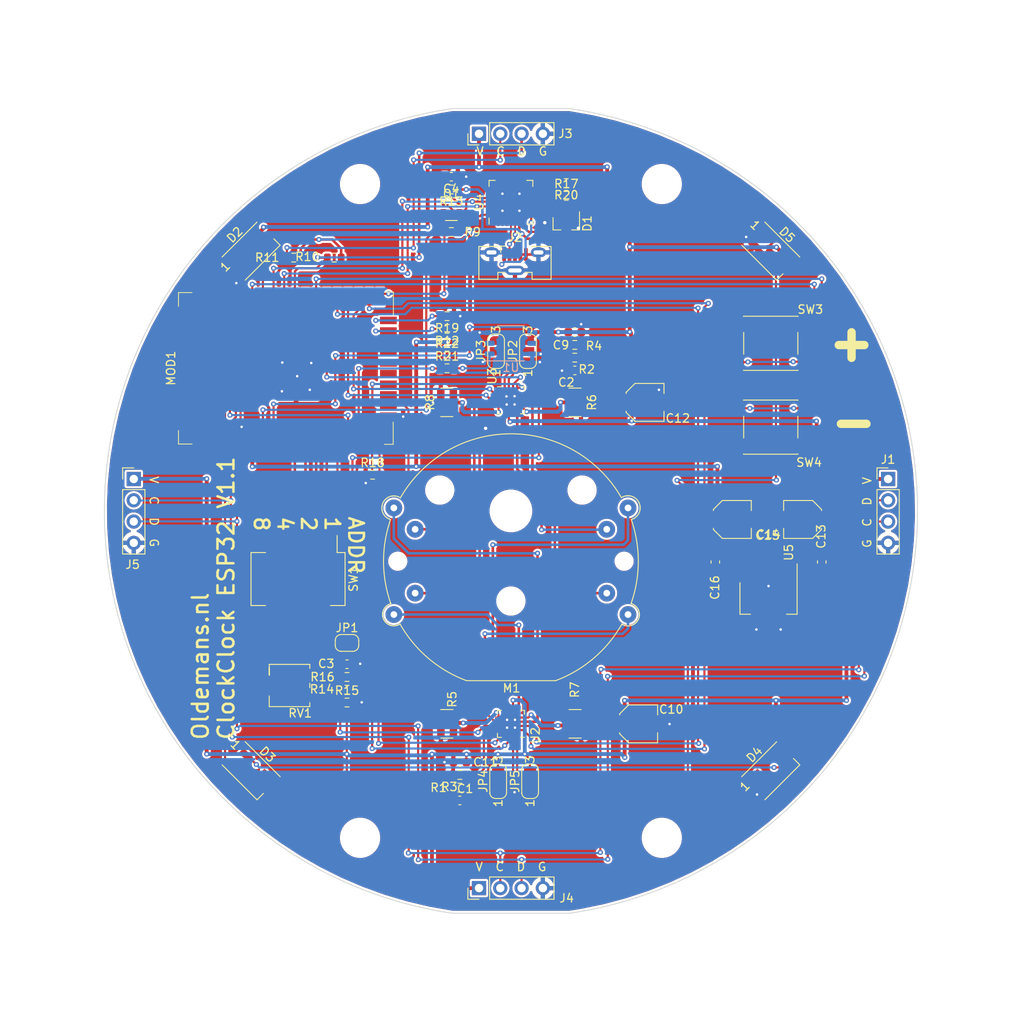
<source format=kicad_pcb>
(kicad_pcb (version 20171130) (host pcbnew "(5.1.9-0-10_14)")

  (general
    (thickness 1.6)
    (drawings 15)
    (tracks 846)
    (zones 0)
    (modules 65)
    (nets 92)
  )

  (page A4)
  (layers
    (0 F.Cu signal)
    (31 B.Cu signal)
    (32 B.Adhes user)
    (33 F.Adhes user)
    (34 B.Paste user)
    (35 F.Paste user)
    (36 B.SilkS user)
    (37 F.SilkS user)
    (38 B.Mask user)
    (39 F.Mask user)
    (40 Dwgs.User user)
    (41 Cmts.User user)
    (42 Eco1.User user)
    (43 Eco2.User user)
    (44 Edge.Cuts user)
    (45 Margin user)
    (46 B.CrtYd user hide)
    (47 F.CrtYd user)
    (48 B.Fab user hide)
    (49 F.Fab user hide)
  )

  (setup
    (last_trace_width 0.254)
    (user_trace_width 0.254)
    (user_trace_width 0.3048)
    (user_trace_width 0.4572)
    (user_trace_width 0.8128)
    (trace_clearance 0.1524)
    (zone_clearance 0.254)
    (zone_45_only no)
    (trace_min 0.2032)
    (via_size 0.8128)
    (via_drill 0.4064)
    (via_min_size 0.4064)
    (via_min_drill 0.3)
    (user_via 0.6 0.3)
    (uvia_size 0.3048)
    (uvia_drill 0.1016)
    (uvias_allowed no)
    (uvia_min_size 0.2032)
    (uvia_min_drill 0.1016)
    (edge_width 0.1)
    (segment_width 0.2)
    (pcb_text_width 0.3)
    (pcb_text_size 1.5 1.5)
    (mod_edge_width 0.15)
    (mod_text_size 1 1)
    (mod_text_width 0.15)
    (pad_size 1.524 1.524)
    (pad_drill 0.762)
    (pad_to_mask_clearance 0)
    (aux_axis_origin 0 0)
    (visible_elements FFFFFF7F)
    (pcbplotparams
      (layerselection 0x010fc_ffffffff)
      (usegerberextensions false)
      (usegerberattributes true)
      (usegerberadvancedattributes true)
      (creategerberjobfile true)
      (excludeedgelayer true)
      (linewidth 0.100000)
      (plotframeref false)
      (viasonmask false)
      (mode 1)
      (useauxorigin false)
      (hpglpennumber 1)
      (hpglpenspeed 20)
      (hpglpendiameter 15.000000)
      (psnegative false)
      (psa4output false)
      (plotreference true)
      (plotvalue true)
      (plotinvisibletext false)
      (padsonsilk false)
      (subtractmaskfromsilk false)
      (outputformat 1)
      (mirror false)
      (drillshape 0)
      (scaleselection 1)
      (outputdirectory "OUTPUTS/"))
  )

  (net 0 "")
  (net 1 GND)
  (net 2 "Net-(C1-Pad2)")
  (net 3 "Net-(C2-Pad2)")
  (net 4 +3V3)
  (net 5 I2C_SDA)
  (net 6 +5V)
  (net 7 "Net-(R1-Pad2)")
  (net 8 "Net-(R2-Pad2)")
  (net 9 "Net-(R5-Pad1)")
  (net 10 "Net-(R6-Pad1)")
  (net 11 "Net-(R7-Pad1)")
  (net 12 "Net-(R8-Pad1)")
  (net 13 ADDR3)
  (net 14 ADDR2)
  (net 15 ADDR1)
  (net 16 ADDR0)
  (net 17 /MOT_B4)
  (net 18 /MOT_B3)
  (net 19 /MOT_A2)
  (net 20 /MOT_A1)
  (net 21 /MOT_A4)
  (net 22 /MOT_A3)
  (net 23 /MOT_B2)
  (net 24 /MOT_B1)
  (net 25 CPU_REF)
  (net 26 "Net-(R16-Pad2)")
  (net 27 "Net-(D1-Pad2)")
  (net 28 /ESP_RST)
  (net 29 "Net-(D1-Pad3)")
  (net 30 "Net-(D1-Pad1)")
  (net 31 /D+)
  (net 32 /D-)
  (net 33 /MOT_REF)
  (net 34 /ESP_GPIO0)
  (net 35 /MOT_DIR0)
  (net 36 /MOT_DIR1)
  (net 37 /MOT_STCK1)
  (net 38 /MOT_STCK0)
  (net 39 /MOT_RST1)
  (net 40 BUT_MIN)
  (net 41 "Net-(MOD1-Pad32)")
  (net 42 /ESP_RX)
  (net 43 /ESP_TX)
  (net 44 BUT_PLUS)
  (net 45 /MOT_RST0)
  (net 46 "Net-(MOD1-Pad5)")
  (net 47 /ESP_GPIO2)
  (net 48 "Net-(MOD1-Pad22)")
  (net 49 "Net-(MOD1-Pad21)")
  (net 50 "Net-(MOD1-Pad20)")
  (net 51 "Net-(MOD1-Pad19)")
  (net 52 "Net-(MOD1-Pad18)")
  (net 53 "Net-(MOD1-Pad17)")
  (net 54 /MOT_EN)
  (net 55 /DTR)
  (net 56 /RTS)
  (net 57 /ESP_GPIO15)
  (net 58 /USB_RST)
  (net 59 /USB_SUSP)
  (net 60 /MOT0_MODE1)
  (net 61 /MOT0_MODE2)
  (net 62 /MOT1_MODE1)
  (net 63 /MOT1_MODE2)
  (net 64 "Net-(U4-Pad27)")
  (net 65 "Net-(U4-Pad23)")
  (net 66 "Net-(U4-Pad13)")
  (net 67 "Net-(U4-Pad12)")
  (net 68 "Net-(U4-Pad10)")
  (net 69 "Net-(U4-Pad2)")
  (net 70 "Net-(U4-Pad1)")
  (net 71 "Net-(D2-Pad1)")
  (net 72 /LED_DATA)
  (net 73 "Net-(D3-Pad1)")
  (net 74 "Net-(D4-Pad1)")
  (net 75 "Net-(D5-Pad1)")
  (net 76 /PROX_LED)
  (net 77 /PROX)
  (net 78 "Net-(R21-Pad2)")
  (net 79 "Net-(U1-Pad2)")
  (net 80 "Net-(U1-Pad5)")
  (net 81 "Net-(U4-Pad22)")
  (net 82 "Net-(U4-Pad21)")
  (net 83 "Net-(U4-Pad20)")
  (net 84 "Net-(U4-Pad19)")
  (net 85 "Net-(U4-Pad18)")
  (net 86 "Net-(U4-Pad17)")
  (net 87 "Net-(U4-Pad16)")
  (net 88 "Net-(U4-Pad15)")
  (net 89 "Net-(U4-Pad14)")
  (net 90 /ESP_GPIO12)
  (net 91 I2C_SCL)

  (net_class Default "This is the default net class."
    (clearance 0.1524)
    (trace_width 0.254)
    (via_dia 0.8128)
    (via_drill 0.4064)
    (uvia_dia 0.3048)
    (uvia_drill 0.1016)
    (diff_pair_width 0.2032)
    (diff_pair_gap 0.254)
    (add_net /D+)
    (add_net /D-)
    (add_net /DTR)
    (add_net /ESP_GPIO0)
    (add_net /ESP_GPIO12)
    (add_net /ESP_GPIO15)
    (add_net /ESP_GPIO2)
    (add_net /ESP_RST)
    (add_net /ESP_RX)
    (add_net /ESP_TX)
    (add_net /LED_DATA)
    (add_net /MOT0_MODE1)
    (add_net /MOT0_MODE2)
    (add_net /MOT1_MODE1)
    (add_net /MOT1_MODE2)
    (add_net /MOT_A1)
    (add_net /MOT_A2)
    (add_net /MOT_A3)
    (add_net /MOT_A4)
    (add_net /MOT_B1)
    (add_net /MOT_B2)
    (add_net /MOT_B3)
    (add_net /MOT_B4)
    (add_net /MOT_DIR0)
    (add_net /MOT_DIR1)
    (add_net /MOT_EN)
    (add_net /MOT_REF)
    (add_net /MOT_RST0)
    (add_net /MOT_RST1)
    (add_net /MOT_STCK0)
    (add_net /MOT_STCK1)
    (add_net /PROX)
    (add_net /PROX_LED)
    (add_net /RTS)
    (add_net /USB_RST)
    (add_net /USB_SUSP)
    (add_net BUT_MIN)
    (add_net BUT_PLUS)
    (add_net CPU_REF)
    (add_net I2C_SCL)
    (add_net "Net-(D1-Pad1)")
    (add_net "Net-(D1-Pad2)")
    (add_net "Net-(D1-Pad3)")
    (add_net "Net-(D2-Pad1)")
    (add_net "Net-(D3-Pad1)")
    (add_net "Net-(D4-Pad1)")
    (add_net "Net-(D5-Pad1)")
    (add_net "Net-(MOD1-Pad17)")
    (add_net "Net-(MOD1-Pad18)")
    (add_net "Net-(MOD1-Pad19)")
    (add_net "Net-(MOD1-Pad20)")
    (add_net "Net-(MOD1-Pad21)")
    (add_net "Net-(MOD1-Pad22)")
    (add_net "Net-(MOD1-Pad32)")
    (add_net "Net-(MOD1-Pad5)")
    (add_net "Net-(R16-Pad2)")
    (add_net "Net-(R21-Pad2)")
    (add_net "Net-(U1-Pad2)")
    (add_net "Net-(U1-Pad5)")
    (add_net "Net-(U4-Pad1)")
    (add_net "Net-(U4-Pad10)")
    (add_net "Net-(U4-Pad12)")
    (add_net "Net-(U4-Pad13)")
    (add_net "Net-(U4-Pad14)")
    (add_net "Net-(U4-Pad15)")
    (add_net "Net-(U4-Pad16)")
    (add_net "Net-(U4-Pad17)")
    (add_net "Net-(U4-Pad18)")
    (add_net "Net-(U4-Pad19)")
    (add_net "Net-(U4-Pad2)")
    (add_net "Net-(U4-Pad20)")
    (add_net "Net-(U4-Pad21)")
    (add_net "Net-(U4-Pad22)")
    (add_net "Net-(U4-Pad23)")
    (add_net "Net-(U4-Pad27)")
  )

  (net_class 5v ""
    (clearance 0.2032)
    (trace_width 0.4572)
    (via_dia 1.016)
    (via_drill 0.6096)
    (uvia_dia 0.3048)
    (uvia_drill 0.1016)
    (diff_pair_width 0.2032)
    (diff_pair_gap 0.254)
    (add_net +5V)
  )

  (net_class Power ""
    (clearance 0.2032)
    (trace_width 0.3048)
    (via_dia 0.8128)
    (via_drill 0.4064)
    (uvia_dia 0.3048)
    (uvia_drill 0.1016)
    (diff_pair_width 0.2032)
    (diff_pair_gap 0.254)
    (add_net +3V3)
    (add_net ADDR0)
    (add_net ADDR1)
    (add_net ADDR2)
    (add_net ADDR3)
    (add_net GND)
    (add_net I2C_SDA)
    (add_net "Net-(C1-Pad2)")
    (add_net "Net-(C2-Pad2)")
    (add_net "Net-(R1-Pad2)")
    (add_net "Net-(R2-Pad2)")
    (add_net "Net-(R5-Pad1)")
    (add_net "Net-(R6-Pad1)")
    (add_net "Net-(R7-Pad1)")
    (add_net "Net-(R8-Pad1)")
  )

  (module MySymbols:X40_Stepper locked (layer F.Cu) (tedit 60905D89) (tstamp 606DAC63)
    (at 0 0)
    (path /6071712D)
    (fp_text reference M1 (at 0.07 21.15) (layer F.SilkS)
      (effects (font (size 1 1) (thickness 0.15)))
    )
    (fp_text value Stepper_Motor_bipolar_VID28 (at -0.21 -10.21) (layer F.Fab)
      (effects (font (size 1 1) (thickness 0.15)))
    )
    (fp_arc (start 0 6) (end 14.330952 11.052671) (angle -38.50091608) (layer F.SilkS) (width 0.12))
    (fp_arc (start 0 6) (end 5.3 20.26) (angle -40.11418617) (layer F.SilkS) (width 0.12))
    (fp_arc (start 0 6) (end -13.23 13.49) (angle -40.08250074) (layer F.SilkS) (width 0.12))
    (fp_arc (start 0 6) (end -14.361584 1.025605) (angle -38.55285523) (layer F.SilkS) (width 0.12))
    (fp_arc (start 13.97 12.36) (end 13.23 13.5) (angle -197.5537581) (layer F.SilkS) (width 0.12))
    (fp_arc (start -13.97 12.36) (end -14.331464 11.060517) (angle -197.675045) (layer F.SilkS) (width 0.12))
    (fp_arc (start 13.97 -0.37) (end 14.36 1.03) (angle -197.6) (layer F.SilkS) (width 0.12))
    (fp_arc (start -13.97 -0.36) (end -13.185825 -1.567604) (angle -197.2175052) (layer F.SilkS) (width 0.12))
    (fp_arc (start 0 6) (end 13.174938 -1.586543) (angle -120.2129507) (layer F.SilkS) (width 0.12))
    (fp_line (start -5.3 20.25) (end 5.3 20.25) (layer F.SilkS) (width 0.12))
    (pad B2 thru_hole circle (at 13.97 12.36) (size 2 2) (drill 0.8) (layers *.Cu *.Mask)
      (net 22 /MOT_A3))
    (pad B1 thru_hole circle (at 13.97 -0.36) (size 2 2) (drill 0.8) (layers *.Cu *.Mask)
      (net 21 /MOT_A4))
    (pad B3 thru_hole circle (at -13.97 12.36) (size 2 2) (drill 0.8) (layers *.Cu *.Mask)
      (net 19 /MOT_A2))
    (pad B4 thru_hole circle (at -13.97 -0.36) (size 2 2) (drill 0.8) (layers *.Cu *.Mask)
      (net 20 /MOT_A1))
    (pad A3 thru_hole circle (at -11.43 9.81) (size 2 2) (drill 0.8) (layers *.Cu *.Mask)
      (net 23 /MOT_B2))
    (pad A4 thru_hole circle (at -11.43 2.19) (size 2 2) (drill 0.8) (layers *.Cu *.Mask)
      (net 24 /MOT_B1))
    (pad A2 thru_hole circle (at 11.43 9.81) (size 2 2) (drill 0.8) (layers *.Cu *.Mask)
      (net 18 /MOT_B3))
    (pad A1 thru_hole circle (at 11.43 2.19) (size 2 2) (drill 0.8) (layers *.Cu *.Mask)
      (net 17 /MOT_B4))
    (pad "" np_thru_hole circle (at -13.5 6) (size 1.8 1.8) (drill 1.8) (layers *.Cu *.Mask))
    (pad "" np_thru_hole circle (at 13.5 6) (size 1.8 1.8) (drill 1.8) (layers *.Cu *.Mask))
    (pad "" np_thru_hole circle (at 8.49 -2.49) (size 3 3) (drill 3) (layers *.Cu *.Mask))
    (pad "" np_thru_hole circle (at -8.49 -2.49) (size 3 3) (drill 3) (layers *.Cu *.Mask))
    (pad "" np_thru_hole circle (at 0 10.75) (size 3 3) (drill 3) (layers *.Cu *.Mask))
    (pad "" np_thru_hole circle (at 0 0) (size 4.6 4.6) (drill 4.6) (layers *.Cu *.Mask))
  )

  (module Connector_USB:USB_Micro-B_Molex-105133-0031 (layer F.Cu) (tedit 609009AE) (tstamp 60915135)
    (at 0.4826 -29.7688)
    (descr "Molex Vertical Micro USB Typ-B (http://www.molex.com/pdm_docs/sd/1051330031_sd.pdf)")
    (tags "Micro-USB SMD Typ-B Vertical")
    (path /61DB3246)
    (clearance 0.1016)
    (attr smd)
    (fp_text reference J2 (at 0 -2.85) (layer F.SilkS)
      (effects (font (size 1 1) (thickness 0.15)))
    )
    (fp_text value USB_B_Micro (at 0 3.35) (layer F.Fab)
      (effects (font (size 1 1) (thickness 0.15)))
    )
    (fp_line (start 2.04 1.305) (end 1.21 1.305) (layer F.SilkS) (width 0.12))
    (fp_line (start -2.04 1.305) (end -1.21 1.305) (layer F.SilkS) (width 0.12))
    (fp_line (start -2.04 1.305) (end -2.04 2.135) (layer F.SilkS) (width 0.12))
    (fp_line (start 2.04 1.305) (end 2.04 2.135) (layer F.SilkS) (width 0.12))
    (fp_line (start -3.43 -1.225) (end -3.43 -1.725) (layer F.Fab) (width 0.1))
    (fp_line (start 3.43 -1.725) (end 3.43 -1.225) (layer F.Fab) (width 0.1))
    (fp_line (start 3.43 -1.225) (end -1.075 -1.225) (layer F.Fab) (width 0.1))
    (fp_line (start -1.525 -1.225) (end -3.43 -1.225) (layer F.Fab) (width 0.1))
    (fp_line (start -4.25 2.075) (end -2.1 2.075) (layer F.Fab) (width 0.1))
    (fp_line (start 2.1 1.245) (end 2.1 2.075) (layer F.Fab) (width 0.1))
    (fp_line (start -2.1 1.245) (end 2.1 1.245) (layer F.Fab) (width 0.1))
    (fp_line (start -2.1 2.075) (end -2.1 1.245) (layer F.Fab) (width 0.1))
    (fp_line (start -3.43 -1.725) (end -4.25 -1.725) (layer F.Fab) (width 0.1))
    (fp_line (start -1.3 -1) (end -1.075 -1.225) (layer F.Fab) (width 0.1))
    (fp_line (start -1.525 -1.225) (end -1.3 -1) (layer F.Fab) (width 0.1))
    (fp_line (start 4.81 2.64) (end 4.81 -2.29) (layer F.CrtYd) (width 0.05))
    (fp_line (start -4.81 2.64) (end 4.81 2.64) (layer F.CrtYd) (width 0.05))
    (fp_line (start -4.81 -2.29) (end 4.81 -2.29) (layer F.CrtYd) (width 0.05))
    (fp_line (start -4.81 2.64) (end -4.81 -2.29) (layer F.CrtYd) (width 0.05))
    (fp_line (start 2 -1.785) (end 4.31 -1.785) (layer F.SilkS) (width 0.12))
    (fp_line (start 4.31 2.135) (end 2.04 2.135) (layer F.SilkS) (width 0.12))
    (fp_line (start -4.31 -1.785) (end -4.31 2.135) (layer F.SilkS) (width 0.12))
    (fp_line (start -4.31 2.135) (end -2.04 2.135) (layer F.SilkS) (width 0.12))
    (fp_line (start 4.31 -1.785) (end 4.31 2.135) (layer F.SilkS) (width 0.12))
    (fp_line (start -2 -1.785) (end -4.31 -1.785) (layer F.SilkS) (width 0.12))
    (fp_line (start -1.7 -1.825) (end -1.1 -1.825) (layer F.SilkS) (width 0.12))
    (fp_line (start -1.7 -1.075) (end -1.7 -1.825) (layer F.SilkS) (width 0.12))
    (fp_line (start 4.25 -1.725) (end 3.43 -1.725) (layer F.Fab) (width 0.1))
    (fp_line (start 2.1 2.075) (end 4.25 2.075) (layer F.Fab) (width 0.1))
    (fp_line (start 4.25 2.075) (end 4.25 -1.725) (layer F.Fab) (width 0.1))
    (fp_line (start -4.25 -1.725) (end -4.25 2.075) (layer F.Fab) (width 0.1))
    (fp_text user %R (at 0 -0.375) (layer F.Fab)
      (effects (font (size 1 1) (thickness 0.15)))
    )
    (pad SH thru_hole oval (at 0 1.075) (size 2.2 1.1) (drill oval 1.6 0.5) (layers *.Cu *.Mask)
      (net 1 GND))
    (pad SH thru_hole oval (at 2.8 -1.075) (size 1.8 1.1) (drill oval 1.2 0.5) (layers *.Cu *.Mask)
      (net 1 GND))
    (pad SH thru_hole oval (at -2.8 -1.075) (size 1.8 1.1) (drill oval 1.2 0.5) (layers *.Cu *.Mask)
      (net 1 GND))
    (pad 1 smd rect (at -1.3 -0.825) (size 0.45 1.5) (layers F.Cu F.Paste F.Mask)
      (net 30 "Net-(D1-Pad1)"))
    (pad 5 smd rect (at 1.3 -0.825) (size 0.45 1.5) (layers F.Cu F.Paste F.Mask)
      (net 1 GND))
    (pad 2 smd rect (at -0.65 -0.825) (size 0.45 1.5) (layers F.Cu F.Paste F.Mask)
      (net 32 /D-))
    (pad 4 smd rect (at 0.65 -0.825) (size 0.45 1.5) (layers F.Cu F.Paste F.Mask)
      (net 1 GND))
    (pad 3 smd rect (at 0 -0.825) (size 0.45 1.5) (layers F.Cu F.Paste F.Mask)
      (net 31 /D+))
    (model ${KISYS3DMOD}/Connector_USB.3dshapes/USB_Micro-B_Molex-105133-0031.wrl
      (at (xyz 0 0 0))
      (scale (xyz 1 1 1))
      (rotate (xyz 0 0 0))
    )
  )

  (module Button_Switch_SMD:SW_DIP_SPSTx04_Slide_Omron_A6S-410x_W8.9mm_P2.54mm locked (layer F.Cu) (tedit 5AC88315) (tstamp 60909E9F)
    (at -25.4 8.128 270)
    (descr "SMD 4x-dip-switch SPST Omron_A6S-410x, Slide, row spacing 8.9 mm (350 mils), body size  (see http://omronfs.omron.com/en_US/ecb/products/pdf/en-a6s.pdf)")
    (tags "SMD DIP Switch SPST Slide 8.9mm 350mil")
    (path /60BCB5AC)
    (attr smd)
    (fp_text reference SW1 (at 0 -6.61 90) (layer F.SilkS)
      (effects (font (size 1 1) (thickness 0.15)))
    )
    (fp_text value SW_DIP_x04 (at 0 6.61 90) (layer F.Fab)
      (effects (font (size 1 1) (thickness 0.15)))
    )
    (fp_line (start -2.1 -5.55) (end 3.1 -5.55) (layer F.Fab) (width 0.1))
    (fp_line (start 3.1 -5.55) (end 3.1 5.55) (layer F.Fab) (width 0.1))
    (fp_line (start 3.1 5.55) (end -3.1 5.55) (layer F.Fab) (width 0.1))
    (fp_line (start -3.1 5.55) (end -3.1 -4.55) (layer F.Fab) (width 0.1))
    (fp_line (start -3.1 -4.55) (end -2.1 -5.55) (layer F.Fab) (width 0.1))
    (fp_line (start -1.5 -4.36) (end -1.5 -3.26) (layer F.Fab) (width 0.1))
    (fp_line (start -1.5 -3.26) (end 1.5 -3.26) (layer F.Fab) (width 0.1))
    (fp_line (start 1.5 -3.26) (end 1.5 -4.36) (layer F.Fab) (width 0.1))
    (fp_line (start 1.5 -4.36) (end -1.5 -4.36) (layer F.Fab) (width 0.1))
    (fp_line (start -1.5 -4.26) (end -0.5 -4.26) (layer F.Fab) (width 0.1))
    (fp_line (start -1.5 -4.16) (end -0.5 -4.16) (layer F.Fab) (width 0.1))
    (fp_line (start -1.5 -4.06) (end -0.5 -4.06) (layer F.Fab) (width 0.1))
    (fp_line (start -1.5 -3.96) (end -0.5 -3.96) (layer F.Fab) (width 0.1))
    (fp_line (start -1.5 -3.86) (end -0.5 -3.86) (layer F.Fab) (width 0.1))
    (fp_line (start -1.5 -3.76) (end -0.5 -3.76) (layer F.Fab) (width 0.1))
    (fp_line (start -1.5 -3.66) (end -0.5 -3.66) (layer F.Fab) (width 0.1))
    (fp_line (start -1.5 -3.56) (end -0.5 -3.56) (layer F.Fab) (width 0.1))
    (fp_line (start -1.5 -3.46) (end -0.5 -3.46) (layer F.Fab) (width 0.1))
    (fp_line (start -1.5 -3.36) (end -0.5 -3.36) (layer F.Fab) (width 0.1))
    (fp_line (start -1.5 -3.26) (end -0.5 -3.26) (layer F.Fab) (width 0.1))
    (fp_line (start -0.5 -4.36) (end -0.5 -3.26) (layer F.Fab) (width 0.1))
    (fp_line (start -1.5 -1.82) (end -1.5 -0.72) (layer F.Fab) (width 0.1))
    (fp_line (start -1.5 -0.72) (end 1.5 -0.72) (layer F.Fab) (width 0.1))
    (fp_line (start 1.5 -0.72) (end 1.5 -1.82) (layer F.Fab) (width 0.1))
    (fp_line (start 1.5 -1.82) (end -1.5 -1.82) (layer F.Fab) (width 0.1))
    (fp_line (start -1.5 -1.72) (end -0.5 -1.72) (layer F.Fab) (width 0.1))
    (fp_line (start -1.5 -1.62) (end -0.5 -1.62) (layer F.Fab) (width 0.1))
    (fp_line (start -1.5 -1.52) (end -0.5 -1.52) (layer F.Fab) (width 0.1))
    (fp_line (start -1.5 -1.42) (end -0.5 -1.42) (layer F.Fab) (width 0.1))
    (fp_line (start -1.5 -1.32) (end -0.5 -1.32) (layer F.Fab) (width 0.1))
    (fp_line (start -1.5 -1.22) (end -0.5 -1.22) (layer F.Fab) (width 0.1))
    (fp_line (start -1.5 -1.12) (end -0.5 -1.12) (layer F.Fab) (width 0.1))
    (fp_line (start -1.5 -1.02) (end -0.5 -1.02) (layer F.Fab) (width 0.1))
    (fp_line (start -1.5 -0.92) (end -0.5 -0.92) (layer F.Fab) (width 0.1))
    (fp_line (start -1.5 -0.82) (end -0.5 -0.82) (layer F.Fab) (width 0.1))
    (fp_line (start -0.5 -1.82) (end -0.5 -0.72) (layer F.Fab) (width 0.1))
    (fp_line (start -1.5 0.72) (end -1.5 1.82) (layer F.Fab) (width 0.1))
    (fp_line (start -1.5 1.82) (end 1.5 1.82) (layer F.Fab) (width 0.1))
    (fp_line (start 1.5 1.82) (end 1.5 0.72) (layer F.Fab) (width 0.1))
    (fp_line (start 1.5 0.72) (end -1.5 0.72) (layer F.Fab) (width 0.1))
    (fp_line (start -1.5 0.82) (end -0.5 0.82) (layer F.Fab) (width 0.1))
    (fp_line (start -1.5 0.92) (end -0.5 0.92) (layer F.Fab) (width 0.1))
    (fp_line (start -1.5 1.02) (end -0.5 1.02) (layer F.Fab) (width 0.1))
    (fp_line (start -1.5 1.12) (end -0.5 1.12) (layer F.Fab) (width 0.1))
    (fp_line (start -1.5 1.22) (end -0.5 1.22) (layer F.Fab) (width 0.1))
    (fp_line (start -1.5 1.32) (end -0.5 1.32) (layer F.Fab) (width 0.1))
    (fp_line (start -1.5 1.42) (end -0.5 1.42) (layer F.Fab) (width 0.1))
    (fp_line (start -1.5 1.52) (end -0.5 1.52) (layer F.Fab) (width 0.1))
    (fp_line (start -1.5 1.62) (end -0.5 1.62) (layer F.Fab) (width 0.1))
    (fp_line (start -1.5 1.72) (end -0.5 1.72) (layer F.Fab) (width 0.1))
    (fp_line (start -1.5 1.82) (end -0.5 1.82) (layer F.Fab) (width 0.1))
    (fp_line (start -0.5 0.72) (end -0.5 1.82) (layer F.Fab) (width 0.1))
    (fp_line (start -1.5 3.26) (end -1.5 4.36) (layer F.Fab) (width 0.1))
    (fp_line (start -1.5 4.36) (end 1.5 4.36) (layer F.Fab) (width 0.1))
    (fp_line (start 1.5 4.36) (end 1.5 3.26) (layer F.Fab) (width 0.1))
    (fp_line (start 1.5 3.26) (end -1.5 3.26) (layer F.Fab) (width 0.1))
    (fp_line (start -1.5 3.36) (end -0.5 3.36) (layer F.Fab) (width 0.1))
    (fp_line (start -1.5 3.46) (end -0.5 3.46) (layer F.Fab) (width 0.1))
    (fp_line (start -1.5 3.56) (end -0.5 3.56) (layer F.Fab) (width 0.1))
    (fp_line (start -1.5 3.66) (end -0.5 3.66) (layer F.Fab) (width 0.1))
    (fp_line (start -1.5 3.76) (end -0.5 3.76) (layer F.Fab) (width 0.1))
    (fp_line (start -1.5 3.86) (end -0.5 3.86) (layer F.Fab) (width 0.1))
    (fp_line (start -1.5 3.96) (end -0.5 3.96) (layer F.Fab) (width 0.1))
    (fp_line (start -1.5 4.06) (end -0.5 4.06) (layer F.Fab) (width 0.1))
    (fp_line (start -1.5 4.16) (end -0.5 4.16) (layer F.Fab) (width 0.1))
    (fp_line (start -1.5 4.26) (end -0.5 4.26) (layer F.Fab) (width 0.1))
    (fp_line (start -1.5 4.36) (end -0.5 4.36) (layer F.Fab) (width 0.1))
    (fp_line (start -0.5 3.26) (end -0.5 4.36) (layer F.Fab) (width 0.1))
    (fp_line (start -3.16 5.61) (end 3.16 5.61) (layer F.SilkS) (width 0.12))
    (fp_line (start -5.2 -4.661) (end -3.16 -4.661) (layer F.SilkS) (width 0.12))
    (fp_line (start -3.16 -5.61) (end -3.16 -4.661) (layer F.SilkS) (width 0.12))
    (fp_line (start -3.16 -5.61) (end 3.16 -5.61) (layer F.SilkS) (width 0.12))
    (fp_line (start 3.16 -5.61) (end 3.16 -3.871) (layer F.SilkS) (width 0.12))
    (fp_line (start -3.16 3.87) (end -3.16 5.61) (layer F.SilkS) (width 0.12))
    (fp_line (start 3.16 3.87) (end 3.16 5.61) (layer F.SilkS) (width 0.12))
    (fp_line (start -5.45 -5.9) (end -5.45 5.9) (layer F.CrtYd) (width 0.05))
    (fp_line (start -5.45 5.9) (end 5.45 5.9) (layer F.CrtYd) (width 0.05))
    (fp_line (start 5.45 5.9) (end 5.45 -5.9) (layer F.CrtYd) (width 0.05))
    (fp_line (start 5.45 -5.9) (end -5.45 -5.9) (layer F.CrtYd) (width 0.05))
    (fp_text user on (at 0.075 -4.955 90) (layer F.Fab)
      (effects (font (size 0.8 0.8) (thickness 0.12)))
    )
    (fp_text user %R (at 2.3 0) (layer F.Fab)
      (effects (font (size 0.8 0.8) (thickness 0.12)))
    )
    (pad 8 smd rect (at 4.45 -3.81 270) (size 1.5 1.1) (layers F.Cu F.Paste F.Mask)
      (net 1 GND))
    (pad 4 smd rect (at -4.45 3.81 270) (size 1.5 1.1) (layers F.Cu F.Paste F.Mask)
      (net 13 ADDR3))
    (pad 7 smd rect (at 4.45 -1.27 270) (size 1.5 1.1) (layers F.Cu F.Paste F.Mask)
      (net 1 GND))
    (pad 3 smd rect (at -4.45 1.27 270) (size 1.5 1.1) (layers F.Cu F.Paste F.Mask)
      (net 14 ADDR2))
    (pad 6 smd rect (at 4.45 1.27 270) (size 1.5 1.1) (layers F.Cu F.Paste F.Mask)
      (net 1 GND))
    (pad 2 smd rect (at -4.45 -1.27 270) (size 1.5 1.1) (layers F.Cu F.Paste F.Mask)
      (net 15 ADDR1))
    (pad 5 smd rect (at 4.45 3.81 270) (size 1.5 1.1) (layers F.Cu F.Paste F.Mask)
      (net 1 GND))
    (pad 1 smd rect (at -4.45 -3.81 270) (size 1.5 1.1) (layers F.Cu F.Paste F.Mask)
      (net 16 ADDR0))
    (model ${KISYS3DMOD}/Button_Switch_SMD.3dshapes/SW_DIP_SPSTx04_Slide_Omron_A6S-410x_W8.9mm_P2.54mm.wrl
      (at (xyz 0 0 0))
      (scale (xyz 1 1 1))
      (rotate (xyz 0 0 0))
    )
  )

  (module OptoDevice:Osram_SFH9x0x locked (layer B.Cu) (tedit 5B870B54) (tstamp 608D9601)
    (at 0 -20)
    (descr "package for Osram SFH9x0x series of reflective photo interrupters/couplers, see http://www.osram-os.com/Graphics/XPic6/00200860_0.pdf")
    (tags "reflective photo interrupter SMD")
    (path /60D59A68)
    (attr smd)
    (fp_text reference U1 (at 0 2.9) (layer B.SilkS)
      (effects (font (size 1 1) (thickness 0.15)) (justify mirror))
    )
    (fp_text value SFH9202 (at 0 -3) (layer B.Fab)
      (effects (font (size 1 1) (thickness 0.15)) (justify mirror))
    )
    (fp_line (start 3.4 -2.25) (end -3.4 -2.25) (layer B.CrtYd) (width 0.05))
    (fp_line (start 3.4 -2.25) (end 3.4 2.25) (layer B.CrtYd) (width 0.05))
    (fp_line (start -3.4 2.25) (end -3.4 -2.25) (layer B.CrtYd) (width 0.05))
    (fp_line (start -3.4 2.25) (end 3.4 2.25) (layer B.CrtYd) (width 0.05))
    (fp_line (start -1.6 1.3) (end -1.6 -2) (layer B.Fab) (width 0.1))
    (fp_line (start -1.6 -2) (end 1.6 -2) (layer B.Fab) (width 0.1))
    (fp_line (start 1.6 -2) (end 1.6 2) (layer B.Fab) (width 0.1))
    (fp_line (start 1.6 2) (end -1 2) (layer B.Fab) (width 0.1))
    (fp_line (start -1 2) (end -1.6 1.3) (layer B.Fab) (width 0.1))
    (fp_line (start 1.6 2.1) (end -3.1 2.1) (layer B.SilkS) (width 0.12))
    (fp_line (start -1.6 -2.1) (end 1.6 -2.1) (layer B.SilkS) (width 0.12))
    (fp_text user %R (at 0 -0.1) (layer B.Fab)
      (effects (font (size 0.75 0.75) (thickness 0.11)) (justify mirror))
    )
    (pad 1 smd roundrect (at -2.55 1.27) (size 1.2 0.6) (layers B.Cu B.Paste B.Mask) (roundrect_rratio 0.25)
      (net 78 "Net-(R21-Pad2)"))
    (pad 6 smd roundrect (at 2.55 1.27) (size 1.2 0.6) (layers B.Cu B.Paste B.Mask) (roundrect_rratio 0.25)
      (net 1 GND))
    (pad 2 smd roundrect (at -2.55 0) (size 1.2 0.6) (layers B.Cu B.Paste B.Mask) (roundrect_rratio 0.25)
      (net 79 "Net-(U1-Pad2)"))
    (pad 5 smd roundrect (at 2.55 0) (size 1.2 0.6) (layers B.Cu B.Paste B.Mask) (roundrect_rratio 0.25)
      (net 80 "Net-(U1-Pad5)"))
    (pad 3 smd roundrect (at -2.55 -1.27) (size 1.2 0.6) (layers B.Cu B.Paste B.Mask) (roundrect_rratio 0.25)
      (net 1 GND))
    (pad 4 smd roundrect (at 2.55 -1.27) (size 1.2 0.6) (layers B.Cu B.Paste B.Mask) (roundrect_rratio 0.25)
      (net 77 /PROX))
    (model ${KISYS3DMOD}/OptoDevice.3dshapes/Osram_SFH9x0x.wrl
      (at (xyz 0 0 0))
      (scale (xyz 1 1 1))
      (rotate (xyz 0 0 0))
    )
  )

  (module Resistor_SMD:R_0603_1608Metric (layer F.Cu) (tedit 5F68FEEE) (tstamp 608D9403)
    (at -7.62 -18.542)
    (descr "Resistor SMD 0603 (1608 Metric), square (rectangular) end terminal, IPC_7351 nominal, (Body size source: IPC-SM-782 page 72, https://www.pcb-3d.com/wordpress/wp-content/uploads/ipc-sm-782a_amendment_1_and_2.pdf), generated with kicad-footprint-generator")
    (tags resistor)
    (path /60D5C4A7)
    (attr smd)
    (fp_text reference R22 (at 0 -1.43) (layer F.SilkS)
      (effects (font (size 1 1) (thickness 0.15)))
    )
    (fp_text value 10K (at 0 1.43) (layer F.Fab)
      (effects (font (size 1 1) (thickness 0.15)))
    )
    (fp_line (start 1.48 0.73) (end -1.48 0.73) (layer F.CrtYd) (width 0.05))
    (fp_line (start 1.48 -0.73) (end 1.48 0.73) (layer F.CrtYd) (width 0.05))
    (fp_line (start -1.48 -0.73) (end 1.48 -0.73) (layer F.CrtYd) (width 0.05))
    (fp_line (start -1.48 0.73) (end -1.48 -0.73) (layer F.CrtYd) (width 0.05))
    (fp_line (start -0.237258 0.5225) (end 0.237258 0.5225) (layer F.SilkS) (width 0.12))
    (fp_line (start -0.237258 -0.5225) (end 0.237258 -0.5225) (layer F.SilkS) (width 0.12))
    (fp_line (start 0.8 0.4125) (end -0.8 0.4125) (layer F.Fab) (width 0.1))
    (fp_line (start 0.8 -0.4125) (end 0.8 0.4125) (layer F.Fab) (width 0.1))
    (fp_line (start -0.8 -0.4125) (end 0.8 -0.4125) (layer F.Fab) (width 0.1))
    (fp_line (start -0.8 0.4125) (end -0.8 -0.4125) (layer F.Fab) (width 0.1))
    (fp_text user %R (at 0 0) (layer F.Fab)
      (effects (font (size 0.4 0.4) (thickness 0.06)))
    )
    (pad 2 smd roundrect (at 0.825 0) (size 0.8 0.95) (layers F.Cu F.Paste F.Mask) (roundrect_rratio 0.25)
      (net 77 /PROX))
    (pad 1 smd roundrect (at -0.825 0) (size 0.8 0.95) (layers F.Cu F.Paste F.Mask) (roundrect_rratio 0.25)
      (net 4 +3V3))
    (model ${KISYS3DMOD}/Resistor_SMD.3dshapes/R_0603_1608Metric.wrl
      (at (xyz 0 0 0))
      (scale (xyz 1 1 1))
      (rotate (xyz 0 0 0))
    )
  )

  (module Resistor_SMD:R_0603_1608Metric (layer F.Cu) (tedit 5F68FEEE) (tstamp 608D93F2)
    (at -7.62 -17.018)
    (descr "Resistor SMD 0603 (1608 Metric), square (rectangular) end terminal, IPC_7351 nominal, (Body size source: IPC-SM-782 page 72, https://www.pcb-3d.com/wordpress/wp-content/uploads/ipc-sm-782a_amendment_1_and_2.pdf), generated with kicad-footprint-generator")
    (tags resistor)
    (path /60D5BD9E)
    (attr smd)
    (fp_text reference R21 (at 0 -1.43) (layer F.SilkS)
      (effects (font (size 1 1) (thickness 0.15)))
    )
    (fp_text value 10K (at 0 1.43) (layer F.Fab)
      (effects (font (size 1 1) (thickness 0.15)))
    )
    (fp_line (start 1.48 0.73) (end -1.48 0.73) (layer F.CrtYd) (width 0.05))
    (fp_line (start 1.48 -0.73) (end 1.48 0.73) (layer F.CrtYd) (width 0.05))
    (fp_line (start -1.48 -0.73) (end 1.48 -0.73) (layer F.CrtYd) (width 0.05))
    (fp_line (start -1.48 0.73) (end -1.48 -0.73) (layer F.CrtYd) (width 0.05))
    (fp_line (start -0.237258 0.5225) (end 0.237258 0.5225) (layer F.SilkS) (width 0.12))
    (fp_line (start -0.237258 -0.5225) (end 0.237258 -0.5225) (layer F.SilkS) (width 0.12))
    (fp_line (start 0.8 0.4125) (end -0.8 0.4125) (layer F.Fab) (width 0.1))
    (fp_line (start 0.8 -0.4125) (end 0.8 0.4125) (layer F.Fab) (width 0.1))
    (fp_line (start -0.8 -0.4125) (end 0.8 -0.4125) (layer F.Fab) (width 0.1))
    (fp_line (start -0.8 0.4125) (end -0.8 -0.4125) (layer F.Fab) (width 0.1))
    (fp_text user %R (at 0 0) (layer F.Fab)
      (effects (font (size 0.4 0.4) (thickness 0.06)))
    )
    (pad 2 smd roundrect (at 0.825 0) (size 0.8 0.95) (layers F.Cu F.Paste F.Mask) (roundrect_rratio 0.25)
      (net 78 "Net-(R21-Pad2)"))
    (pad 1 smd roundrect (at -0.825 0) (size 0.8 0.95) (layers F.Cu F.Paste F.Mask) (roundrect_rratio 0.25)
      (net 76 /PROX_LED))
    (model ${KISYS3DMOD}/Resistor_SMD.3dshapes/R_0603_1608Metric.wrl
      (at (xyz 0 0 0))
      (scale (xyz 1 1 1))
      (rotate (xyz 0 0 0))
    )
  )

  (module Jumper:SolderJumper-3_P1.3mm_Open_RoundedPad1.0x1.5mm_NumberLabels (layer F.Cu) (tedit 5B391ED1) (tstamp 608DD5CB)
    (at 2.286 32.258 90)
    (descr "SMD Solder 3-pad Jumper, 1x1.5mm rounded Pads, 0.3mm gap, open, labeled with numbers")
    (tags "solder jumper open")
    (path /614F3FB7)
    (attr virtual)
    (fp_text reference JP5 (at 0 -1.8 90) (layer F.SilkS)
      (effects (font (size 1 1) (thickness 0.15)))
    )
    (fp_text value SJ3_Open (at 0 1.9 90) (layer F.Fab)
      (effects (font (size 1 1) (thickness 0.15)))
    )
    (fp_line (start 2.3 1.25) (end -2.3 1.25) (layer F.CrtYd) (width 0.05))
    (fp_line (start 2.3 1.25) (end 2.3 -1.25) (layer F.CrtYd) (width 0.05))
    (fp_line (start -2.3 -1.25) (end -2.3 1.25) (layer F.CrtYd) (width 0.05))
    (fp_line (start -2.3 -1.25) (end 2.3 -1.25) (layer F.CrtYd) (width 0.05))
    (fp_line (start -1.4 -1) (end 1.4 -1) (layer F.SilkS) (width 0.12))
    (fp_line (start 2.05 -0.3) (end 2.05 0.3) (layer F.SilkS) (width 0.12))
    (fp_line (start 1.4 1) (end -1.4 1) (layer F.SilkS) (width 0.12))
    (fp_line (start -2.05 0.3) (end -2.05 -0.3) (layer F.SilkS) (width 0.12))
    (fp_arc (start -1.35 -0.3) (end -1.35 -1) (angle -90) (layer F.SilkS) (width 0.12))
    (fp_arc (start -1.35 0.3) (end -2.05 0.3) (angle -90) (layer F.SilkS) (width 0.12))
    (fp_arc (start 1.35 0.3) (end 1.35 1) (angle -90) (layer F.SilkS) (width 0.12))
    (fp_arc (start 1.35 -0.3) (end 2.05 -0.3) (angle -90) (layer F.SilkS) (width 0.12))
    (fp_text user 1 (at -2.6 0 90) (layer F.SilkS)
      (effects (font (size 1 1) (thickness 0.15)))
    )
    (fp_text user 3 (at 2.6 0 90) (layer F.SilkS)
      (effects (font (size 1 1) (thickness 0.15)))
    )
    (pad 2 smd rect (at 0 0 90) (size 1 1.5) (layers F.Cu F.Mask)
      (net 60 /MOT0_MODE1))
    (pad 3 smd custom (at 1.3 0 90) (size 1 0.5) (layers F.Cu F.Mask)
      (net 6 +5V) (zone_connect 2)
      (options (clearance outline) (anchor rect))
      (primitives
        (gr_circle (center 0 0.25) (end 0.5 0.25) (width 0))
        (gr_circle (center 0 -0.25) (end 0.5 -0.25) (width 0))
        (gr_poly (pts
           (xy -0.55 -0.75) (xy 0 -0.75) (xy 0 0.75) (xy -0.55 0.75)) (width 0))
      ))
    (pad 1 smd custom (at -1.3 0 90) (size 1 0.5) (layers F.Cu F.Mask)
      (net 1 GND) (zone_connect 2)
      (options (clearance outline) (anchor rect))
      (primitives
        (gr_circle (center 0 0.25) (end 0.5 0.25) (width 0))
        (gr_circle (center 0 -0.25) (end 0.5 -0.25) (width 0))
        (gr_poly (pts
           (xy 0.55 -0.75) (xy 0 -0.75) (xy 0 0.75) (xy 0.55 0.75)) (width 0))
      ))
  )

  (module Jumper:SolderJumper-3_P1.3mm_Open_RoundedPad1.0x1.5mm_NumberLabels (layer F.Cu) (tedit 5B391ED1) (tstamp 608D9076)
    (at -1.524 32.258 90)
    (descr "SMD Solder 3-pad Jumper, 1x1.5mm rounded Pads, 0.3mm gap, open, labeled with numbers")
    (tags "solder jumper open")
    (path /6156DB0E)
    (attr virtual)
    (fp_text reference JP4 (at 0 -1.8 90) (layer F.SilkS)
      (effects (font (size 1 1) (thickness 0.15)))
    )
    (fp_text value SJ3_Open (at 0 1.9 90) (layer F.Fab)
      (effects (font (size 1 1) (thickness 0.15)))
    )
    (fp_line (start 2.3 1.25) (end -2.3 1.25) (layer F.CrtYd) (width 0.05))
    (fp_line (start 2.3 1.25) (end 2.3 -1.25) (layer F.CrtYd) (width 0.05))
    (fp_line (start -2.3 -1.25) (end -2.3 1.25) (layer F.CrtYd) (width 0.05))
    (fp_line (start -2.3 -1.25) (end 2.3 -1.25) (layer F.CrtYd) (width 0.05))
    (fp_line (start -1.4 -1) (end 1.4 -1) (layer F.SilkS) (width 0.12))
    (fp_line (start 2.05 -0.3) (end 2.05 0.3) (layer F.SilkS) (width 0.12))
    (fp_line (start 1.4 1) (end -1.4 1) (layer F.SilkS) (width 0.12))
    (fp_line (start -2.05 0.3) (end -2.05 -0.3) (layer F.SilkS) (width 0.12))
    (fp_arc (start -1.35 -0.3) (end -1.35 -1) (angle -90) (layer F.SilkS) (width 0.12))
    (fp_arc (start -1.35 0.3) (end -2.05 0.3) (angle -90) (layer F.SilkS) (width 0.12))
    (fp_arc (start 1.35 0.3) (end 1.35 1) (angle -90) (layer F.SilkS) (width 0.12))
    (fp_arc (start 1.35 -0.3) (end 2.05 -0.3) (angle -90) (layer F.SilkS) (width 0.12))
    (fp_text user 1 (at -2.6 0 90) (layer F.SilkS)
      (effects (font (size 1 1) (thickness 0.15)))
    )
    (fp_text user 3 (at 2.6 0 90) (layer F.SilkS)
      (effects (font (size 1 1) (thickness 0.15)))
    )
    (pad 2 smd rect (at 0 0 90) (size 1 1.5) (layers F.Cu F.Mask)
      (net 61 /MOT0_MODE2))
    (pad 3 smd custom (at 1.3 0 90) (size 1 0.5) (layers F.Cu F.Mask)
      (net 6 +5V) (zone_connect 2)
      (options (clearance outline) (anchor rect))
      (primitives
        (gr_circle (center 0 0.25) (end 0.5 0.25) (width 0))
        (gr_circle (center 0 -0.25) (end 0.5 -0.25) (width 0))
        (gr_poly (pts
           (xy -0.55 -0.75) (xy 0 -0.75) (xy 0 0.75) (xy -0.55 0.75)) (width 0))
      ))
    (pad 1 smd custom (at -1.3 0 90) (size 1 0.5) (layers F.Cu F.Mask)
      (net 1 GND) (zone_connect 2)
      (options (clearance outline) (anchor rect))
      (primitives
        (gr_circle (center 0 0.25) (end 0.5 0.25) (width 0))
        (gr_circle (center 0 -0.25) (end 0.5 -0.25) (width 0))
        (gr_poly (pts
           (xy 0.55 -0.75) (xy 0 -0.75) (xy 0 0.75) (xy 0.55 0.75)) (width 0))
      ))
  )

  (module Jumper:SolderJumper-3_P1.3mm_Open_RoundedPad1.0x1.5mm_NumberLabels (layer F.Cu) (tedit 5B391ED1) (tstamp 608D9061)
    (at -1.778 -19.05 90)
    (descr "SMD Solder 3-pad Jumper, 1x1.5mm rounded Pads, 0.3mm gap, open, labeled with numbers")
    (tags "solder jumper open")
    (path /615FB4F8)
    (attr virtual)
    (fp_text reference JP3 (at 0 -1.8 90) (layer F.SilkS)
      (effects (font (size 1 1) (thickness 0.15)))
    )
    (fp_text value SJ3_Open (at 0 1.9 90) (layer F.Fab)
      (effects (font (size 1 1) (thickness 0.15)))
    )
    (fp_line (start 2.3 1.25) (end -2.3 1.25) (layer F.CrtYd) (width 0.05))
    (fp_line (start 2.3 1.25) (end 2.3 -1.25) (layer F.CrtYd) (width 0.05))
    (fp_line (start -2.3 -1.25) (end -2.3 1.25) (layer F.CrtYd) (width 0.05))
    (fp_line (start -2.3 -1.25) (end 2.3 -1.25) (layer F.CrtYd) (width 0.05))
    (fp_line (start -1.4 -1) (end 1.4 -1) (layer F.SilkS) (width 0.12))
    (fp_line (start 2.05 -0.3) (end 2.05 0.3) (layer F.SilkS) (width 0.12))
    (fp_line (start 1.4 1) (end -1.4 1) (layer F.SilkS) (width 0.12))
    (fp_line (start -2.05 0.3) (end -2.05 -0.3) (layer F.SilkS) (width 0.12))
    (fp_arc (start -1.35 -0.3) (end -1.35 -1) (angle -90) (layer F.SilkS) (width 0.12))
    (fp_arc (start -1.35 0.3) (end -2.05 0.3) (angle -90) (layer F.SilkS) (width 0.12))
    (fp_arc (start 1.35 0.3) (end 1.35 1) (angle -90) (layer F.SilkS) (width 0.12))
    (fp_arc (start 1.35 -0.3) (end 2.05 -0.3) (angle -90) (layer F.SilkS) (width 0.12))
    (fp_text user 1 (at -2.6 0 90) (layer F.SilkS)
      (effects (font (size 1 1) (thickness 0.15)))
    )
    (fp_text user 3 (at 2.6 0 90) (layer F.SilkS)
      (effects (font (size 1 1) (thickness 0.15)))
    )
    (pad 2 smd rect (at 0 0 90) (size 1 1.5) (layers F.Cu F.Mask)
      (net 62 /MOT1_MODE1))
    (pad 3 smd custom (at 1.3 0 90) (size 1 0.5) (layers F.Cu F.Mask)
      (net 6 +5V) (zone_connect 2)
      (options (clearance outline) (anchor rect))
      (primitives
        (gr_circle (center 0 0.25) (end 0.5 0.25) (width 0))
        (gr_circle (center 0 -0.25) (end 0.5 -0.25) (width 0))
        (gr_poly (pts
           (xy -0.55 -0.75) (xy 0 -0.75) (xy 0 0.75) (xy -0.55 0.75)) (width 0))
      ))
    (pad 1 smd custom (at -1.3 0 90) (size 1 0.5) (layers F.Cu F.Mask)
      (net 1 GND) (zone_connect 2)
      (options (clearance outline) (anchor rect))
      (primitives
        (gr_circle (center 0 0.25) (end 0.5 0.25) (width 0))
        (gr_circle (center 0 -0.25) (end 0.5 -0.25) (width 0))
        (gr_poly (pts
           (xy 0.55 -0.75) (xy 0 -0.75) (xy 0 0.75) (xy 0.55 0.75)) (width 0))
      ))
  )

  (module Jumper:SolderJumper-3_P1.3mm_Open_RoundedPad1.0x1.5mm_NumberLabels (layer F.Cu) (tedit 5B391ED1) (tstamp 608D904C)
    (at 2.032 -19.05 90)
    (descr "SMD Solder 3-pad Jumper, 1x1.5mm rounded Pads, 0.3mm gap, open, labeled with numbers")
    (tags "solder jumper open")
    (path /615FB518)
    (attr virtual)
    (fp_text reference JP2 (at 0 -1.8 90) (layer F.SilkS)
      (effects (font (size 1 1) (thickness 0.15)))
    )
    (fp_text value SJ3_Open (at 0 1.9 90) (layer F.Fab)
      (effects (font (size 1 1) (thickness 0.15)))
    )
    (fp_line (start 2.3 1.25) (end -2.3 1.25) (layer F.CrtYd) (width 0.05))
    (fp_line (start 2.3 1.25) (end 2.3 -1.25) (layer F.CrtYd) (width 0.05))
    (fp_line (start -2.3 -1.25) (end -2.3 1.25) (layer F.CrtYd) (width 0.05))
    (fp_line (start -2.3 -1.25) (end 2.3 -1.25) (layer F.CrtYd) (width 0.05))
    (fp_line (start -1.4 -1) (end 1.4 -1) (layer F.SilkS) (width 0.12))
    (fp_line (start 2.05 -0.3) (end 2.05 0.3) (layer F.SilkS) (width 0.12))
    (fp_line (start 1.4 1) (end -1.4 1) (layer F.SilkS) (width 0.12))
    (fp_line (start -2.05 0.3) (end -2.05 -0.3) (layer F.SilkS) (width 0.12))
    (fp_arc (start -1.35 -0.3) (end -1.35 -1) (angle -90) (layer F.SilkS) (width 0.12))
    (fp_arc (start -1.35 0.3) (end -2.05 0.3) (angle -90) (layer F.SilkS) (width 0.12))
    (fp_arc (start 1.35 0.3) (end 1.35 1) (angle -90) (layer F.SilkS) (width 0.12))
    (fp_arc (start 1.35 -0.3) (end 2.05 -0.3) (angle -90) (layer F.SilkS) (width 0.12))
    (fp_text user 1 (at -2.6 0 90) (layer F.SilkS)
      (effects (font (size 1 1) (thickness 0.15)))
    )
    (fp_text user 3 (at 2.6 0 90) (layer F.SilkS)
      (effects (font (size 1 1) (thickness 0.15)))
    )
    (pad 2 smd rect (at 0 0 90) (size 1 1.5) (layers F.Cu F.Mask)
      (net 63 /MOT1_MODE2))
    (pad 3 smd custom (at 1.3 0 90) (size 1 0.5) (layers F.Cu F.Mask)
      (net 6 +5V) (zone_connect 2)
      (options (clearance outline) (anchor rect))
      (primitives
        (gr_circle (center 0 0.25) (end 0.5 0.25) (width 0))
        (gr_circle (center 0 -0.25) (end 0.5 -0.25) (width 0))
        (gr_poly (pts
           (xy -0.55 -0.75) (xy 0 -0.75) (xy 0 0.75) (xy -0.55 0.75)) (width 0))
      ))
    (pad 1 smd custom (at -1.3 0 90) (size 1 0.5) (layers F.Cu F.Mask)
      (net 1 GND) (zone_connect 2)
      (options (clearance outline) (anchor rect))
      (primitives
        (gr_circle (center 0 0.25) (end 0.5 0.25) (width 0))
        (gr_circle (center 0 -0.25) (end 0.5 -0.25) (width 0))
        (gr_poly (pts
           (xy 0.55 -0.75) (xy 0 -0.75) (xy 0 0.75) (xy 0.55 0.75)) (width 0))
      ))
  )

  (module LED_SMD:LED_SK6812MINI_PLCC4_3.5x3.5mm_P1.75mm locked (layer F.Cu) (tedit 5AA4B22F) (tstamp 608D8EEB)
    (at 31 -31 315)
    (descr https://cdn-shop.adafruit.com/product-files/2686/SK6812MINI_REV.01-1-2.pdf)
    (tags "LED RGB NeoPixel Mini")
    (path /60A4F5E7)
    (attr smd)
    (fp_text reference D5 (at 0 -2.75 135) (layer F.SilkS)
      (effects (font (size 1 1) (thickness 0.15)))
    )
    (fp_text value SK6812MINI (at 0 3.25 135) (layer F.Fab)
      (effects (font (size 1 1) (thickness 0.15)))
    )
    (fp_circle (center 0 0) (end 0 -1.5) (layer F.Fab) (width 0.1))
    (fp_line (start 2.95 1.95) (end 2.95 0.875) (layer F.SilkS) (width 0.12))
    (fp_line (start -2.95 1.95) (end 2.95 1.95) (layer F.SilkS) (width 0.12))
    (fp_line (start -2.95 -1.95) (end 2.95 -1.95) (layer F.SilkS) (width 0.12))
    (fp_line (start 1.75 -1.75) (end -1.75 -1.75) (layer F.Fab) (width 0.1))
    (fp_line (start 1.75 1.75) (end 1.75 -1.75) (layer F.Fab) (width 0.1))
    (fp_line (start -1.75 1.75) (end 1.75 1.75) (layer F.Fab) (width 0.1))
    (fp_line (start -1.75 -1.75) (end -1.75 1.75) (layer F.Fab) (width 0.1))
    (fp_line (start 1.75 0.75) (end 0.75 1.75) (layer F.Fab) (width 0.1))
    (fp_line (start -2.8 -2) (end -2.8 2) (layer F.CrtYd) (width 0.05))
    (fp_line (start -2.8 2) (end 2.8 2) (layer F.CrtYd) (width 0.05))
    (fp_line (start 2.8 2) (end 2.8 -2) (layer F.CrtYd) (width 0.05))
    (fp_line (start 2.8 -2) (end -2.8 -2) (layer F.CrtYd) (width 0.05))
    (fp_text user %R (at 0 0 135) (layer F.Fab)
      (effects (font (size 0.5 0.5) (thickness 0.1)))
    )
    (fp_text user 1 (at -3.5 -0.875 135) (layer F.SilkS)
      (effects (font (size 1 1) (thickness 0.15)))
    )
    (pad 1 smd rect (at -1.75 -0.875 315) (size 1.6 0.85) (layers F.Cu F.Paste F.Mask)
      (net 75 "Net-(D5-Pad1)"))
    (pad 2 smd rect (at -1.75 0.875 315) (size 1.6 0.85) (layers F.Cu F.Paste F.Mask)
      (net 1 GND))
    (pad 4 smd rect (at 1.75 -0.875 315) (size 1.6 0.85) (layers F.Cu F.Paste F.Mask)
      (net 6 +5V))
    (pad 3 smd rect (at 1.75 0.875 315) (size 1.6 0.85) (layers F.Cu F.Paste F.Mask)
      (net 74 "Net-(D4-Pad1)"))
    (model ${KISYS3DMOD}/LED_SMD.3dshapes/LED_SK6812MINI_PLCC4_3.5x3.5mm_P1.75mm.wrl
      (at (xyz 0 0 0))
      (scale (xyz 1 1 1))
      (rotate (xyz 0 0 0))
    )
  )

  (module LED_SMD:LED_SK6812MINI_PLCC4_3.5x3.5mm_P1.75mm locked (layer F.Cu) (tedit 5AA4B22F) (tstamp 608D8ED4)
    (at 31 31 45)
    (descr https://cdn-shop.adafruit.com/product-files/2686/SK6812MINI_REV.01-1-2.pdf)
    (tags "LED RGB NeoPixel Mini")
    (path /60A4EC1E)
    (attr smd)
    (fp_text reference D4 (at 0 -2.75 45) (layer F.SilkS)
      (effects (font (size 1 1) (thickness 0.15)))
    )
    (fp_text value SK6812MINI (at 0 3.25 45) (layer F.Fab)
      (effects (font (size 1 1) (thickness 0.15)))
    )
    (fp_circle (center 0 0) (end 0 -1.5) (layer F.Fab) (width 0.1))
    (fp_line (start 2.95 1.95) (end 2.95 0.875) (layer F.SilkS) (width 0.12))
    (fp_line (start -2.95 1.95) (end 2.95 1.95) (layer F.SilkS) (width 0.12))
    (fp_line (start -2.95 -1.95) (end 2.95 -1.95) (layer F.SilkS) (width 0.12))
    (fp_line (start 1.75 -1.75) (end -1.75 -1.75) (layer F.Fab) (width 0.1))
    (fp_line (start 1.75 1.75) (end 1.75 -1.75) (layer F.Fab) (width 0.1))
    (fp_line (start -1.75 1.75) (end 1.75 1.75) (layer F.Fab) (width 0.1))
    (fp_line (start -1.75 -1.75) (end -1.75 1.75) (layer F.Fab) (width 0.1))
    (fp_line (start 1.75 0.75) (end 0.75 1.75) (layer F.Fab) (width 0.1))
    (fp_line (start -2.8 -2) (end -2.8 2) (layer F.CrtYd) (width 0.05))
    (fp_line (start -2.8 2) (end 2.8 2) (layer F.CrtYd) (width 0.05))
    (fp_line (start 2.8 2) (end 2.8 -2) (layer F.CrtYd) (width 0.05))
    (fp_line (start 2.8 -2) (end -2.8 -2) (layer F.CrtYd) (width 0.05))
    (fp_text user %R (at 0 0 45) (layer F.Fab)
      (effects (font (size 0.5 0.5) (thickness 0.1)))
    )
    (fp_text user 1 (at -3.5 -0.875 45) (layer F.SilkS)
      (effects (font (size 1 1) (thickness 0.15)))
    )
    (pad 1 smd rect (at -1.75 -0.875 45) (size 1.6 0.85) (layers F.Cu F.Paste F.Mask)
      (net 74 "Net-(D4-Pad1)"))
    (pad 2 smd rect (at -1.75 0.875 45) (size 1.6 0.85) (layers F.Cu F.Paste F.Mask)
      (net 1 GND))
    (pad 4 smd rect (at 1.75 -0.875 45) (size 1.6 0.85) (layers F.Cu F.Paste F.Mask)
      (net 6 +5V))
    (pad 3 smd rect (at 1.75 0.875 45) (size 1.6 0.85) (layers F.Cu F.Paste F.Mask)
      (net 73 "Net-(D3-Pad1)"))
    (model ${KISYS3DMOD}/LED_SMD.3dshapes/LED_SK6812MINI_PLCC4_3.5x3.5mm_P1.75mm.wrl
      (at (xyz 0 0 0))
      (scale (xyz 1 1 1))
      (rotate (xyz 0 0 0))
    )
  )

  (module LED_SMD:LED_SK6812MINI_PLCC4_3.5x3.5mm_P1.75mm locked (layer F.Cu) (tedit 5AA4B22F) (tstamp 608D8EBD)
    (at -31 31 315)
    (descr https://cdn-shop.adafruit.com/product-files/2686/SK6812MINI_REV.01-1-2.pdf)
    (tags "LED RGB NeoPixel Mini")
    (path /60A4E4E4)
    (attr smd)
    (fp_text reference D3 (at 0 -2.75 135) (layer F.SilkS)
      (effects (font (size 1 1) (thickness 0.15)))
    )
    (fp_text value SK6812MINI (at 0 3.25 135) (layer F.Fab)
      (effects (font (size 1 1) (thickness 0.15)))
    )
    (fp_circle (center 0 0) (end 0 -1.5) (layer F.Fab) (width 0.1))
    (fp_line (start 2.95 1.95) (end 2.95 0.875) (layer F.SilkS) (width 0.12))
    (fp_line (start -2.95 1.95) (end 2.95 1.95) (layer F.SilkS) (width 0.12))
    (fp_line (start -2.95 -1.95) (end 2.95 -1.95) (layer F.SilkS) (width 0.12))
    (fp_line (start 1.75 -1.75) (end -1.75 -1.75) (layer F.Fab) (width 0.1))
    (fp_line (start 1.75 1.75) (end 1.75 -1.75) (layer F.Fab) (width 0.1))
    (fp_line (start -1.75 1.75) (end 1.75 1.75) (layer F.Fab) (width 0.1))
    (fp_line (start -1.75 -1.75) (end -1.75 1.75) (layer F.Fab) (width 0.1))
    (fp_line (start 1.75 0.75) (end 0.75 1.75) (layer F.Fab) (width 0.1))
    (fp_line (start -2.8 -2) (end -2.8 2) (layer F.CrtYd) (width 0.05))
    (fp_line (start -2.8 2) (end 2.8 2) (layer F.CrtYd) (width 0.05))
    (fp_line (start 2.8 2) (end 2.8 -2) (layer F.CrtYd) (width 0.05))
    (fp_line (start 2.8 -2) (end -2.8 -2) (layer F.CrtYd) (width 0.05))
    (fp_text user %R (at 0 0 135) (layer F.Fab)
      (effects (font (size 0.5 0.5) (thickness 0.1)))
    )
    (fp_text user 1 (at -3.5 -0.875 135) (layer F.SilkS)
      (effects (font (size 1 1) (thickness 0.15)))
    )
    (pad 1 smd rect (at -1.75 -0.875 315) (size 1.6 0.85) (layers F.Cu F.Paste F.Mask)
      (net 73 "Net-(D3-Pad1)"))
    (pad 2 smd rect (at -1.75 0.875 315) (size 1.6 0.85) (layers F.Cu F.Paste F.Mask)
      (net 1 GND))
    (pad 4 smd rect (at 1.75 -0.875 315) (size 1.6 0.85) (layers F.Cu F.Paste F.Mask)
      (net 6 +5V))
    (pad 3 smd rect (at 1.75 0.875 315) (size 1.6 0.85) (layers F.Cu F.Paste F.Mask)
      (net 71 "Net-(D2-Pad1)"))
    (model ${KISYS3DMOD}/LED_SMD.3dshapes/LED_SK6812MINI_PLCC4_3.5x3.5mm_P1.75mm.wrl
      (at (xyz 0 0 0))
      (scale (xyz 1 1 1))
      (rotate (xyz 0 0 0))
    )
  )

  (module LED_SMD:LED_SK6812MINI_PLCC4_3.5x3.5mm_P1.75mm locked (layer F.Cu) (tedit 5AA4B22F) (tstamp 608D98E0)
    (at -31 -31 45)
    (descr https://cdn-shop.adafruit.com/product-files/2686/SK6812MINI_REV.01-1-2.pdf)
    (tags "LED RGB NeoPixel Mini")
    (path /609A6CE9)
    (attr smd)
    (fp_text reference D2 (at 0 -2.75 45) (layer F.SilkS)
      (effects (font (size 1 1) (thickness 0.15)))
    )
    (fp_text value SK6812MINI (at 0 3.25 45) (layer F.Fab)
      (effects (font (size 1 1) (thickness 0.15)))
    )
    (fp_circle (center 0 0) (end 0 -1.5) (layer F.Fab) (width 0.1))
    (fp_line (start 2.95 1.95) (end 2.95 0.875) (layer F.SilkS) (width 0.12))
    (fp_line (start -2.95 1.95) (end 2.95 1.95) (layer F.SilkS) (width 0.12))
    (fp_line (start -2.95 -1.95) (end 2.95 -1.95) (layer F.SilkS) (width 0.12))
    (fp_line (start 1.75 -1.75) (end -1.75 -1.75) (layer F.Fab) (width 0.1))
    (fp_line (start 1.75 1.75) (end 1.75 -1.75) (layer F.Fab) (width 0.1))
    (fp_line (start -1.75 1.75) (end 1.75 1.75) (layer F.Fab) (width 0.1))
    (fp_line (start -1.75 -1.75) (end -1.75 1.75) (layer F.Fab) (width 0.1))
    (fp_line (start 1.75 0.75) (end 0.75 1.75) (layer F.Fab) (width 0.1))
    (fp_line (start -2.8 -2) (end -2.8 2) (layer F.CrtYd) (width 0.05))
    (fp_line (start -2.8 2) (end 2.8 2) (layer F.CrtYd) (width 0.05))
    (fp_line (start 2.8 2) (end 2.8 -2) (layer F.CrtYd) (width 0.05))
    (fp_line (start 2.8 -2) (end -2.8 -2) (layer F.CrtYd) (width 0.05))
    (fp_text user %R (at 0 0 45) (layer F.Fab)
      (effects (font (size 0.5 0.5) (thickness 0.1)))
    )
    (fp_text user 1 (at -3.5 -0.875 45) (layer F.SilkS)
      (effects (font (size 1 1) (thickness 0.15)))
    )
    (pad 1 smd rect (at -1.75 -0.875 45) (size 1.6 0.85) (layers F.Cu F.Paste F.Mask)
      (net 71 "Net-(D2-Pad1)"))
    (pad 2 smd rect (at -1.75 0.875 45) (size 1.6 0.85) (layers F.Cu F.Paste F.Mask)
      (net 1 GND))
    (pad 4 smd rect (at 1.75 -0.875 45) (size 1.6 0.85) (layers F.Cu F.Paste F.Mask)
      (net 6 +5V))
    (pad 3 smd rect (at 1.75 0.875 45) (size 1.6 0.85) (layers F.Cu F.Paste F.Mask)
      (net 72 /LED_DATA))
    (model ${KISYS3DMOD}/LED_SMD.3dshapes/LED_SK6812MINI_PLCC4_3.5x3.5mm_P1.75mm.wrl
      (at (xyz 0 0 0))
      (scale (xyz 1 1 1))
      (rotate (xyz 0 0 0))
    )
  )

  (module Package_DFN_QFN:QFN-28-1EP_5x5mm_P0.5mm_EP3.35x3.35mm (layer F.Cu) (tedit 5DC5F6A4) (tstamp 608D3CF4)
    (at 0 -36.83 90)
    (descr "QFN, 28 Pin (http://ww1.microchip.com/downloads/en/PackagingSpec/00000049BQ.pdf#page=283), generated with kicad-footprint-generator ipc_noLead_generator.py")
    (tags "QFN NoLead")
    (path /62EBBEA3)
    (attr smd)
    (fp_text reference U4 (at 0 -3.8 90) (layer F.SilkS)
      (effects (font (size 1 1) (thickness 0.15)))
    )
    (fp_text value CP2102-Axx-xQFN28 (at 0 3.8 90) (layer F.Fab)
      (effects (font (size 1 1) (thickness 0.15)))
    )
    (fp_line (start 1.885 -2.61) (end 2.61 -2.61) (layer F.SilkS) (width 0.12))
    (fp_line (start 2.61 -2.61) (end 2.61 -1.885) (layer F.SilkS) (width 0.12))
    (fp_line (start -1.885 2.61) (end -2.61 2.61) (layer F.SilkS) (width 0.12))
    (fp_line (start -2.61 2.61) (end -2.61 1.885) (layer F.SilkS) (width 0.12))
    (fp_line (start 1.885 2.61) (end 2.61 2.61) (layer F.SilkS) (width 0.12))
    (fp_line (start 2.61 2.61) (end 2.61 1.885) (layer F.SilkS) (width 0.12))
    (fp_line (start -1.885 -2.61) (end -2.61 -2.61) (layer F.SilkS) (width 0.12))
    (fp_line (start -1.5 -2.5) (end 2.5 -2.5) (layer F.Fab) (width 0.1))
    (fp_line (start 2.5 -2.5) (end 2.5 2.5) (layer F.Fab) (width 0.1))
    (fp_line (start 2.5 2.5) (end -2.5 2.5) (layer F.Fab) (width 0.1))
    (fp_line (start -2.5 2.5) (end -2.5 -1.5) (layer F.Fab) (width 0.1))
    (fp_line (start -2.5 -1.5) (end -1.5 -2.5) (layer F.Fab) (width 0.1))
    (fp_line (start -3.1 -3.1) (end -3.1 3.1) (layer F.CrtYd) (width 0.05))
    (fp_line (start -3.1 3.1) (end 3.1 3.1) (layer F.CrtYd) (width 0.05))
    (fp_line (start 3.1 3.1) (end 3.1 -3.1) (layer F.CrtYd) (width 0.05))
    (fp_line (start 3.1 -3.1) (end -3.1 -3.1) (layer F.CrtYd) (width 0.05))
    (fp_text user %R (at 0 0 90) (layer F.Fab)
      (effects (font (size 1 1) (thickness 0.15)))
    )
    (pad "" smd roundrect (at 1.12 1.12 90) (size 0.9 0.9) (layers F.Paste) (roundrect_rratio 0.25))
    (pad "" smd roundrect (at 1.12 0 90) (size 0.9 0.9) (layers F.Paste) (roundrect_rratio 0.25))
    (pad "" smd roundrect (at 1.12 -1.12 90) (size 0.9 0.9) (layers F.Paste) (roundrect_rratio 0.25))
    (pad "" smd roundrect (at 0 1.12 90) (size 0.9 0.9) (layers F.Paste) (roundrect_rratio 0.25))
    (pad "" smd roundrect (at 0 0 90) (size 0.9 0.9) (layers F.Paste) (roundrect_rratio 0.25))
    (pad "" smd roundrect (at 0 -1.12 90) (size 0.9 0.9) (layers F.Paste) (roundrect_rratio 0.25))
    (pad "" smd roundrect (at -1.12 1.12 90) (size 0.9 0.9) (layers F.Paste) (roundrect_rratio 0.25))
    (pad "" smd roundrect (at -1.12 0 90) (size 0.9 0.9) (layers F.Paste) (roundrect_rratio 0.25))
    (pad "" smd roundrect (at -1.12 -1.12 90) (size 0.9 0.9) (layers F.Paste) (roundrect_rratio 0.25))
    (pad 29 smd rect (at 0 0 90) (size 3.35 3.35) (layers F.Cu F.Mask)
      (net 1 GND))
    (pad 28 smd roundrect (at -1.5 -2.45 90) (size 0.25 0.8) (layers F.Cu F.Paste F.Mask) (roundrect_rratio 0.25)
      (net 55 /DTR))
    (pad 27 smd roundrect (at -1 -2.45 90) (size 0.25 0.8) (layers F.Cu F.Paste F.Mask) (roundrect_rratio 0.25)
      (net 64 "Net-(U4-Pad27)"))
    (pad 26 smd roundrect (at -0.5 -2.45 90) (size 0.25 0.8) (layers F.Cu F.Paste F.Mask) (roundrect_rratio 0.25)
      (net 42 /ESP_RX))
    (pad 25 smd roundrect (at 0 -2.45 90) (size 0.25 0.8) (layers F.Cu F.Paste F.Mask) (roundrect_rratio 0.25)
      (net 43 /ESP_TX))
    (pad 24 smd roundrect (at 0.5 -2.45 90) (size 0.25 0.8) (layers F.Cu F.Paste F.Mask) (roundrect_rratio 0.25)
      (net 56 /RTS))
    (pad 23 smd roundrect (at 1 -2.45 90) (size 0.25 0.8) (layers F.Cu F.Paste F.Mask) (roundrect_rratio 0.25)
      (net 65 "Net-(U4-Pad23)"))
    (pad 22 smd roundrect (at 1.5 -2.45 90) (size 0.25 0.8) (layers F.Cu F.Paste F.Mask) (roundrect_rratio 0.25)
      (net 81 "Net-(U4-Pad22)"))
    (pad 21 smd roundrect (at 2.45 -1.5 90) (size 0.8 0.25) (layers F.Cu F.Paste F.Mask) (roundrect_rratio 0.25)
      (net 82 "Net-(U4-Pad21)"))
    (pad 20 smd roundrect (at 2.45 -1 90) (size 0.8 0.25) (layers F.Cu F.Paste F.Mask) (roundrect_rratio 0.25)
      (net 83 "Net-(U4-Pad20)"))
    (pad 19 smd roundrect (at 2.45 -0.5 90) (size 0.8 0.25) (layers F.Cu F.Paste F.Mask) (roundrect_rratio 0.25)
      (net 84 "Net-(U4-Pad19)"))
    (pad 18 smd roundrect (at 2.45 0 90) (size 0.8 0.25) (layers F.Cu F.Paste F.Mask) (roundrect_rratio 0.25)
      (net 85 "Net-(U4-Pad18)"))
    (pad 17 smd roundrect (at 2.45 0.5 90) (size 0.8 0.25) (layers F.Cu F.Paste F.Mask) (roundrect_rratio 0.25)
      (net 86 "Net-(U4-Pad17)"))
    (pad 16 smd roundrect (at 2.45 1 90) (size 0.8 0.25) (layers F.Cu F.Paste F.Mask) (roundrect_rratio 0.25)
      (net 87 "Net-(U4-Pad16)"))
    (pad 15 smd roundrect (at 2.45 1.5 90) (size 0.8 0.25) (layers F.Cu F.Paste F.Mask) (roundrect_rratio 0.25)
      (net 88 "Net-(U4-Pad15)"))
    (pad 14 smd roundrect (at 1.5 2.45 90) (size 0.25 0.8) (layers F.Cu F.Paste F.Mask) (roundrect_rratio 0.25)
      (net 89 "Net-(U4-Pad14)"))
    (pad 13 smd roundrect (at 1 2.45 90) (size 0.25 0.8) (layers F.Cu F.Paste F.Mask) (roundrect_rratio 0.25)
      (net 66 "Net-(U4-Pad13)"))
    (pad 12 smd roundrect (at 0.5 2.45 90) (size 0.25 0.8) (layers F.Cu F.Paste F.Mask) (roundrect_rratio 0.25)
      (net 67 "Net-(U4-Pad12)"))
    (pad 11 smd roundrect (at 0 2.45 90) (size 0.25 0.8) (layers F.Cu F.Paste F.Mask) (roundrect_rratio 0.25)
      (net 59 /USB_SUSP))
    (pad 10 smd roundrect (at -0.5 2.45 90) (size 0.25 0.8) (layers F.Cu F.Paste F.Mask) (roundrect_rratio 0.25)
      (net 68 "Net-(U4-Pad10)"))
    (pad 9 smd roundrect (at -1 2.45 90) (size 0.25 0.8) (layers F.Cu F.Paste F.Mask) (roundrect_rratio 0.25)
      (net 58 /USB_RST))
    (pad 8 smd roundrect (at -1.5 2.45 90) (size 0.25 0.8) (layers F.Cu F.Paste F.Mask) (roundrect_rratio 0.25)
      (net 30 "Net-(D1-Pad1)"))
    (pad 7 smd roundrect (at -2.45 1.5 90) (size 0.8 0.25) (layers F.Cu F.Paste F.Mask) (roundrect_rratio 0.25)
      (net 29 "Net-(D1-Pad3)"))
    (pad 6 smd roundrect (at -2.45 1 90) (size 0.8 0.25) (layers F.Cu F.Paste F.Mask) (roundrect_rratio 0.25)
      (net 4 +3V3))
    (pad 5 smd roundrect (at -2.45 0.5 90) (size 0.8 0.25) (layers F.Cu F.Paste F.Mask) (roundrect_rratio 0.25)
      (net 32 /D-))
    (pad 4 smd roundrect (at -2.45 0 90) (size 0.8 0.25) (layers F.Cu F.Paste F.Mask) (roundrect_rratio 0.25)
      (net 31 /D+))
    (pad 3 smd roundrect (at -2.45 -0.5 90) (size 0.8 0.25) (layers F.Cu F.Paste F.Mask) (roundrect_rratio 0.25)
      (net 1 GND))
    (pad 2 smd roundrect (at -2.45 -1 90) (size 0.8 0.25) (layers F.Cu F.Paste F.Mask) (roundrect_rratio 0.25)
      (net 69 "Net-(U4-Pad2)"))
    (pad 1 smd roundrect (at -2.45 -1.5 90) (size 0.8 0.25) (layers F.Cu F.Paste F.Mask) (roundrect_rratio 0.25)
      (net 70 "Net-(U4-Pad1)"))
    (model ${KISYS3DMOD}/Package_DFN_QFN.3dshapes/QFN-28-1EP_5x5mm_P0.5mm_EP3.35x3.35mm.wrl
      (at (xyz 0 0 0))
      (scale (xyz 1 1 1))
      (rotate (xyz 0 0 0))
    )
  )

  (module Resistor_SMD:R_0603_1608Metric (layer F.Cu) (tedit 5F68FEEE) (tstamp 608D3A15)
    (at 6.604 -39.116 180)
    (descr "Resistor SMD 0603 (1608 Metric), square (rectangular) end terminal, IPC_7351 nominal, (Body size source: IPC-SM-782 page 72, https://www.pcb-3d.com/wordpress/wp-content/uploads/ipc-sm-782a_amendment_1_and_2.pdf), generated with kicad-footprint-generator")
    (tags resistor)
    (path /626BC221)
    (attr smd)
    (fp_text reference R20 (at 0 -1.43) (layer F.SilkS)
      (effects (font (size 1 1) (thickness 0.15)))
    )
    (fp_text value 10K (at 0 1.43) (layer F.Fab)
      (effects (font (size 1 1) (thickness 0.15)))
    )
    (fp_line (start -0.8 0.4125) (end -0.8 -0.4125) (layer F.Fab) (width 0.1))
    (fp_line (start -0.8 -0.4125) (end 0.8 -0.4125) (layer F.Fab) (width 0.1))
    (fp_line (start 0.8 -0.4125) (end 0.8 0.4125) (layer F.Fab) (width 0.1))
    (fp_line (start 0.8 0.4125) (end -0.8 0.4125) (layer F.Fab) (width 0.1))
    (fp_line (start -0.237258 -0.5225) (end 0.237258 -0.5225) (layer F.SilkS) (width 0.12))
    (fp_line (start -0.237258 0.5225) (end 0.237258 0.5225) (layer F.SilkS) (width 0.12))
    (fp_line (start -1.48 0.73) (end -1.48 -0.73) (layer F.CrtYd) (width 0.05))
    (fp_line (start -1.48 -0.73) (end 1.48 -0.73) (layer F.CrtYd) (width 0.05))
    (fp_line (start 1.48 -0.73) (end 1.48 0.73) (layer F.CrtYd) (width 0.05))
    (fp_line (start 1.48 0.73) (end -1.48 0.73) (layer F.CrtYd) (width 0.05))
    (fp_text user %R (at 0 0) (layer F.Fab)
      (effects (font (size 0.4 0.4) (thickness 0.06)))
    )
    (pad 2 smd roundrect (at 0.825 0 180) (size 0.8 0.95) (layers F.Cu F.Paste F.Mask) (roundrect_rratio 0.25)
      (net 59 /USB_SUSP))
    (pad 1 smd roundrect (at -0.825 0 180) (size 0.8 0.95) (layers F.Cu F.Paste F.Mask) (roundrect_rratio 0.25)
      (net 1 GND))
    (model ${KISYS3DMOD}/Resistor_SMD.3dshapes/R_0603_1608Metric.wrl
      (at (xyz 0 0 0))
      (scale (xyz 1 1 1))
      (rotate (xyz 0 0 0))
    )
  )

  (module Resistor_SMD:R_0603_1608Metric (layer F.Cu) (tedit 5F68FEEE) (tstamp 608D3A04)
    (at -7.62 -23.241 180)
    (descr "Resistor SMD 0603 (1608 Metric), square (rectangular) end terminal, IPC_7351 nominal, (Body size source: IPC-SM-782 page 72, https://www.pcb-3d.com/wordpress/wp-content/uploads/ipc-sm-782a_amendment_1_and_2.pdf), generated with kicad-footprint-generator")
    (tags resistor)
    (path /612F7ED4)
    (attr smd)
    (fp_text reference R19 (at 0 -1.43) (layer F.SilkS)
      (effects (font (size 1 1) (thickness 0.15)))
    )
    (fp_text value 10K (at 0 1.43) (layer F.Fab)
      (effects (font (size 1 1) (thickness 0.15)))
    )
    (fp_line (start -0.8 0.4125) (end -0.8 -0.4125) (layer F.Fab) (width 0.1))
    (fp_line (start -0.8 -0.4125) (end 0.8 -0.4125) (layer F.Fab) (width 0.1))
    (fp_line (start 0.8 -0.4125) (end 0.8 0.4125) (layer F.Fab) (width 0.1))
    (fp_line (start 0.8 0.4125) (end -0.8 0.4125) (layer F.Fab) (width 0.1))
    (fp_line (start -0.237258 -0.5225) (end 0.237258 -0.5225) (layer F.SilkS) (width 0.12))
    (fp_line (start -0.237258 0.5225) (end 0.237258 0.5225) (layer F.SilkS) (width 0.12))
    (fp_line (start -1.48 0.73) (end -1.48 -0.73) (layer F.CrtYd) (width 0.05))
    (fp_line (start -1.48 -0.73) (end 1.48 -0.73) (layer F.CrtYd) (width 0.05))
    (fp_line (start 1.48 -0.73) (end 1.48 0.73) (layer F.CrtYd) (width 0.05))
    (fp_line (start 1.48 0.73) (end -1.48 0.73) (layer F.CrtYd) (width 0.05))
    (fp_text user %R (at 0 0) (layer F.Fab)
      (effects (font (size 0.4 0.4) (thickness 0.06)))
    )
    (pad 2 smd roundrect (at 0.825 0 180) (size 0.8 0.95) (layers F.Cu F.Paste F.Mask) (roundrect_rratio 0.25)
      (net 47 /ESP_GPIO2))
    (pad 1 smd roundrect (at -0.825 0 180) (size 0.8 0.95) (layers F.Cu F.Paste F.Mask) (roundrect_rratio 0.25)
      (net 1 GND))
    (model ${KISYS3DMOD}/Resistor_SMD.3dshapes/R_0603_1608Metric.wrl
      (at (xyz 0 0 0))
      (scale (xyz 1 1 1))
      (rotate (xyz 0 0 0))
    )
  )

  (module Resistor_SMD:R_0603_1608Metric (layer F.Cu) (tedit 5F68FEEE) (tstamp 608D39F3)
    (at -16.51 -4.318)
    (descr "Resistor SMD 0603 (1608 Metric), square (rectangular) end terminal, IPC_7351 nominal, (Body size source: IPC-SM-782 page 72, https://www.pcb-3d.com/wordpress/wp-content/uploads/ipc-sm-782a_amendment_1_and_2.pdf), generated with kicad-footprint-generator")
    (tags resistor)
    (path /6128DF59)
    (attr smd)
    (fp_text reference R18 (at 0 -1.43) (layer F.SilkS)
      (effects (font (size 1 1) (thickness 0.15)))
    )
    (fp_text value 10K (at 0 1.43) (layer F.Fab)
      (effects (font (size 1 1) (thickness 0.15)))
    )
    (fp_line (start -0.8 0.4125) (end -0.8 -0.4125) (layer F.Fab) (width 0.1))
    (fp_line (start -0.8 -0.4125) (end 0.8 -0.4125) (layer F.Fab) (width 0.1))
    (fp_line (start 0.8 -0.4125) (end 0.8 0.4125) (layer F.Fab) (width 0.1))
    (fp_line (start 0.8 0.4125) (end -0.8 0.4125) (layer F.Fab) (width 0.1))
    (fp_line (start -0.237258 -0.5225) (end 0.237258 -0.5225) (layer F.SilkS) (width 0.12))
    (fp_line (start -0.237258 0.5225) (end 0.237258 0.5225) (layer F.SilkS) (width 0.12))
    (fp_line (start -1.48 0.73) (end -1.48 -0.73) (layer F.CrtYd) (width 0.05))
    (fp_line (start -1.48 -0.73) (end 1.48 -0.73) (layer F.CrtYd) (width 0.05))
    (fp_line (start 1.48 -0.73) (end 1.48 0.73) (layer F.CrtYd) (width 0.05))
    (fp_line (start 1.48 0.73) (end -1.48 0.73) (layer F.CrtYd) (width 0.05))
    (fp_text user %R (at 0 0) (layer F.Fab)
      (effects (font (size 0.4 0.4) (thickness 0.06)))
    )
    (pad 2 smd roundrect (at 0.825 0) (size 0.8 0.95) (layers F.Cu F.Paste F.Mask) (roundrect_rratio 0.25)
      (net 90 /ESP_GPIO12))
    (pad 1 smd roundrect (at -0.825 0) (size 0.8 0.95) (layers F.Cu F.Paste F.Mask) (roundrect_rratio 0.25)
      (net 1 GND))
    (model ${KISYS3DMOD}/Resistor_SMD.3dshapes/R_0603_1608Metric.wrl
      (at (xyz 0 0 0))
      (scale (xyz 1 1 1))
      (rotate (xyz 0 0 0))
    )
  )

  (module Resistor_SMD:R_0603_1608Metric (layer F.Cu) (tedit 5F68FEEE) (tstamp 608D39E2)
    (at 6.604 -37.592)
    (descr "Resistor SMD 0603 (1608 Metric), square (rectangular) end terminal, IPC_7351 nominal, (Body size source: IPC-SM-782 page 72, https://www.pcb-3d.com/wordpress/wp-content/uploads/ipc-sm-782a_amendment_1_and_2.pdf), generated with kicad-footprint-generator")
    (tags resistor)
    (path /62BFAD12)
    (attr smd)
    (fp_text reference R17 (at 0 -1.43) (layer F.SilkS)
      (effects (font (size 1 1) (thickness 0.15)))
    )
    (fp_text value 10K (at 0 1.43) (layer F.Fab)
      (effects (font (size 1 1) (thickness 0.15)))
    )
    (fp_line (start -0.8 0.4125) (end -0.8 -0.4125) (layer F.Fab) (width 0.1))
    (fp_line (start -0.8 -0.4125) (end 0.8 -0.4125) (layer F.Fab) (width 0.1))
    (fp_line (start 0.8 -0.4125) (end 0.8 0.4125) (layer F.Fab) (width 0.1))
    (fp_line (start 0.8 0.4125) (end -0.8 0.4125) (layer F.Fab) (width 0.1))
    (fp_line (start -0.237258 -0.5225) (end 0.237258 -0.5225) (layer F.SilkS) (width 0.12))
    (fp_line (start -0.237258 0.5225) (end 0.237258 0.5225) (layer F.SilkS) (width 0.12))
    (fp_line (start -1.48 0.73) (end -1.48 -0.73) (layer F.CrtYd) (width 0.05))
    (fp_line (start -1.48 -0.73) (end 1.48 -0.73) (layer F.CrtYd) (width 0.05))
    (fp_line (start 1.48 -0.73) (end 1.48 0.73) (layer F.CrtYd) (width 0.05))
    (fp_line (start 1.48 0.73) (end -1.48 0.73) (layer F.CrtYd) (width 0.05))
    (fp_text user %R (at 0 0) (layer F.Fab)
      (effects (font (size 0.4 0.4) (thickness 0.06)))
    )
    (pad 2 smd roundrect (at 0.825 0) (size 0.8 0.95) (layers F.Cu F.Paste F.Mask) (roundrect_rratio 0.25)
      (net 4 +3V3))
    (pad 1 smd roundrect (at -0.825 0) (size 0.8 0.95) (layers F.Cu F.Paste F.Mask) (roundrect_rratio 0.25)
      (net 58 /USB_RST))
    (model ${KISYS3DMOD}/Resistor_SMD.3dshapes/R_0603_1608Metric.wrl
      (at (xyz 0 0 0))
      (scale (xyz 1 1 1))
      (rotate (xyz 0 0 0))
    )
  )

  (module Resistor_SMD:R_0603_1608Metric (layer F.Cu) (tedit 5F68FEEE) (tstamp 608D3971)
    (at -7.112 -38.354 180)
    (descr "Resistor SMD 0603 (1608 Metric), square (rectangular) end terminal, IPC_7351 nominal, (Body size source: IPC-SM-782 page 72, https://www.pcb-3d.com/wordpress/wp-content/uploads/ipc-sm-782a_amendment_1_and_2.pdf), generated with kicad-footprint-generator")
    (tags resistor)
    (path /61D1D755)
    (attr smd)
    (fp_text reference R13 (at 0 -1.43) (layer F.SilkS)
      (effects (font (size 1 1) (thickness 0.15)))
    )
    (fp_text value 10K (at 0 1.43) (layer F.Fab)
      (effects (font (size 1 1) (thickness 0.15)))
    )
    (fp_line (start -0.8 0.4125) (end -0.8 -0.4125) (layer F.Fab) (width 0.1))
    (fp_line (start -0.8 -0.4125) (end 0.8 -0.4125) (layer F.Fab) (width 0.1))
    (fp_line (start 0.8 -0.4125) (end 0.8 0.4125) (layer F.Fab) (width 0.1))
    (fp_line (start 0.8 0.4125) (end -0.8 0.4125) (layer F.Fab) (width 0.1))
    (fp_line (start -0.237258 -0.5225) (end 0.237258 -0.5225) (layer F.SilkS) (width 0.12))
    (fp_line (start -0.237258 0.5225) (end 0.237258 0.5225) (layer F.SilkS) (width 0.12))
    (fp_line (start -1.48 0.73) (end -1.48 -0.73) (layer F.CrtYd) (width 0.05))
    (fp_line (start -1.48 -0.73) (end 1.48 -0.73) (layer F.CrtYd) (width 0.05))
    (fp_line (start 1.48 -0.73) (end 1.48 0.73) (layer F.CrtYd) (width 0.05))
    (fp_line (start 1.48 0.73) (end -1.48 0.73) (layer F.CrtYd) (width 0.05))
    (fp_text user %R (at 0 0) (layer F.Fab)
      (effects (font (size 0.4 0.4) (thickness 0.06)))
    )
    (pad 2 smd roundrect (at 0.825 0 180) (size 0.8 0.95) (layers F.Cu F.Paste F.Mask) (roundrect_rratio 0.25)
      (net 28 /ESP_RST))
    (pad 1 smd roundrect (at -0.825 0 180) (size 0.8 0.95) (layers F.Cu F.Paste F.Mask) (roundrect_rratio 0.25)
      (net 4 +3V3))
    (model ${KISYS3DMOD}/Resistor_SMD.3dshapes/R_0603_1608Metric.wrl
      (at (xyz 0 0 0))
      (scale (xyz 1 1 1))
      (rotate (xyz 0 0 0))
    )
  )

  (module Resistor_SMD:R_0603_1608Metric (layer F.Cu) (tedit 5F68FEEE) (tstamp 608D3960)
    (at -7.62 -21.717 180)
    (descr "Resistor SMD 0603 (1608 Metric), square (rectangular) end terminal, IPC_7351 nominal, (Body size source: IPC-SM-782 page 72, https://www.pcb-3d.com/wordpress/wp-content/uploads/ipc-sm-782a_amendment_1_and_2.pdf), generated with kicad-footprint-generator")
    (tags resistor)
    (path /6125CD15)
    (attr smd)
    (fp_text reference R12 (at 0 -1.43) (layer F.SilkS)
      (effects (font (size 1 1) (thickness 0.15)))
    )
    (fp_text value 10K (at 0 1.43) (layer F.Fab)
      (effects (font (size 1 1) (thickness 0.15)))
    )
    (fp_line (start -0.8 0.4125) (end -0.8 -0.4125) (layer F.Fab) (width 0.1))
    (fp_line (start -0.8 -0.4125) (end 0.8 -0.4125) (layer F.Fab) (width 0.1))
    (fp_line (start 0.8 -0.4125) (end 0.8 0.4125) (layer F.Fab) (width 0.1))
    (fp_line (start 0.8 0.4125) (end -0.8 0.4125) (layer F.Fab) (width 0.1))
    (fp_line (start -0.237258 -0.5225) (end 0.237258 -0.5225) (layer F.SilkS) (width 0.12))
    (fp_line (start -0.237258 0.5225) (end 0.237258 0.5225) (layer F.SilkS) (width 0.12))
    (fp_line (start -1.48 0.73) (end -1.48 -0.73) (layer F.CrtYd) (width 0.05))
    (fp_line (start -1.48 -0.73) (end 1.48 -0.73) (layer F.CrtYd) (width 0.05))
    (fp_line (start 1.48 -0.73) (end 1.48 0.73) (layer F.CrtYd) (width 0.05))
    (fp_line (start 1.48 0.73) (end -1.48 0.73) (layer F.CrtYd) (width 0.05))
    (fp_text user %R (at 0 0) (layer F.Fab)
      (effects (font (size 0.4 0.4) (thickness 0.06)))
    )
    (pad 2 smd roundrect (at 0.825 0 180) (size 0.8 0.95) (layers F.Cu F.Paste F.Mask) (roundrect_rratio 0.25)
      (net 57 /ESP_GPIO15))
    (pad 1 smd roundrect (at -0.825 0 180) (size 0.8 0.95) (layers F.Cu F.Paste F.Mask) (roundrect_rratio 0.25)
      (net 4 +3V3))
    (model ${KISYS3DMOD}/Resistor_SMD.3dshapes/R_0603_1608Metric.wrl
      (at (xyz 0 0 0))
      (scale (xyz 1 1 1))
      (rotate (xyz 0 0 0))
    )
  )

  (module Resistor_SMD:R_0603_1608Metric (layer F.Cu) (tedit 5F68FEEE) (tstamp 608D390F)
    (at -7.112 -33.274 180)
    (descr "Resistor SMD 0603 (1608 Metric), square (rectangular) end terminal, IPC_7351 nominal, (Body size source: IPC-SM-782 page 72, https://www.pcb-3d.com/wordpress/wp-content/uploads/ipc-sm-782a_amendment_1_and_2.pdf), generated with kicad-footprint-generator")
    (tags resistor)
    (path /61211336)
    (attr smd)
    (fp_text reference R9 (at -2.54 0) (layer F.SilkS)
      (effects (font (size 1 1) (thickness 0.15)))
    )
    (fp_text value 10K (at 0 1.43) (layer F.Fab)
      (effects (font (size 1 1) (thickness 0.15)))
    )
    (fp_line (start -0.8 0.4125) (end -0.8 -0.4125) (layer F.Fab) (width 0.1))
    (fp_line (start -0.8 -0.4125) (end 0.8 -0.4125) (layer F.Fab) (width 0.1))
    (fp_line (start 0.8 -0.4125) (end 0.8 0.4125) (layer F.Fab) (width 0.1))
    (fp_line (start 0.8 0.4125) (end -0.8 0.4125) (layer F.Fab) (width 0.1))
    (fp_line (start -0.237258 -0.5225) (end 0.237258 -0.5225) (layer F.SilkS) (width 0.12))
    (fp_line (start -0.237258 0.5225) (end 0.237258 0.5225) (layer F.SilkS) (width 0.12))
    (fp_line (start -1.48 0.73) (end -1.48 -0.73) (layer F.CrtYd) (width 0.05))
    (fp_line (start -1.48 -0.73) (end 1.48 -0.73) (layer F.CrtYd) (width 0.05))
    (fp_line (start 1.48 -0.73) (end 1.48 0.73) (layer F.CrtYd) (width 0.05))
    (fp_line (start 1.48 0.73) (end -1.48 0.73) (layer F.CrtYd) (width 0.05))
    (fp_text user %R (at 0 0) (layer F.Fab)
      (effects (font (size 0.4 0.4) (thickness 0.06)))
    )
    (pad 2 smd roundrect (at 0.825 0 180) (size 0.8 0.95) (layers F.Cu F.Paste F.Mask) (roundrect_rratio 0.25)
      (net 34 /ESP_GPIO0))
    (pad 1 smd roundrect (at -0.825 0 180) (size 0.8 0.95) (layers F.Cu F.Paste F.Mask) (roundrect_rratio 0.25)
      (net 4 +3V3))
    (model ${KISYS3DMOD}/Resistor_SMD.3dshapes/R_0603_1608Metric.wrl
      (at (xyz 0 0 0))
      (scale (xyz 1 1 1))
      (rotate (xyz 0 0 0))
    )
  )

  (module Package_TO_SOT_SMD:SOT-363_SC-70-6 (layer F.Cu) (tedit 5A02FF57) (tstamp 608D37FE)
    (at -7.112 -35.814)
    (descr "SOT-363, SC-70-6")
    (tags "SOT-363 SC-70-6")
    (path /6105C9A4)
    (attr smd)
    (fp_text reference Q1 (at 0 -2) (layer F.SilkS)
      (effects (font (size 1 1) (thickness 0.15)))
    )
    (fp_text value UMH3N (at 0 2 180) (layer F.Fab)
      (effects (font (size 1 1) (thickness 0.15)))
    )
    (fp_line (start 0.7 -1.16) (end -1.2 -1.16) (layer F.SilkS) (width 0.12))
    (fp_line (start -0.7 1.16) (end 0.7 1.16) (layer F.SilkS) (width 0.12))
    (fp_line (start 1.6 1.4) (end 1.6 -1.4) (layer F.CrtYd) (width 0.05))
    (fp_line (start -1.6 -1.4) (end -1.6 1.4) (layer F.CrtYd) (width 0.05))
    (fp_line (start -1.6 -1.4) (end 1.6 -1.4) (layer F.CrtYd) (width 0.05))
    (fp_line (start 0.675 -1.1) (end -0.175 -1.1) (layer F.Fab) (width 0.1))
    (fp_line (start -0.675 -0.6) (end -0.675 1.1) (layer F.Fab) (width 0.1))
    (fp_line (start -1.6 1.4) (end 1.6 1.4) (layer F.CrtYd) (width 0.05))
    (fp_line (start 0.675 -1.1) (end 0.675 1.1) (layer F.Fab) (width 0.1))
    (fp_line (start 0.675 1.1) (end -0.675 1.1) (layer F.Fab) (width 0.1))
    (fp_line (start -0.175 -1.1) (end -0.675 -0.6) (layer F.Fab) (width 0.1))
    (fp_text user %R (at 0 0 90) (layer F.Fab)
      (effects (font (size 0.5 0.5) (thickness 0.075)))
    )
    (pad 6 smd rect (at 0.95 -0.65) (size 0.65 0.4) (layers F.Cu F.Paste F.Mask)
      (net 28 /ESP_RST))
    (pad 4 smd rect (at 0.95 0.65) (size 0.65 0.4) (layers F.Cu F.Paste F.Mask)
      (net 55 /DTR))
    (pad 2 smd rect (at -0.95 0) (size 0.65 0.4) (layers F.Cu F.Paste F.Mask)
      (net 55 /DTR))
    (pad 5 smd rect (at 0.95 0) (size 0.65 0.4) (layers F.Cu F.Paste F.Mask)
      (net 56 /RTS))
    (pad 3 smd rect (at -0.95 0.65) (size 0.65 0.4) (layers F.Cu F.Paste F.Mask)
      (net 34 /ESP_GPIO0))
    (pad 1 smd rect (at -0.95 -0.65) (size 0.65 0.4) (layers F.Cu F.Paste F.Mask)
      (net 56 /RTS))
    (model ${KISYS3DMOD}/Package_TO_SOT_SMD.3dshapes/SOT-363_SC-70-6.wrl
      (at (xyz 0 0 0))
      (scale (xyz 1 1 1))
      (rotate (xyz 0 0 0))
    )
  )

  (module digikey-footprints:ESP32-WROOM-32D locked (layer F.Cu) (tedit 5D288F29) (tstamp 608D7F8D)
    (at -23.876 -17.018 90)
    (path /60F96149)
    (attr smd)
    (fp_text reference MOD1 (at 0.01 -16.69 90) (layer F.SilkS)
      (effects (font (size 1 1) (thickness 0.15)))
    )
    (fp_text value ESP32-WROOM-32 (at 0 11.88 90) (layer F.Fab)
      (effects (font (size 1 1) (thickness 0.15)))
    )
    (fp_line (start 9.74 10.46) (end 9.74 -16.02) (layer F.CrtYd) (width 0.1))
    (fp_line (start -9.77 10.47) (end 9.73 10.46) (layer F.CrtYd) (width 0.1))
    (fp_line (start -9.77 -16.04) (end -9.77 10.47) (layer F.CrtYd) (width 0.1))
    (fp_line (start 9.74 -16.04) (end -9.74 -16.04) (layer F.CrtYd) (width 0.1))
    (fp_line (start 9.03 -14.17) (end 9.03 -15.79) (layer F.SilkS) (width 0.1))
    (fp_line (start 9.03 -15.79) (end 7.39 -15.79) (layer F.SilkS) (width 0.1))
    (fp_line (start -9.04 -14.16) (end -9.04 -15.79) (layer F.SilkS) (width 0.1))
    (fp_line (start -9.04 -15.79) (end -7.41 -15.79) (layer F.SilkS) (width 0.1))
    (fp_line (start 9.08 8.81) (end 9.08 9.85) (layer F.SilkS) (width 0.1))
    (fp_line (start 9.08 9.85) (end 6.38 9.85) (layer F.SilkS) (width 0.1))
    (fp_line (start -9.07 8.78) (end -9.07 9.83) (layer F.SilkS) (width 0.1))
    (fp_line (start -9.07 9.83) (end -6.42 9.83) (layer F.SilkS) (width 0.1))
    (fp_line (start -9 9.755) (end 9 9.755) (layer F.Fab) (width 0.1))
    (fp_line (start -9 -15.748) (end -9 9.755) (layer F.Fab) (width 0.1))
    (fp_line (start -9 -15.745) (end 9 -15.745) (layer F.Fab) (width 0.1))
    (fp_line (start 9 -15.748) (end 9 9.755) (layer F.Fab) (width 0.1))
    (fp_text user REF** (at 0.01 -5.37 90) (layer F.Fab)
      (effects (font (size 1 1) (thickness 0.15)))
    )
    (pad 39 smd rect (at -1 -1.755 90) (size 5 5) (layers F.Cu F.Paste F.Mask)
      (net 1 GND))
    (pad 25 smd rect (at 8.5 8.255 90) (size 2 0.9) (layers F.Cu F.Paste F.Mask)
      (net 34 /ESP_GPIO0))
    (pad 26 smd rect (at 8.5 6.985 90) (size 2 0.9) (layers F.Cu F.Paste F.Mask)
      (net 35 /MOT_DIR0))
    (pad 27 smd rect (at 8.5 5.715 90) (size 2 0.9) (layers F.Cu F.Paste F.Mask)
      (net 36 /MOT_DIR1))
    (pad 28 smd rect (at 8.5 4.445 90) (size 2 0.9) (layers F.Cu F.Paste F.Mask)
      (net 37 /MOT_STCK1))
    (pad 29 smd rect (at 8.5 3.175 90) (size 2 0.9) (layers F.Cu F.Paste F.Mask)
      (net 38 /MOT_STCK0))
    (pad 30 smd rect (at 8.5 1.905 90) (size 2 0.9) (layers F.Cu F.Paste F.Mask)
      (net 39 /MOT_RST1))
    (pad 31 smd rect (at 8.5 0.635 90) (size 2 0.9) (layers F.Cu F.Paste F.Mask)
      (net 40 BUT_MIN))
    (pad 32 smd rect (at 8.5 -0.635 90) (size 2 0.9) (layers F.Cu F.Paste F.Mask)
      (net 41 "Net-(MOD1-Pad32)"))
    (pad 33 smd rect (at 8.5 -1.905 90) (size 2 0.9) (layers F.Cu F.Paste F.Mask)
      (net 5 I2C_SDA))
    (pad 34 smd rect (at 8.5 -3.175 90) (size 2 0.9) (layers F.Cu F.Paste F.Mask)
      (net 42 /ESP_RX))
    (pad 35 smd rect (at 8.5 -4.445 90) (size 2 0.9) (layers F.Cu F.Paste F.Mask)
      (net 43 /ESP_TX))
    (pad 36 smd rect (at 8.5 -5.715 90) (size 2 0.9) (layers F.Cu F.Paste F.Mask)
      (net 91 I2C_SCL))
    (pad 37 smd rect (at 8.5 -6.985 90) (size 2 0.9) (layers F.Cu F.Paste F.Mask)
      (net 44 BUT_PLUS))
    (pad 38 smd rect (at 8.5 -8.255 90) (size 2 0.9) (layers F.Cu F.Paste F.Mask)
      (net 1 GND))
    (pad 14 smd rect (at -8.5 8.255 90) (size 2 0.9) (layers F.Cu F.Paste F.Mask)
      (net 90 /ESP_GPIO12))
    (pad 13 smd rect (at -8.5 6.985 90) (size 2 0.9) (layers F.Cu F.Paste F.Mask)
      (net 45 /MOT_RST0))
    (pad 12 smd rect (at -8.5 5.715 90) (size 2 0.9) (layers F.Cu F.Paste F.Mask)
      (net 76 /PROX_LED))
    (pad 11 smd rect (at -8.5 4.445 90) (size 2 0.9) (layers F.Cu F.Paste F.Mask)
      (net 72 /LED_DATA))
    (pad 10 smd rect (at -8.5 3.175 90) (size 2 0.9) (layers F.Cu F.Paste F.Mask)
      (net 25 CPU_REF))
    (pad 9 smd rect (at -8.5 1.905 90) (size 2 0.9) (layers F.Cu F.Paste F.Mask)
      (net 16 ADDR0))
    (pad 8 smd rect (at -8.5 0.635 90) (size 2 0.9) (layers F.Cu F.Paste F.Mask)
      (net 15 ADDR1))
    (pad 7 smd rect (at -8.5 -0.635 90) (size 2 0.9) (layers F.Cu F.Paste F.Mask)
      (net 14 ADDR2))
    (pad 6 smd rect (at -8.5 -1.905 90) (size 2 0.9) (layers F.Cu F.Paste F.Mask)
      (net 13 ADDR3))
    (pad 5 smd rect (at -8.5 -3.175 90) (size 2 0.9) (layers F.Cu F.Paste F.Mask)
      (net 46 "Net-(MOD1-Pad5)"))
    (pad 4 smd rect (at -8.5 -4.445 90) (size 2 0.9) (layers F.Cu F.Paste F.Mask)
      (net 77 /PROX))
    (pad 3 smd rect (at -8.5 -5.715 90) (size 2 0.9) (layers F.Cu F.Paste F.Mask)
      (net 28 /ESP_RST))
    (pad 2 smd rect (at -8.5 -6.985 90) (size 2 0.9) (layers F.Cu F.Paste F.Mask)
      (net 4 +3V3))
    (pad 24 smd rect (at 5.715 9.255 180) (size 2 0.9) (layers F.Cu F.Paste F.Mask)
      (net 47 /ESP_GPIO2))
    (pad 23 smd rect (at 4.445 9.255 180) (size 2 0.9) (layers F.Cu F.Paste F.Mask)
      (net 57 /ESP_GPIO15))
    (pad 22 smd rect (at 3.175 9.255 180) (size 2 0.9) (layers F.Cu F.Paste F.Mask)
      (net 48 "Net-(MOD1-Pad22)"))
    (pad 21 smd rect (at 1.905 9.255 180) (size 2 0.9) (layers F.Cu F.Paste F.Mask)
      (net 49 "Net-(MOD1-Pad21)"))
    (pad 20 smd rect (at 0.635 9.255 180) (size 2 0.9) (layers F.Cu F.Paste F.Mask)
      (net 50 "Net-(MOD1-Pad20)"))
    (pad 19 smd rect (at -0.635 9.255 180) (size 2 0.9) (layers F.Cu F.Paste F.Mask)
      (net 51 "Net-(MOD1-Pad19)"))
    (pad 18 smd rect (at -1.905 9.255 180) (size 2 0.9) (layers F.Cu F.Paste F.Mask)
      (net 52 "Net-(MOD1-Pad18)"))
    (pad 17 smd rect (at -3.175 9.255 180) (size 2 0.9) (layers F.Cu F.Paste F.Mask)
      (net 53 "Net-(MOD1-Pad17)"))
    (pad 16 smd rect (at -4.445 9.255 180) (size 2 0.9) (layers F.Cu F.Paste F.Mask)
      (net 54 /MOT_EN))
    (pad 15 smd rect (at -5.715 9.255 180) (size 2 0.9) (layers F.Cu F.Paste F.Mask)
      (net 1 GND))
    (pad 1 smd rect (at -8.5 -8.255 90) (size 2 0.9) (layers F.Cu F.Paste F.Mask)
      (net 1 GND))
  )

  (module Package_TO_SOT_SMD:SOT-23 (layer F.Cu) (tedit 5A02FF57) (tstamp 608D3657)
    (at 6.604 -34.29 270)
    (descr "SOT-23, Standard")
    (tags SOT-23)
    (path /627088D2)
    (attr smd)
    (fp_text reference D1 (at 0 -2.5 90) (layer F.SilkS)
      (effects (font (size 1 1) (thickness 0.15)))
    )
    (fp_text value BAV70 (at 0 2.5 90) (layer F.Fab)
      (effects (font (size 1 1) (thickness 0.15)))
    )
    (fp_line (start -0.7 -0.95) (end -0.7 1.5) (layer F.Fab) (width 0.1))
    (fp_line (start -0.15 -1.52) (end 0.7 -1.52) (layer F.Fab) (width 0.1))
    (fp_line (start -0.7 -0.95) (end -0.15 -1.52) (layer F.Fab) (width 0.1))
    (fp_line (start 0.7 -1.52) (end 0.7 1.52) (layer F.Fab) (width 0.1))
    (fp_line (start -0.7 1.52) (end 0.7 1.52) (layer F.Fab) (width 0.1))
    (fp_line (start 0.76 1.58) (end 0.76 0.65) (layer F.SilkS) (width 0.12))
    (fp_line (start 0.76 -1.58) (end 0.76 -0.65) (layer F.SilkS) (width 0.12))
    (fp_line (start -1.7 -1.75) (end 1.7 -1.75) (layer F.CrtYd) (width 0.05))
    (fp_line (start 1.7 -1.75) (end 1.7 1.75) (layer F.CrtYd) (width 0.05))
    (fp_line (start 1.7 1.75) (end -1.7 1.75) (layer F.CrtYd) (width 0.05))
    (fp_line (start -1.7 1.75) (end -1.7 -1.75) (layer F.CrtYd) (width 0.05))
    (fp_line (start 0.76 -1.58) (end -1.4 -1.58) (layer F.SilkS) (width 0.12))
    (fp_line (start 0.76 1.58) (end -0.7 1.58) (layer F.SilkS) (width 0.12))
    (fp_text user %R (at 0 0) (layer F.Fab)
      (effects (font (size 0.5 0.5) (thickness 0.075)))
    )
    (pad 3 smd rect (at 1 0 270) (size 0.9 0.8) (layers F.Cu F.Paste F.Mask)
      (net 29 "Net-(D1-Pad3)"))
    (pad 2 smd rect (at -1 0.95 270) (size 0.9 0.8) (layers F.Cu F.Paste F.Mask)
      (net 27 "Net-(D1-Pad2)"))
    (pad 1 smd rect (at -1 -0.95 270) (size 0.9 0.8) (layers F.Cu F.Paste F.Mask)
      (net 30 "Net-(D1-Pad1)"))
    (model ${KISYS3DMOD}/Package_TO_SOT_SMD.3dshapes/SOT-23.wrl
      (at (xyz 0 0 0))
      (scale (xyz 1 1 1))
      (rotate (xyz 0 0 0))
    )
  )

  (module Capacitor_SMD:C_0603_1608Metric (layer F.Cu) (tedit 5F68FEEE) (tstamp 608D346A)
    (at -7.112 -39.878 180)
    (descr "Capacitor SMD 0603 (1608 Metric), square (rectangular) end terminal, IPC_7351 nominal, (Body size source: IPC-SM-782 page 76, https://www.pcb-3d.com/wordpress/wp-content/uploads/ipc-sm-782a_amendment_1_and_2.pdf), generated with kicad-footprint-generator")
    (tags capacitor)
    (path /61163D10)
    (attr smd)
    (fp_text reference C4 (at 0 -1.43) (layer F.SilkS)
      (effects (font (size 1 1) (thickness 0.15)))
    )
    (fp_text value 100nF (at 0 1.43) (layer F.Fab)
      (effects (font (size 1 1) (thickness 0.15)))
    )
    (fp_line (start -0.8 0.4) (end -0.8 -0.4) (layer F.Fab) (width 0.1))
    (fp_line (start -0.8 -0.4) (end 0.8 -0.4) (layer F.Fab) (width 0.1))
    (fp_line (start 0.8 -0.4) (end 0.8 0.4) (layer F.Fab) (width 0.1))
    (fp_line (start 0.8 0.4) (end -0.8 0.4) (layer F.Fab) (width 0.1))
    (fp_line (start -0.14058 -0.51) (end 0.14058 -0.51) (layer F.SilkS) (width 0.12))
    (fp_line (start -0.14058 0.51) (end 0.14058 0.51) (layer F.SilkS) (width 0.12))
    (fp_line (start -1.48 0.73) (end -1.48 -0.73) (layer F.CrtYd) (width 0.05))
    (fp_line (start -1.48 -0.73) (end 1.48 -0.73) (layer F.CrtYd) (width 0.05))
    (fp_line (start 1.48 -0.73) (end 1.48 0.73) (layer F.CrtYd) (width 0.05))
    (fp_line (start 1.48 0.73) (end -1.48 0.73) (layer F.CrtYd) (width 0.05))
    (fp_text user %R (at 0 0) (layer F.Fab)
      (effects (font (size 0.4 0.4) (thickness 0.06)))
    )
    (pad 2 smd roundrect (at 0.775 0 180) (size 0.9 0.95) (layers F.Cu F.Paste F.Mask) (roundrect_rratio 0.25)
      (net 28 /ESP_RST))
    (pad 1 smd roundrect (at -0.775 0 180) (size 0.9 0.95) (layers F.Cu F.Paste F.Mask) (roundrect_rratio 0.25)
      (net 1 GND))
    (model ${KISYS3DMOD}/Capacitor_SMD.3dshapes/C_0603_1608Metric.wrl
      (at (xyz 0 0 0))
      (scale (xyz 1 1 1))
      (rotate (xyz 0 0 0))
    )
  )

  (module Jumper:SolderJumper-2_P1.3mm_Open_RoundedPad1.0x1.5mm (layer F.Cu) (tedit 5B391E66) (tstamp 60833AFB)
    (at -19.558 15.748)
    (descr "SMD Solder Jumper, 1x1.5mm, rounded Pads, 0.3mm gap, open")
    (tags "solder jumper open")
    (path /6087C975)
    (attr virtual)
    (fp_text reference JP1 (at 0 -1.8) (layer F.SilkS)
      (effects (font (size 1 1) (thickness 0.15)))
    )
    (fp_text value SJ2_Open (at 0 1.9) (layer F.Fab)
      (effects (font (size 1 1) (thickness 0.15)))
    )
    (fp_line (start 1.65 1.25) (end -1.65 1.25) (layer F.CrtYd) (width 0.05))
    (fp_line (start 1.65 1.25) (end 1.65 -1.25) (layer F.CrtYd) (width 0.05))
    (fp_line (start -1.65 -1.25) (end -1.65 1.25) (layer F.CrtYd) (width 0.05))
    (fp_line (start -1.65 -1.25) (end 1.65 -1.25) (layer F.CrtYd) (width 0.05))
    (fp_line (start -0.7 -1) (end 0.7 -1) (layer F.SilkS) (width 0.12))
    (fp_line (start 1.4 -0.3) (end 1.4 0.3) (layer F.SilkS) (width 0.12))
    (fp_line (start 0.7 1) (end -0.7 1) (layer F.SilkS) (width 0.12))
    (fp_line (start -1.4 0.3) (end -1.4 -0.3) (layer F.SilkS) (width 0.12))
    (fp_arc (start -0.7 -0.3) (end -0.7 -1) (angle -90) (layer F.SilkS) (width 0.12))
    (fp_arc (start -0.7 0.3) (end -1.4 0.3) (angle -90) (layer F.SilkS) (width 0.12))
    (fp_arc (start 0.7 0.3) (end 0.7 1) (angle -90) (layer F.SilkS) (width 0.12))
    (fp_arc (start 0.7 -0.3) (end 1.4 -0.3) (angle -90) (layer F.SilkS) (width 0.12))
    (pad 2 smd custom (at 0.65 0) (size 1 0.5) (layers F.Cu F.Mask)
      (net 33 /MOT_REF) (zone_connect 2)
      (options (clearance outline) (anchor rect))
      (primitives
        (gr_circle (center 0 0.25) (end 0.5 0.25) (width 0))
        (gr_circle (center 0 -0.25) (end 0.5 -0.25) (width 0))
        (gr_poly (pts
           (xy 0 -0.75) (xy -0.5 -0.75) (xy -0.5 0.75) (xy 0 0.75)) (width 0))
      ))
    (pad 1 smd custom (at -0.65 0) (size 1 0.5) (layers F.Cu F.Mask)
      (net 25 CPU_REF) (zone_connect 2)
      (options (clearance outline) (anchor rect))
      (primitives
        (gr_circle (center 0 0.25) (end 0.5 0.25) (width 0))
        (gr_circle (center 0 -0.25) (end 0.5 -0.25) (width 0))
        (gr_poly (pts
           (xy 0 -0.75) (xy 0.5 -0.75) (xy 0.5 0.75) (xy 0 0.75)) (width 0))
      ))
  )

  (module Potentiometer_SMD:Potentiometer_Bourns_3214G_Horizontal (layer F.Cu) (tedit 5A3D7171) (tstamp 6082CEE1)
    (at -26.416 20.828)
    (descr "Potentiometer, horizontal, Bourns 3214G, https://www.bourns.com/docs/Product-Datasheets/3214.pdf")
    (tags "Potentiometer horizontal Bourns 3214G")
    (path /6082A9DC)
    (attr smd)
    (fp_text reference RV1 (at 1.27 3.302) (layer F.SilkS)
      (effects (font (size 1 1) (thickness 0.15)))
    )
    (fp_text value 10K_TRIM (at 0 3.65) (layer F.Fab)
      (effects (font (size 1 1) (thickness 0.15)))
    )
    (fp_line (start 3.5 -2.65) (end -3.5 -2.65) (layer F.CrtYd) (width 0.05))
    (fp_line (start 3.5 2.65) (end 3.5 -2.65) (layer F.CrtYd) (width 0.05))
    (fp_line (start -3.5 2.65) (end 3.5 2.65) (layer F.CrtYd) (width 0.05))
    (fp_line (start -3.5 -2.65) (end -3.5 2.65) (layer F.CrtYd) (width 0.05))
    (fp_line (start -2.42 -2.14) (end -2.42 -1.24) (layer F.SilkS) (width 0.12))
    (fp_line (start -2.42 -2.14) (end -2.42 -1.24) (layer F.SilkS) (width 0.12))
    (fp_line (start -2.42 -2.14) (end -2.42 -2.14) (layer F.SilkS) (width 0.12))
    (fp_line (start 2.42 2.04) (end 2.42 2.52) (layer F.SilkS) (width 0.12))
    (fp_line (start 2.42 -0.26) (end 2.42 0.26) (layer F.SilkS) (width 0.12))
    (fp_line (start 2.42 -2.52) (end 2.42 -2.04) (layer F.SilkS) (width 0.12))
    (fp_line (start -2.42 1.24) (end -2.42 2.52) (layer F.SilkS) (width 0.12))
    (fp_line (start -2.42 -2.52) (end -2.42 -1.24) (layer F.SilkS) (width 0.12))
    (fp_line (start -2.42 2.52) (end 2.42 2.52) (layer F.SilkS) (width 0.12))
    (fp_line (start -2.42 -2.52) (end 2.42 -2.52) (layer F.SilkS) (width 0.12))
    (fp_line (start -2.3 -1.13) (end -2.3 -1.13) (layer F.Fab) (width 0.1))
    (fp_line (start -2.3 -2.02) (end -2.3 -2.02) (layer F.Fab) (width 0.1))
    (fp_line (start -2.3 -0.24) (end -2.3 -2.02) (layer F.Fab) (width 0.1))
    (fp_line (start -2.3 -0.24) (end -2.3 -0.24) (layer F.Fab) (width 0.1))
    (fp_line (start -2.3 -2.02) (end -2.3 -0.24) (layer F.Fab) (width 0.1))
    (fp_line (start 2.3 -2.4) (end -2.3 -2.4) (layer F.Fab) (width 0.1))
    (fp_line (start 2.3 2.4) (end 2.3 -2.4) (layer F.Fab) (width 0.1))
    (fp_line (start -2.3 2.4) (end 2.3 2.4) (layer F.Fab) (width 0.1))
    (fp_line (start -2.3 -2.4) (end -2.3 2.4) (layer F.Fab) (width 0.1))
    (fp_text user %R (at 0 0) (layer F.Fab)
      (effects (font (size 1 1) (thickness 0.15)))
    )
    (pad 3 smd rect (at 2.6 1.15) (size 1.3 1.3) (layers F.Cu F.Paste F.Mask)
      (net 1 GND))
    (pad 2 smd rect (at -2.6 0) (size 1.3 2) (layers F.Cu F.Paste F.Mask)
      (net 33 /MOT_REF))
    (pad 1 smd rect (at 2.6 -1.15) (size 1.3 1.3) (layers F.Cu F.Paste F.Mask)
      (net 26 "Net-(R16-Pad2)"))
    (model ${KISYS3DMOD}/Potentiometer_SMD.3dshapes/Potentiometer_Bourns_3214G_Horizontal.wrl
      (at (xyz 0 0 0))
      (scale (xyz 1 1 1))
      (rotate (xyz 0 0 0))
    )
  )

  (module Resistor_SMD:R_0603_1608Metric (layer F.Cu) (tedit 5F68FEEE) (tstamp 6082CEC2)
    (at -19.558 19.812 180)
    (descr "Resistor SMD 0603 (1608 Metric), square (rectangular) end terminal, IPC_7351 nominal, (Body size source: IPC-SM-782 page 72, https://www.pcb-3d.com/wordpress/wp-content/uploads/ipc-sm-782a_amendment_1_and_2.pdf), generated with kicad-footprint-generator")
    (tags resistor)
    (path /6083CB22)
    (attr smd)
    (fp_text reference R16 (at 2.921 0) (layer F.SilkS)
      (effects (font (size 1 1) (thickness 0.15)))
    )
    (fp_text value 91K (at 0 1.43) (layer F.Fab)
      (effects (font (size 1 1) (thickness 0.15)))
    )
    (fp_line (start 1.48 0.73) (end -1.48 0.73) (layer F.CrtYd) (width 0.05))
    (fp_line (start 1.48 -0.73) (end 1.48 0.73) (layer F.CrtYd) (width 0.05))
    (fp_line (start -1.48 -0.73) (end 1.48 -0.73) (layer F.CrtYd) (width 0.05))
    (fp_line (start -1.48 0.73) (end -1.48 -0.73) (layer F.CrtYd) (width 0.05))
    (fp_line (start -0.237258 0.5225) (end 0.237258 0.5225) (layer F.SilkS) (width 0.12))
    (fp_line (start -0.237258 -0.5225) (end 0.237258 -0.5225) (layer F.SilkS) (width 0.12))
    (fp_line (start 0.8 0.4125) (end -0.8 0.4125) (layer F.Fab) (width 0.1))
    (fp_line (start 0.8 -0.4125) (end 0.8 0.4125) (layer F.Fab) (width 0.1))
    (fp_line (start -0.8 -0.4125) (end 0.8 -0.4125) (layer F.Fab) (width 0.1))
    (fp_line (start -0.8 0.4125) (end -0.8 -0.4125) (layer F.Fab) (width 0.1))
    (fp_text user %R (at 0 0) (layer F.Fab)
      (effects (font (size 0.4 0.4) (thickness 0.06)))
    )
    (pad 2 smd roundrect (at 0.825 0 180) (size 0.8 0.95) (layers F.Cu F.Paste F.Mask) (roundrect_rratio 0.25)
      (net 26 "Net-(R16-Pad2)"))
    (pad 1 smd roundrect (at -0.825 0 180) (size 0.8 0.95) (layers F.Cu F.Paste F.Mask) (roundrect_rratio 0.25)
      (net 6 +5V))
    (model ${KISYS3DMOD}/Resistor_SMD.3dshapes/R_0603_1608Metric.wrl
      (at (xyz 0 0 0))
      (scale (xyz 1 1 1))
      (rotate (xyz 0 0 0))
    )
  )

  (module Resistor_SMD:R_0603_1608Metric (layer F.Cu) (tedit 5F68FEEE) (tstamp 6082CEB1)
    (at -19.558 22.86)
    (descr "Resistor SMD 0603 (1608 Metric), square (rectangular) end terminal, IPC_7351 nominal, (Body size source: IPC-SM-782 page 72, https://www.pcb-3d.com/wordpress/wp-content/uploads/ipc-sm-782a_amendment_1_and_2.pdf), generated with kicad-footprint-generator")
    (tags resistor)
    (path /60B53DC0)
    (attr smd)
    (fp_text reference R15 (at 0 -1.43) (layer F.SilkS)
      (effects (font (size 1 1) (thickness 0.15)))
    )
    (fp_text value 10K (at 0 1.43) (layer F.Fab)
      (effects (font (size 1 1) (thickness 0.15)))
    )
    (fp_line (start 1.48 0.73) (end -1.48 0.73) (layer F.CrtYd) (width 0.05))
    (fp_line (start 1.48 -0.73) (end 1.48 0.73) (layer F.CrtYd) (width 0.05))
    (fp_line (start -1.48 -0.73) (end 1.48 -0.73) (layer F.CrtYd) (width 0.05))
    (fp_line (start -1.48 0.73) (end -1.48 -0.73) (layer F.CrtYd) (width 0.05))
    (fp_line (start -0.237258 0.5225) (end 0.237258 0.5225) (layer F.SilkS) (width 0.12))
    (fp_line (start -0.237258 -0.5225) (end 0.237258 -0.5225) (layer F.SilkS) (width 0.12))
    (fp_line (start 0.8 0.4125) (end -0.8 0.4125) (layer F.Fab) (width 0.1))
    (fp_line (start 0.8 -0.4125) (end 0.8 0.4125) (layer F.Fab) (width 0.1))
    (fp_line (start -0.8 -0.4125) (end 0.8 -0.4125) (layer F.Fab) (width 0.1))
    (fp_line (start -0.8 0.4125) (end -0.8 -0.4125) (layer F.Fab) (width 0.1))
    (fp_text user %R (at 0 0) (layer F.Fab)
      (effects (font (size 0.4 0.4) (thickness 0.06)))
    )
    (pad 2 smd roundrect (at 0.825 0) (size 0.8 0.95) (layers F.Cu F.Paste F.Mask) (roundrect_rratio 0.25)
      (net 1 GND))
    (pad 1 smd roundrect (at -0.825 0) (size 0.8 0.95) (layers F.Cu F.Paste F.Mask) (roundrect_rratio 0.25)
      (net 33 /MOT_REF))
    (model ${KISYS3DMOD}/Resistor_SMD.3dshapes/R_0603_1608Metric.wrl
      (at (xyz 0 0 0))
      (scale (xyz 1 1 1))
      (rotate (xyz 0 0 0))
    )
  )

  (module Resistor_SMD:R_0603_1608Metric (layer F.Cu) (tedit 5F68FEEE) (tstamp 608324D4)
    (at -19.558 21.336 180)
    (descr "Resistor SMD 0603 (1608 Metric), square (rectangular) end terminal, IPC_7351 nominal, (Body size source: IPC-SM-782 page 72, https://www.pcb-3d.com/wordpress/wp-content/uploads/ipc-sm-782a_amendment_1_and_2.pdf), generated with kicad-footprint-generator")
    (tags resistor)
    (path /60ABCE88)
    (attr smd)
    (fp_text reference R14 (at 2.9845 0.0635) (layer F.SilkS)
      (effects (font (size 1 1) (thickness 0.15)))
    )
    (fp_text value 10K (at 0 1.43) (layer F.Fab)
      (effects (font (size 1 1) (thickness 0.15)))
    )
    (fp_line (start 1.48 0.73) (end -1.48 0.73) (layer F.CrtYd) (width 0.05))
    (fp_line (start 1.48 -0.73) (end 1.48 0.73) (layer F.CrtYd) (width 0.05))
    (fp_line (start -1.48 -0.73) (end 1.48 -0.73) (layer F.CrtYd) (width 0.05))
    (fp_line (start -1.48 0.73) (end -1.48 -0.73) (layer F.CrtYd) (width 0.05))
    (fp_line (start -0.237258 0.5225) (end 0.237258 0.5225) (layer F.SilkS) (width 0.12))
    (fp_line (start -0.237258 -0.5225) (end 0.237258 -0.5225) (layer F.SilkS) (width 0.12))
    (fp_line (start 0.8 0.4125) (end -0.8 0.4125) (layer F.Fab) (width 0.1))
    (fp_line (start 0.8 -0.4125) (end 0.8 0.4125) (layer F.Fab) (width 0.1))
    (fp_line (start -0.8 -0.4125) (end 0.8 -0.4125) (layer F.Fab) (width 0.1))
    (fp_line (start -0.8 0.4125) (end -0.8 -0.4125) (layer F.Fab) (width 0.1))
    (fp_text user %R (at 0 0) (layer F.Fab)
      (effects (font (size 0.4 0.4) (thickness 0.06)))
    )
    (pad 2 smd roundrect (at 0.825 0 180) (size 0.8 0.95) (layers F.Cu F.Paste F.Mask) (roundrect_rratio 0.25)
      (net 33 /MOT_REF))
    (pad 1 smd roundrect (at -0.825 0 180) (size 0.8 0.95) (layers F.Cu F.Paste F.Mask) (roundrect_rratio 0.25)
      (net 6 +5V))
    (model ${KISYS3DMOD}/Resistor_SMD.3dshapes/R_0603_1608Metric.wrl
      (at (xyz 0 0 0))
      (scale (xyz 1 1 1))
      (rotate (xyz 0 0 0))
    )
  )

  (module Capacitor_SMD:C_0603_1608Metric (layer F.Cu) (tedit 5F68FEEE) (tstamp 608325BB)
    (at -19.558 18.288)
    (descr "Capacitor SMD 0603 (1608 Metric), square (rectangular) end terminal, IPC_7351 nominal, (Body size source: IPC-SM-782 page 76, https://www.pcb-3d.com/wordpress/wp-content/uploads/ipc-sm-782a_amendment_1_and_2.pdf), generated with kicad-footprint-generator")
    (tags capacitor)
    (path /6088EC87)
    (attr smd)
    (fp_text reference C3 (at -2.4765 -0.0635) (layer F.SilkS)
      (effects (font (size 1 1) (thickness 0.15)))
    )
    (fp_text value 100nF (at 0 1.43) (layer F.Fab)
      (effects (font (size 1 1) (thickness 0.15)))
    )
    (fp_line (start 1.48 0.73) (end -1.48 0.73) (layer F.CrtYd) (width 0.05))
    (fp_line (start 1.48 -0.73) (end 1.48 0.73) (layer F.CrtYd) (width 0.05))
    (fp_line (start -1.48 -0.73) (end 1.48 -0.73) (layer F.CrtYd) (width 0.05))
    (fp_line (start -1.48 0.73) (end -1.48 -0.73) (layer F.CrtYd) (width 0.05))
    (fp_line (start -0.14058 0.51) (end 0.14058 0.51) (layer F.SilkS) (width 0.12))
    (fp_line (start -0.14058 -0.51) (end 0.14058 -0.51) (layer F.SilkS) (width 0.12))
    (fp_line (start 0.8 0.4) (end -0.8 0.4) (layer F.Fab) (width 0.1))
    (fp_line (start 0.8 -0.4) (end 0.8 0.4) (layer F.Fab) (width 0.1))
    (fp_line (start -0.8 -0.4) (end 0.8 -0.4) (layer F.Fab) (width 0.1))
    (fp_line (start -0.8 0.4) (end -0.8 -0.4) (layer F.Fab) (width 0.1))
    (fp_text user %R (at 0 0) (layer F.Fab)
      (effects (font (size 0.4 0.4) (thickness 0.06)))
    )
    (pad 2 smd roundrect (at 0.775 0) (size 0.9 0.95) (layers F.Cu F.Paste F.Mask) (roundrect_rratio 0.25)
      (net 1 GND))
    (pad 1 smd roundrect (at -0.775 0) (size 0.9 0.95) (layers F.Cu F.Paste F.Mask) (roundrect_rratio 0.25)
      (net 25 CPU_REF))
    (model ${KISYS3DMOD}/Capacitor_SMD.3dshapes/C_0603_1608Metric.wrl
      (at (xyz 0 0 0))
      (scale (xyz 1 1 1))
      (rotate (xyz 0 0 0))
    )
  )

  (module MySymbols:R_1206_3216Metric_REVERSED (layer F.Cu) (tedit 60774050) (tstamp 606DC5DF)
    (at -7.62 -12.954 270)
    (descr "Resistor SMD 1206 (3216 Metric), square (rectangular) end terminal, IPC_7351 nominal, (Body size source: IPC-SM-782 page 72, https://www.pcb-3d.com/wordpress/wp-content/uploads/ipc-sm-782a_amendment_1_and_2.pdf), generated with kicad-footprint-generator")
    (tags resistor)
    (path /60BB2E3C)
    (attr smd)
    (fp_text reference R8 (at 0 2.032 90) (layer F.SilkS)
      (effects (font (size 1 1) (thickness 0.15)))
    )
    (fp_text value 330mE (at 0 2.794 90) (layer F.Fab)
      (effects (font (size 1 1) (thickness 0.15)))
    )
    (fp_line (start 2.032 1.27) (end -2.032 1.27) (layer F.CrtYd) (width 0.05))
    (fp_line (start 2.032 -1.27) (end 2.032 1.27) (layer F.CrtYd) (width 0.05))
    (fp_line (start -2.032 -1.27) (end 2.032 -1.27) (layer F.CrtYd) (width 0.05))
    (fp_line (start -2.032 1.27) (end -2.032 -1.27) (layer F.CrtYd) (width 0.05))
    (fp_line (start 1.7 0.762) (end 1.7 -0.692128) (layer F.SilkS) (width 0.12))
    (fp_line (start -1.7 0.762) (end -1.7 -0.692128) (layer F.SilkS) (width 0.12))
    (fp_line (start 1.6 1.27) (end -1.6 1.27) (layer F.Fab) (width 0.1))
    (fp_line (start 1.6 -1.27) (end 1.6 1.27) (layer F.Fab) (width 0.1))
    (fp_line (start -1.6 -1.27) (end 1.6 -1.27) (layer F.Fab) (width 0.1))
    (fp_line (start -1.6 1.27) (end -1.6 -1.27) (layer F.Fab) (width 0.1))
    (fp_text user %R (at 2.794 -1.778 90) (layer F.Fab)
      (effects (font (size 0.8 0.8) (thickness 0.12)))
    )
    (pad 1 smd roundrect (at 0 -0.75 270) (size 3.2 0.9) (layers F.Cu F.Paste F.Mask) (roundrect_rratio 0.222)
      (net 12 "Net-(R8-Pad1)"))
    (pad 2 smd roundrect (at 0 0.75 270) (size 3.2 0.9) (layers F.Cu F.Paste F.Mask) (roundrect_rratio 0.222)
      (net 1 GND))
    (model ${KISYS3DMOD}/Resistor_SMD.3dshapes/R_1206_3216Metric.wrl
      (at (xyz 0 0 0))
      (scale (xyz 1 1 1))
      (rotate (xyz 0 0 0))
    )
  )

  (module MySymbols:R_1206_3216Metric_REVERSED (layer F.Cu) (tedit 60774050) (tstamp 608DD531)
    (at 7.62 25.4 90)
    (descr "Resistor SMD 1206 (3216 Metric), square (rectangular) end terminal, IPC_7351 nominal, (Body size source: IPC-SM-782 page 72, https://www.pcb-3d.com/wordpress/wp-content/uploads/ipc-sm-782a_amendment_1_and_2.pdf), generated with kicad-footprint-generator")
    (tags resistor)
    (path /60BB47EF)
    (attr smd)
    (fp_text reference R7 (at 4.064 0 90) (layer F.SilkS)
      (effects (font (size 1 1) (thickness 0.15)))
    )
    (fp_text value 330mE (at 0 2.794 90) (layer F.Fab)
      (effects (font (size 1 1) (thickness 0.15)))
    )
    (fp_line (start 2.032 1.27) (end -2.032 1.27) (layer F.CrtYd) (width 0.05))
    (fp_line (start 2.032 -1.27) (end 2.032 1.27) (layer F.CrtYd) (width 0.05))
    (fp_line (start -2.032 -1.27) (end 2.032 -1.27) (layer F.CrtYd) (width 0.05))
    (fp_line (start -2.032 1.27) (end -2.032 -1.27) (layer F.CrtYd) (width 0.05))
    (fp_line (start 1.7 0.762) (end 1.7 -0.692128) (layer F.SilkS) (width 0.12))
    (fp_line (start -1.7 0.762) (end -1.7 -0.692128) (layer F.SilkS) (width 0.12))
    (fp_line (start 1.6 1.27) (end -1.6 1.27) (layer F.Fab) (width 0.1))
    (fp_line (start 1.6 -1.27) (end 1.6 1.27) (layer F.Fab) (width 0.1))
    (fp_line (start -1.6 -1.27) (end 1.6 -1.27) (layer F.Fab) (width 0.1))
    (fp_line (start -1.6 1.27) (end -1.6 -1.27) (layer F.Fab) (width 0.1))
    (fp_text user %R (at 2.794 -1.778 90) (layer F.Fab)
      (effects (font (size 0.8 0.8) (thickness 0.12)))
    )
    (pad 1 smd roundrect (at 0 -0.75 90) (size 3.2 0.9) (layers F.Cu F.Paste F.Mask) (roundrect_rratio 0.222)
      (net 11 "Net-(R7-Pad1)"))
    (pad 2 smd roundrect (at 0 0.75 90) (size 3.2 0.9) (layers F.Cu F.Paste F.Mask) (roundrect_rratio 0.222)
      (net 1 GND))
    (model ${KISYS3DMOD}/Resistor_SMD.3dshapes/R_1206_3216Metric.wrl
      (at (xyz 0 0 0))
      (scale (xyz 1 1 1))
      (rotate (xyz 0 0 0))
    )
  )

  (module MySymbols:R_1206_3216Metric_REVERSED (layer F.Cu) (tedit 60774050) (tstamp 60782D15)
    (at 7.608 -12.954 90)
    (descr "Resistor SMD 1206 (3216 Metric), square (rectangular) end terminal, IPC_7351 nominal, (Body size source: IPC-SM-782 page 72, https://www.pcb-3d.com/wordpress/wp-content/uploads/ipc-sm-782a_amendment_1_and_2.pdf), generated with kicad-footprint-generator")
    (tags resistor)
    (path /60BB01AD)
    (attr smd)
    (fp_text reference R6 (at 0 2.044 90) (layer F.SilkS)
      (effects (font (size 1 1) (thickness 0.15)))
    )
    (fp_text value 330mE (at 0 2.794 90) (layer F.Fab)
      (effects (font (size 1 1) (thickness 0.15)))
    )
    (fp_line (start 2.032 1.27) (end -2.032 1.27) (layer F.CrtYd) (width 0.05))
    (fp_line (start 2.032 -1.27) (end 2.032 1.27) (layer F.CrtYd) (width 0.05))
    (fp_line (start -2.032 -1.27) (end 2.032 -1.27) (layer F.CrtYd) (width 0.05))
    (fp_line (start -2.032 1.27) (end -2.032 -1.27) (layer F.CrtYd) (width 0.05))
    (fp_line (start 1.7 0.762) (end 1.7 -0.692128) (layer F.SilkS) (width 0.12))
    (fp_line (start -1.7 0.762) (end -1.7 -0.692128) (layer F.SilkS) (width 0.12))
    (fp_line (start 1.6 1.27) (end -1.6 1.27) (layer F.Fab) (width 0.1))
    (fp_line (start 1.6 -1.27) (end 1.6 1.27) (layer F.Fab) (width 0.1))
    (fp_line (start -1.6 -1.27) (end 1.6 -1.27) (layer F.Fab) (width 0.1))
    (fp_line (start -1.6 1.27) (end -1.6 -1.27) (layer F.Fab) (width 0.1))
    (fp_text user %R (at 2.794 -1.778 90) (layer F.Fab)
      (effects (font (size 0.8 0.8) (thickness 0.12)))
    )
    (pad 1 smd roundrect (at 0 -0.75 90) (size 3.2 0.9) (layers F.Cu F.Paste F.Mask) (roundrect_rratio 0.222)
      (net 10 "Net-(R6-Pad1)"))
    (pad 2 smd roundrect (at 0 0.75 90) (size 3.2 0.9) (layers F.Cu F.Paste F.Mask) (roundrect_rratio 0.222)
      (net 1 GND))
    (model ${KISYS3DMOD}/Resistor_SMD.3dshapes/R_1206_3216Metric.wrl
      (at (xyz 0 0 0))
      (scale (xyz 1 1 1))
      (rotate (xyz 0 0 0))
    )
  )

  (module MySymbols:R_1206_3216Metric_REVERSED (layer F.Cu) (tedit 60774050) (tstamp 606CECAD)
    (at -7.608 25.4 270)
    (descr "Resistor SMD 1206 (3216 Metric), square (rectangular) end terminal, IPC_7351 nominal, (Body size source: IPC-SM-782 page 72, https://www.pcb-3d.com/wordpress/wp-content/uploads/ipc-sm-782a_amendment_1_and_2.pdf), generated with kicad-footprint-generator")
    (tags resistor)
    (path /60BB457F)
    (attr smd)
    (fp_text reference R5 (at -2.921 -0.5962 90) (layer F.SilkS)
      (effects (font (size 1 1) (thickness 0.15)))
    )
    (fp_text value 330mE (at 0 2.794 90) (layer F.Fab)
      (effects (font (size 1 1) (thickness 0.15)))
    )
    (fp_line (start 2.032 1.27) (end -2.032 1.27) (layer F.CrtYd) (width 0.05))
    (fp_line (start 2.032 -1.27) (end 2.032 1.27) (layer F.CrtYd) (width 0.05))
    (fp_line (start -2.032 -1.27) (end 2.032 -1.27) (layer F.CrtYd) (width 0.05))
    (fp_line (start -2.032 1.27) (end -2.032 -1.27) (layer F.CrtYd) (width 0.05))
    (fp_line (start 1.7 0.762) (end 1.7 -0.692128) (layer F.SilkS) (width 0.12))
    (fp_line (start -1.7 0.762) (end -1.7 -0.692128) (layer F.SilkS) (width 0.12))
    (fp_line (start 1.6 1.27) (end -1.6 1.27) (layer F.Fab) (width 0.1))
    (fp_line (start 1.6 -1.27) (end 1.6 1.27) (layer F.Fab) (width 0.1))
    (fp_line (start -1.6 -1.27) (end 1.6 -1.27) (layer F.Fab) (width 0.1))
    (fp_line (start -1.6 1.27) (end -1.6 -1.27) (layer F.Fab) (width 0.1))
    (fp_text user %R (at 2.794 -1.778 90) (layer F.Fab)
      (effects (font (size 0.8 0.8) (thickness 0.12)))
    )
    (pad 1 smd roundrect (at 0 -0.75 270) (size 3.2 0.9) (layers F.Cu F.Paste F.Mask) (roundrect_rratio 0.222)
      (net 9 "Net-(R5-Pad1)"))
    (pad 2 smd roundrect (at 0 0.75 270) (size 3.2 0.9) (layers F.Cu F.Paste F.Mask) (roundrect_rratio 0.222)
      (net 1 GND))
    (model ${KISYS3DMOD}/Resistor_SMD.3dshapes/R_1206_3216Metric.wrl
      (at (xyz 0 0 0))
      (scale (xyz 1 1 1))
      (rotate (xyz 0 0 0))
    )
  )

  (module Package_TO_SOT_SMD:SOT-223-3_TabPin2 (layer F.Cu) (tedit 5A02FF57) (tstamp 606EA901)
    (at 30.734 10.414 270)
    (descr "module CMS SOT223 4 pins")
    (tags "CMS SOT")
    (path /606F287A)
    (attr smd)
    (fp_text reference U5 (at -5.461 -2.413 90) (layer F.SilkS)
      (effects (font (size 1 1) (thickness 0.15)))
    )
    (fp_text value MCP1825S (at 0 4.5 90) (layer F.Fab)
      (effects (font (size 1 1) (thickness 0.15)))
    )
    (fp_line (start 1.85 -3.35) (end 1.85 3.35) (layer F.Fab) (width 0.1))
    (fp_line (start -1.85 3.35) (end 1.85 3.35) (layer F.Fab) (width 0.1))
    (fp_line (start -4.1 -3.41) (end 1.91 -3.41) (layer F.SilkS) (width 0.12))
    (fp_line (start -0.85 -3.35) (end 1.85 -3.35) (layer F.Fab) (width 0.1))
    (fp_line (start -1.85 3.41) (end 1.91 3.41) (layer F.SilkS) (width 0.12))
    (fp_line (start -1.85 -2.35) (end -1.85 3.35) (layer F.Fab) (width 0.1))
    (fp_line (start -1.85 -2.35) (end -0.85 -3.35) (layer F.Fab) (width 0.1))
    (fp_line (start -4.4 -3.6) (end -4.4 3.6) (layer F.CrtYd) (width 0.05))
    (fp_line (start -4.4 3.6) (end 4.4 3.6) (layer F.CrtYd) (width 0.05))
    (fp_line (start 4.4 3.6) (end 4.4 -3.6) (layer F.CrtYd) (width 0.05))
    (fp_line (start 4.4 -3.6) (end -4.4 -3.6) (layer F.CrtYd) (width 0.05))
    (fp_line (start 1.91 -3.41) (end 1.91 -2.15) (layer F.SilkS) (width 0.12))
    (fp_line (start 1.91 3.41) (end 1.91 2.15) (layer F.SilkS) (width 0.12))
    (fp_text user %R (at 0 0) (layer F.Fab)
      (effects (font (size 0.8 0.8) (thickness 0.12)))
    )
    (pad 1 smd rect (at -3.15 -2.3 270) (size 2 1.5) (layers F.Cu F.Paste F.Mask)
      (net 6 +5V))
    (pad 3 smd rect (at -3.15 2.3 270) (size 2 1.5) (layers F.Cu F.Paste F.Mask)
      (net 4 +3V3))
    (pad 2 smd rect (at -3.15 0 270) (size 2 1.5) (layers F.Cu F.Paste F.Mask)
      (net 1 GND))
    (pad 2 smd rect (at 3.15 0 270) (size 2 3.8) (layers F.Cu F.Paste F.Mask)
      (net 1 GND))
    (model ${KISYS3DMOD}/Package_TO_SOT_SMD.3dshapes/SOT-223.wrl
      (at (xyz 0 0 0))
      (scale (xyz 1 1 1))
      (rotate (xyz 0 0 0))
    )
  )

  (module Capacitor_SMD:C_0603_1608Metric (layer F.Cu) (tedit 5F68FEEE) (tstamp 606E9EA8)
    (at 24.384 6.096 270)
    (descr "Capacitor SMD 0603 (1608 Metric), square (rectangular) end terminal, IPC_7351 nominal, (Body size source: IPC-SM-782 page 76, https://www.pcb-3d.com/wordpress/wp-content/uploads/ipc-sm-782a_amendment_1_and_2.pdf), generated with kicad-footprint-generator")
    (tags capacitor)
    (path /606F9863)
    (attr smd)
    (fp_text reference C16 (at 3.048 0.0508 90) (layer F.SilkS)
      (effects (font (size 1 1) (thickness 0.15)))
    )
    (fp_text value 100nF (at 0 1.43 90) (layer F.Fab)
      (effects (font (size 1 1) (thickness 0.15)))
    )
    (fp_line (start 1.48 0.73) (end -1.48 0.73) (layer F.CrtYd) (width 0.05))
    (fp_line (start 1.48 -0.73) (end 1.48 0.73) (layer F.CrtYd) (width 0.05))
    (fp_line (start -1.48 -0.73) (end 1.48 -0.73) (layer F.CrtYd) (width 0.05))
    (fp_line (start -1.48 0.73) (end -1.48 -0.73) (layer F.CrtYd) (width 0.05))
    (fp_line (start -0.14058 0.51) (end 0.14058 0.51) (layer F.SilkS) (width 0.12))
    (fp_line (start -0.14058 -0.51) (end 0.14058 -0.51) (layer F.SilkS) (width 0.12))
    (fp_line (start 0.8 0.4) (end -0.8 0.4) (layer F.Fab) (width 0.1))
    (fp_line (start 0.8 -0.4) (end 0.8 0.4) (layer F.Fab) (width 0.1))
    (fp_line (start -0.8 -0.4) (end 0.8 -0.4) (layer F.Fab) (width 0.1))
    (fp_line (start -0.8 0.4) (end -0.8 -0.4) (layer F.Fab) (width 0.1))
    (fp_text user %R (at 0 0 90) (layer F.Fab)
      (effects (font (size 0.4 0.4) (thickness 0.06)))
    )
    (pad 2 smd roundrect (at 0.775 0 270) (size 0.9 0.95) (layers F.Cu F.Paste F.Mask) (roundrect_rratio 0.25)
      (net 1 GND))
    (pad 1 smd roundrect (at -0.775 0 270) (size 0.9 0.95) (layers F.Cu F.Paste F.Mask) (roundrect_rratio 0.25)
      (net 4 +3V3))
    (model ${KISYS3DMOD}/Capacitor_SMD.3dshapes/C_0603_1608Metric.wrl
      (at (xyz 0 0 0))
      (scale (xyz 1 1 1))
      (rotate (xyz 0 0 0))
    )
  )

  (module Capacitor_SMD:C_Elec_4x5.4 (layer F.Cu) (tedit 5BC8D926) (tstamp 606E9E97)
    (at 26.416 1.016)
    (descr "SMD capacitor, aluminum electrolytic nonpolar, 4.0x5.4mm")
    (tags "capacitor electrolyic nonpolar")
    (path /606F5F9E)
    (attr smd)
    (fp_text reference C15 (at 4.191 1.905) (layer F.SilkS)
      (effects (font (size 1 1) (thickness 0.15)))
    )
    (fp_text value 10uF (at 0 3.2) (layer F.Fab)
      (effects (font (size 1 1) (thickness 0.15)))
    )
    (fp_line (start -3.25 1.05) (end -2.4 1.05) (layer F.CrtYd) (width 0.05))
    (fp_line (start -3.25 -1.05) (end -3.25 1.05) (layer F.CrtYd) (width 0.05))
    (fp_line (start -2.4 -1.05) (end -3.25 -1.05) (layer F.CrtYd) (width 0.05))
    (fp_line (start -2.4 1.05) (end -2.4 1.25) (layer F.CrtYd) (width 0.05))
    (fp_line (start -2.4 -1.25) (end -2.4 -1.05) (layer F.CrtYd) (width 0.05))
    (fp_line (start -2.4 -1.25) (end -1.25 -2.4) (layer F.CrtYd) (width 0.05))
    (fp_line (start -2.4 1.25) (end -1.25 2.4) (layer F.CrtYd) (width 0.05))
    (fp_line (start -1.25 -2.4) (end 2.4 -2.4) (layer F.CrtYd) (width 0.05))
    (fp_line (start -1.25 2.4) (end 2.4 2.4) (layer F.CrtYd) (width 0.05))
    (fp_line (start 2.4 1.05) (end 2.4 2.4) (layer F.CrtYd) (width 0.05))
    (fp_line (start 3.25 1.05) (end 2.4 1.05) (layer F.CrtYd) (width 0.05))
    (fp_line (start 3.25 -1.05) (end 3.25 1.05) (layer F.CrtYd) (width 0.05))
    (fp_line (start 2.4 -1.05) (end 3.25 -1.05) (layer F.CrtYd) (width 0.05))
    (fp_line (start 2.4 -2.4) (end 2.4 -1.05) (layer F.CrtYd) (width 0.05))
    (fp_line (start -2.26 1.195563) (end -1.195563 2.26) (layer F.SilkS) (width 0.12))
    (fp_line (start -2.26 -1.195563) (end -1.195563 -2.26) (layer F.SilkS) (width 0.12))
    (fp_line (start -2.26 -1.195563) (end -2.26 -1.06) (layer F.SilkS) (width 0.12))
    (fp_line (start -2.26 1.195563) (end -2.26 1.06) (layer F.SilkS) (width 0.12))
    (fp_line (start -1.195563 2.26) (end 2.26 2.26) (layer F.SilkS) (width 0.12))
    (fp_line (start -1.195563 -2.26) (end 2.26 -2.26) (layer F.SilkS) (width 0.12))
    (fp_line (start 2.26 -2.26) (end 2.26 -1.06) (layer F.SilkS) (width 0.12))
    (fp_line (start 2.26 2.26) (end 2.26 1.06) (layer F.SilkS) (width 0.12))
    (fp_line (start -2.15 1.15) (end -1.15 2.15) (layer F.Fab) (width 0.1))
    (fp_line (start -2.15 -1.15) (end -1.15 -2.15) (layer F.Fab) (width 0.1))
    (fp_line (start -2.15 -1.15) (end -2.15 1.15) (layer F.Fab) (width 0.1))
    (fp_line (start -1.15 2.15) (end 2.15 2.15) (layer F.Fab) (width 0.1))
    (fp_line (start -1.15 -2.15) (end 2.15 -2.15) (layer F.Fab) (width 0.1))
    (fp_line (start 2.15 -2.15) (end 2.15 2.15) (layer F.Fab) (width 0.1))
    (fp_circle (center 0 0) (end 2 0) (layer F.Fab) (width 0.1))
    (fp_text user %R (at 0 0) (layer F.Fab)
      (effects (font (size 0.8 0.8) (thickness 0.12)))
    )
    (pad 2 smd roundrect (at 1.675 0) (size 2.65 1.6) (layers F.Cu F.Paste F.Mask) (roundrect_rratio 0.15625)
      (net 1 GND))
    (pad 1 smd roundrect (at -1.675 0) (size 2.65 1.6) (layers F.Cu F.Paste F.Mask) (roundrect_rratio 0.15625)
      (net 4 +3V3))
    (model ${KISYS3DMOD}/Capacitor_SMD.3dshapes/C_Elec_4x5.4.wrl
      (at (xyz 0 0 0))
      (scale (xyz 1 1 1))
      (rotate (xyz 0 0 0))
    )
  )

  (module Capacitor_SMD:C_Elec_4x5.4 (layer F.Cu) (tedit 5BC8D926) (tstamp 606FE37D)
    (at 34.798 1.016 180)
    (descr "SMD capacitor, aluminum electrolytic nonpolar, 4.0x5.4mm")
    (tags "capacitor electrolyic nonpolar")
    (path /606F4D9C)
    (attr smd)
    (fp_text reference C14 (at 4.064 -1.778) (layer F.SilkS)
      (effects (font (size 1 1) (thickness 0.15)))
    )
    (fp_text value 10uF (at 0 3.2) (layer F.Fab)
      (effects (font (size 1 1) (thickness 0.15)))
    )
    (fp_line (start -3.25 1.05) (end -2.4 1.05) (layer F.CrtYd) (width 0.05))
    (fp_line (start -3.25 -1.05) (end -3.25 1.05) (layer F.CrtYd) (width 0.05))
    (fp_line (start -2.4 -1.05) (end -3.25 -1.05) (layer F.CrtYd) (width 0.05))
    (fp_line (start -2.4 1.05) (end -2.4 1.25) (layer F.CrtYd) (width 0.05))
    (fp_line (start -2.4 -1.25) (end -2.4 -1.05) (layer F.CrtYd) (width 0.05))
    (fp_line (start -2.4 -1.25) (end -1.25 -2.4) (layer F.CrtYd) (width 0.05))
    (fp_line (start -2.4 1.25) (end -1.25 2.4) (layer F.CrtYd) (width 0.05))
    (fp_line (start -1.25 -2.4) (end 2.4 -2.4) (layer F.CrtYd) (width 0.05))
    (fp_line (start -1.25 2.4) (end 2.4 2.4) (layer F.CrtYd) (width 0.05))
    (fp_line (start 2.4 1.05) (end 2.4 2.4) (layer F.CrtYd) (width 0.05))
    (fp_line (start 3.25 1.05) (end 2.4 1.05) (layer F.CrtYd) (width 0.05))
    (fp_line (start 3.25 -1.05) (end 3.25 1.05) (layer F.CrtYd) (width 0.05))
    (fp_line (start 2.4 -1.05) (end 3.25 -1.05) (layer F.CrtYd) (width 0.05))
    (fp_line (start 2.4 -2.4) (end 2.4 -1.05) (layer F.CrtYd) (width 0.05))
    (fp_line (start -2.26 1.195563) (end -1.195563 2.26) (layer F.SilkS) (width 0.12))
    (fp_line (start -2.26 -1.195563) (end -1.195563 -2.26) (layer F.SilkS) (width 0.12))
    (fp_line (start -2.26 -1.195563) (end -2.26 -1.06) (layer F.SilkS) (width 0.12))
    (fp_line (start -2.26 1.195563) (end -2.26 1.06) (layer F.SilkS) (width 0.12))
    (fp_line (start -1.195563 2.26) (end 2.26 2.26) (layer F.SilkS) (width 0.12))
    (fp_line (start -1.195563 -2.26) (end 2.26 -2.26) (layer F.SilkS) (width 0.12))
    (fp_line (start 2.26 -2.26) (end 2.26 -1.06) (layer F.SilkS) (width 0.12))
    (fp_line (start 2.26 2.26) (end 2.26 1.06) (layer F.SilkS) (width 0.12))
    (fp_line (start -2.15 1.15) (end -1.15 2.15) (layer F.Fab) (width 0.1))
    (fp_line (start -2.15 -1.15) (end -1.15 -2.15) (layer F.Fab) (width 0.1))
    (fp_line (start -2.15 -1.15) (end -2.15 1.15) (layer F.Fab) (width 0.1))
    (fp_line (start -1.15 2.15) (end 2.15 2.15) (layer F.Fab) (width 0.1))
    (fp_line (start -1.15 -2.15) (end 2.15 -2.15) (layer F.Fab) (width 0.1))
    (fp_line (start 2.15 -2.15) (end 2.15 2.15) (layer F.Fab) (width 0.1))
    (fp_circle (center 0 0) (end 2 0) (layer F.Fab) (width 0.1))
    (fp_text user %R (at 0 0) (layer F.Fab)
      (effects (font (size 0.8 0.8) (thickness 0.12)))
    )
    (pad 2 smd roundrect (at 1.675 0 180) (size 2.65 1.6) (layers F.Cu F.Paste F.Mask) (roundrect_rratio 0.15625)
      (net 1 GND))
    (pad 1 smd roundrect (at -1.675 0 180) (size 2.65 1.6) (layers F.Cu F.Paste F.Mask) (roundrect_rratio 0.15625)
      (net 6 +5V))
    (model ${KISYS3DMOD}/Capacitor_SMD.3dshapes/C_Elec_4x5.4.wrl
      (at (xyz 0 0 0))
      (scale (xyz 1 1 1))
      (rotate (xyz 0 0 0))
    )
  )

  (module Capacitor_SMD:C_0603_1608Metric (layer F.Cu) (tedit 5F68FEEE) (tstamp 606E9E4F)
    (at 37.084 6.096 90)
    (descr "Capacitor SMD 0603 (1608 Metric), square (rectangular) end terminal, IPC_7351 nominal, (Body size source: IPC-SM-782 page 76, https://www.pcb-3d.com/wordpress/wp-content/uploads/ipc-sm-782a_amendment_1_and_2.pdf), generated with kicad-footprint-generator")
    (tags capacitor)
    (path /606F8D66)
    (attr smd)
    (fp_text reference C13 (at 3.048 -0.0762 90) (layer F.SilkS)
      (effects (font (size 1 1) (thickness 0.15)))
    )
    (fp_text value 100nF (at 0 1.43 90) (layer F.Fab)
      (effects (font (size 1 1) (thickness 0.15)))
    )
    (fp_line (start 1.48 0.73) (end -1.48 0.73) (layer F.CrtYd) (width 0.05))
    (fp_line (start 1.48 -0.73) (end 1.48 0.73) (layer F.CrtYd) (width 0.05))
    (fp_line (start -1.48 -0.73) (end 1.48 -0.73) (layer F.CrtYd) (width 0.05))
    (fp_line (start -1.48 0.73) (end -1.48 -0.73) (layer F.CrtYd) (width 0.05))
    (fp_line (start -0.14058 0.51) (end 0.14058 0.51) (layer F.SilkS) (width 0.12))
    (fp_line (start -0.14058 -0.51) (end 0.14058 -0.51) (layer F.SilkS) (width 0.12))
    (fp_line (start 0.8 0.4) (end -0.8 0.4) (layer F.Fab) (width 0.1))
    (fp_line (start 0.8 -0.4) (end 0.8 0.4) (layer F.Fab) (width 0.1))
    (fp_line (start -0.8 -0.4) (end 0.8 -0.4) (layer F.Fab) (width 0.1))
    (fp_line (start -0.8 0.4) (end -0.8 -0.4) (layer F.Fab) (width 0.1))
    (fp_text user %R (at 0 0 90) (layer F.Fab)
      (effects (font (size 0.4 0.4) (thickness 0.06)))
    )
    (pad 2 smd roundrect (at 0.775 0 90) (size 0.9 0.95) (layers F.Cu F.Paste F.Mask) (roundrect_rratio 0.25)
      (net 6 +5V))
    (pad 1 smd roundrect (at -0.775 0 90) (size 0.9 0.95) (layers F.Cu F.Paste F.Mask) (roundrect_rratio 0.25)
      (net 1 GND))
    (model ${KISYS3DMOD}/Capacitor_SMD.3dshapes/C_0603_1608Metric.wrl
      (at (xyz 0 0 0))
      (scale (xyz 1 1 1))
      (rotate (xyz 0 0 0))
    )
  )

  (module Capacitor_SMD:C_Elec_4x5.4 (layer F.Cu) (tedit 5BC8D926) (tstamp 606DD70A)
    (at 16.002 -12.954)
    (descr "SMD capacitor, aluminum electrolytic nonpolar, 4.0x5.4mm")
    (tags "capacitor electrolyic nonpolar")
    (path /60EA9977)
    (attr smd)
    (fp_text reference C12 (at 3.9116 1.905) (layer F.SilkS)
      (effects (font (size 1 1) (thickness 0.15)))
    )
    (fp_text value 10uF (at 0 3.2) (layer F.Fab)
      (effects (font (size 1 1) (thickness 0.15)))
    )
    (fp_circle (center 0 0) (end 2 0) (layer F.Fab) (width 0.1))
    (fp_line (start 2.15 -2.15) (end 2.15 2.15) (layer F.Fab) (width 0.1))
    (fp_line (start -1.15 -2.15) (end 2.15 -2.15) (layer F.Fab) (width 0.1))
    (fp_line (start -1.15 2.15) (end 2.15 2.15) (layer F.Fab) (width 0.1))
    (fp_line (start -2.15 -1.15) (end -2.15 1.15) (layer F.Fab) (width 0.1))
    (fp_line (start -2.15 -1.15) (end -1.15 -2.15) (layer F.Fab) (width 0.1))
    (fp_line (start -2.15 1.15) (end -1.15 2.15) (layer F.Fab) (width 0.1))
    (fp_line (start 2.26 2.26) (end 2.26 1.06) (layer F.SilkS) (width 0.12))
    (fp_line (start 2.26 -2.26) (end 2.26 -1.06) (layer F.SilkS) (width 0.12))
    (fp_line (start -1.195563 -2.26) (end 2.26 -2.26) (layer F.SilkS) (width 0.12))
    (fp_line (start -1.195563 2.26) (end 2.26 2.26) (layer F.SilkS) (width 0.12))
    (fp_line (start -2.26 1.195563) (end -2.26 1.06) (layer F.SilkS) (width 0.12))
    (fp_line (start -2.26 -1.195563) (end -2.26 -1.06) (layer F.SilkS) (width 0.12))
    (fp_line (start -2.26 -1.195563) (end -1.195563 -2.26) (layer F.SilkS) (width 0.12))
    (fp_line (start -2.26 1.195563) (end -1.195563 2.26) (layer F.SilkS) (width 0.12))
    (fp_line (start 2.4 -2.4) (end 2.4 -1.05) (layer F.CrtYd) (width 0.05))
    (fp_line (start 2.4 -1.05) (end 3.25 -1.05) (layer F.CrtYd) (width 0.05))
    (fp_line (start 3.25 -1.05) (end 3.25 1.05) (layer F.CrtYd) (width 0.05))
    (fp_line (start 3.25 1.05) (end 2.4 1.05) (layer F.CrtYd) (width 0.05))
    (fp_line (start 2.4 1.05) (end 2.4 2.4) (layer F.CrtYd) (width 0.05))
    (fp_line (start -1.25 2.4) (end 2.4 2.4) (layer F.CrtYd) (width 0.05))
    (fp_line (start -1.25 -2.4) (end 2.4 -2.4) (layer F.CrtYd) (width 0.05))
    (fp_line (start -2.4 1.25) (end -1.25 2.4) (layer F.CrtYd) (width 0.05))
    (fp_line (start -2.4 -1.25) (end -1.25 -2.4) (layer F.CrtYd) (width 0.05))
    (fp_line (start -2.4 -1.25) (end -2.4 -1.05) (layer F.CrtYd) (width 0.05))
    (fp_line (start -2.4 1.05) (end -2.4 1.25) (layer F.CrtYd) (width 0.05))
    (fp_line (start -2.4 -1.05) (end -3.25 -1.05) (layer F.CrtYd) (width 0.05))
    (fp_line (start -3.25 -1.05) (end -3.25 1.05) (layer F.CrtYd) (width 0.05))
    (fp_line (start -3.25 1.05) (end -2.4 1.05) (layer F.CrtYd) (width 0.05))
    (fp_text user %R (at 0 0) (layer F.Fab)
      (effects (font (size 0.8 0.8) (thickness 0.12)))
    )
    (pad 2 smd roundrect (at 1.675 0) (size 2.65 1.6) (layers F.Cu F.Paste F.Mask) (roundrect_rratio 0.15625)
      (net 1 GND))
    (pad 1 smd roundrect (at -1.675 0) (size 2.65 1.6) (layers F.Cu F.Paste F.Mask) (roundrect_rratio 0.15625)
      (net 6 +5V))
    (model ${KISYS3DMOD}/Capacitor_SMD.3dshapes/C_Elec_4x5.4.wrl
      (at (xyz 0 0 0))
      (scale (xyz 1 1 1))
      (rotate (xyz 0 0 0))
    )
  )

  (module Capacitor_SMD:C_Elec_4x5.4 (layer F.Cu) (tedit 5BC8D926) (tstamp 606DD6C6)
    (at 15.24 25.4)
    (descr "SMD capacitor, aluminum electrolytic nonpolar, 4.0x5.4mm")
    (tags "capacitor electrolyic nonpolar")
    (path /60EF845D)
    (attr smd)
    (fp_text reference C10 (at 3.8862 -1.7272) (layer F.SilkS)
      (effects (font (size 1 1) (thickness 0.15)))
    )
    (fp_text value 10uF (at 0 3.2) (layer F.Fab)
      (effects (font (size 1 1) (thickness 0.15)))
    )
    (fp_circle (center 0 0) (end 2 0) (layer F.Fab) (width 0.1))
    (fp_line (start 2.15 -2.15) (end 2.15 2.15) (layer F.Fab) (width 0.1))
    (fp_line (start -1.15 -2.15) (end 2.15 -2.15) (layer F.Fab) (width 0.1))
    (fp_line (start -1.15 2.15) (end 2.15 2.15) (layer F.Fab) (width 0.1))
    (fp_line (start -2.15 -1.15) (end -2.15 1.15) (layer F.Fab) (width 0.1))
    (fp_line (start -2.15 -1.15) (end -1.15 -2.15) (layer F.Fab) (width 0.1))
    (fp_line (start -2.15 1.15) (end -1.15 2.15) (layer F.Fab) (width 0.1))
    (fp_line (start 2.26 2.26) (end 2.26 1.06) (layer F.SilkS) (width 0.12))
    (fp_line (start 2.26 -2.26) (end 2.26 -1.06) (layer F.SilkS) (width 0.12))
    (fp_line (start -1.195563 -2.26) (end 2.26 -2.26) (layer F.SilkS) (width 0.12))
    (fp_line (start -1.195563 2.26) (end 2.26 2.26) (layer F.SilkS) (width 0.12))
    (fp_line (start -2.26 1.195563) (end -2.26 1.06) (layer F.SilkS) (width 0.12))
    (fp_line (start -2.26 -1.195563) (end -2.26 -1.06) (layer F.SilkS) (width 0.12))
    (fp_line (start -2.26 -1.195563) (end -1.195563 -2.26) (layer F.SilkS) (width 0.12))
    (fp_line (start -2.26 1.195563) (end -1.195563 2.26) (layer F.SilkS) (width 0.12))
    (fp_line (start 2.4 -2.4) (end 2.4 -1.05) (layer F.CrtYd) (width 0.05))
    (fp_line (start 2.4 -1.05) (end 3.25 -1.05) (layer F.CrtYd) (width 0.05))
    (fp_line (start 3.25 -1.05) (end 3.25 1.05) (layer F.CrtYd) (width 0.05))
    (fp_line (start 3.25 1.05) (end 2.4 1.05) (layer F.CrtYd) (width 0.05))
    (fp_line (start 2.4 1.05) (end 2.4 2.4) (layer F.CrtYd) (width 0.05))
    (fp_line (start -1.25 2.4) (end 2.4 2.4) (layer F.CrtYd) (width 0.05))
    (fp_line (start -1.25 -2.4) (end 2.4 -2.4) (layer F.CrtYd) (width 0.05))
    (fp_line (start -2.4 1.25) (end -1.25 2.4) (layer F.CrtYd) (width 0.05))
    (fp_line (start -2.4 -1.25) (end -1.25 -2.4) (layer F.CrtYd) (width 0.05))
    (fp_line (start -2.4 -1.25) (end -2.4 -1.05) (layer F.CrtYd) (width 0.05))
    (fp_line (start -2.4 1.05) (end -2.4 1.25) (layer F.CrtYd) (width 0.05))
    (fp_line (start -2.4 -1.05) (end -3.25 -1.05) (layer F.CrtYd) (width 0.05))
    (fp_line (start -3.25 -1.05) (end -3.25 1.05) (layer F.CrtYd) (width 0.05))
    (fp_line (start -3.25 1.05) (end -2.4 1.05) (layer F.CrtYd) (width 0.05))
    (fp_text user %R (at 0 0) (layer F.Fab)
      (effects (font (size 0.8 0.8) (thickness 0.12)))
    )
    (pad 2 smd roundrect (at 1.675 0) (size 2.65 1.6) (layers F.Cu F.Paste F.Mask) (roundrect_rratio 0.15625)
      (net 1 GND))
    (pad 1 smd roundrect (at -1.675 0) (size 2.65 1.6) (layers F.Cu F.Paste F.Mask) (roundrect_rratio 0.15625)
      (net 6 +5V))
    (model ${KISYS3DMOD}/Capacitor_SMD.3dshapes/C_Elec_4x5.4.wrl
      (at (xyz 0 0 0))
      (scale (xyz 1 1 1))
      (rotate (xyz 0 0 0))
    )
  )

  (module Capacitor_SMD:C_0603_1608Metric (layer F.Cu) (tedit 5F68FEEE) (tstamp 6083148F)
    (at -6.096 34.544 180)
    (descr "Capacitor SMD 0603 (1608 Metric), square (rectangular) end terminal, IPC_7351 nominal, (Body size source: IPC-SM-782 page 76, https://www.pcb-3d.com/wordpress/wp-content/uploads/ipc-sm-782a_amendment_1_and_2.pdf), generated with kicad-footprint-generator")
    (tags capacitor)
    (path /60C05763)
    (attr smd)
    (fp_text reference C1 (at -0.635 1.397) (layer F.SilkS)
      (effects (font (size 1 1) (thickness 0.15)))
    )
    (fp_text value 22nF (at 0 1.43) (layer F.Fab)
      (effects (font (size 1 1) (thickness 0.15)))
    )
    (fp_line (start 1.48 0.73) (end -1.48 0.73) (layer F.CrtYd) (width 0.05))
    (fp_line (start 1.48 -0.73) (end 1.48 0.73) (layer F.CrtYd) (width 0.05))
    (fp_line (start -1.48 -0.73) (end 1.48 -0.73) (layer F.CrtYd) (width 0.05))
    (fp_line (start -1.48 0.73) (end -1.48 -0.73) (layer F.CrtYd) (width 0.05))
    (fp_line (start -0.14058 0.51) (end 0.14058 0.51) (layer F.SilkS) (width 0.12))
    (fp_line (start -0.14058 -0.51) (end 0.14058 -0.51) (layer F.SilkS) (width 0.12))
    (fp_line (start 0.8 0.4) (end -0.8 0.4) (layer F.Fab) (width 0.1))
    (fp_line (start 0.8 -0.4) (end 0.8 0.4) (layer F.Fab) (width 0.1))
    (fp_line (start -0.8 -0.4) (end 0.8 -0.4) (layer F.Fab) (width 0.1))
    (fp_line (start -0.8 0.4) (end -0.8 -0.4) (layer F.Fab) (width 0.1))
    (fp_text user %R (at 0 0) (layer F.Fab)
      (effects (font (size 0.4 0.4) (thickness 0.06)))
    )
    (pad 2 smd roundrect (at 0.775 0 180) (size 0.9 0.95) (layers F.Cu F.Paste F.Mask) (roundrect_rratio 0.25)
      (net 2 "Net-(C1-Pad2)"))
    (pad 1 smd roundrect (at -0.775 0 180) (size 0.9 0.95) (layers F.Cu F.Paste F.Mask) (roundrect_rratio 0.25)
      (net 1 GND))
    (model ${KISYS3DMOD}/Capacitor_SMD.3dshapes/C_0603_1608Metric.wrl
      (at (xyz 0 0 0))
      (scale (xyz 1 1 1))
      (rotate (xyz 0 0 0))
    )
  )

  (module Capacitor_SMD:C_0603_1608Metric (layer F.Cu) (tedit 5F68FEEE) (tstamp 606D7EC6)
    (at 7.62 -16.764)
    (descr "Capacitor SMD 0603 (1608 Metric), square (rectangular) end terminal, IPC_7351 nominal, (Body size source: IPC-SM-782 page 76, https://www.pcb-3d.com/wordpress/wp-content/uploads/ipc-sm-782a_amendment_1_and_2.pdf), generated with kicad-footprint-generator")
    (tags capacitor)
    (path /60BFA833)
    (attr smd)
    (fp_text reference C2 (at -1.016 1.4224) (layer F.SilkS)
      (effects (font (size 1 1) (thickness 0.15)))
    )
    (fp_text value 22nF (at 0 1.43) (layer F.Fab)
      (effects (font (size 1 1) (thickness 0.15)))
    )
    (fp_line (start 1.48 0.73) (end -1.48 0.73) (layer F.CrtYd) (width 0.05))
    (fp_line (start 1.48 -0.73) (end 1.48 0.73) (layer F.CrtYd) (width 0.05))
    (fp_line (start -1.48 -0.73) (end 1.48 -0.73) (layer F.CrtYd) (width 0.05))
    (fp_line (start -1.48 0.73) (end -1.48 -0.73) (layer F.CrtYd) (width 0.05))
    (fp_line (start -0.14058 0.51) (end 0.14058 0.51) (layer F.SilkS) (width 0.12))
    (fp_line (start -0.14058 -0.51) (end 0.14058 -0.51) (layer F.SilkS) (width 0.12))
    (fp_line (start 0.8 0.4) (end -0.8 0.4) (layer F.Fab) (width 0.1))
    (fp_line (start 0.8 -0.4) (end 0.8 0.4) (layer F.Fab) (width 0.1))
    (fp_line (start -0.8 -0.4) (end 0.8 -0.4) (layer F.Fab) (width 0.1))
    (fp_line (start -0.8 0.4) (end -0.8 -0.4) (layer F.Fab) (width 0.1))
    (fp_text user %R (at 0 0) (layer F.Fab)
      (effects (font (size 0.4 0.4) (thickness 0.06)))
    )
    (pad 2 smd roundrect (at 0.775 0) (size 0.9 0.95) (layers F.Cu F.Paste F.Mask) (roundrect_rratio 0.25)
      (net 3 "Net-(C2-Pad2)"))
    (pad 1 smd roundrect (at -0.775 0) (size 0.9 0.95) (layers F.Cu F.Paste F.Mask) (roundrect_rratio 0.25)
      (net 1 GND))
    (model ${KISYS3DMOD}/Capacitor_SMD.3dshapes/C_0603_1608Metric.wrl
      (at (xyz 0 0 0))
      (scale (xyz 1 1 1))
      (rotate (xyz 0 0 0))
    )
  )

  (module Connector_PinHeader_2.54mm:PinHeader_1x04_P2.54mm_Vertical (layer F.Cu) (tedit 59FED5CC) (tstamp 606CEA8B)
    (at 45 -3.81)
    (descr "Through hole straight pin header, 1x04, 2.54mm pitch, single row")
    (tags "Through hole pin header THT 1x04 2.54mm single row")
    (path /60BB9569)
    (fp_text reference J1 (at 0 -2.33) (layer F.SilkS)
      (effects (font (size 1 1) (thickness 0.15)))
    )
    (fp_text value Conn_01x04 (at 0 9.95) (layer F.Fab)
      (effects (font (size 1 1) (thickness 0.15)))
    )
    (fp_line (start 1.8 -1.8) (end -1.8 -1.8) (layer F.CrtYd) (width 0.05))
    (fp_line (start 1.8 9.4) (end 1.8 -1.8) (layer F.CrtYd) (width 0.05))
    (fp_line (start -1.8 9.4) (end 1.8 9.4) (layer F.CrtYd) (width 0.05))
    (fp_line (start -1.8 -1.8) (end -1.8 9.4) (layer F.CrtYd) (width 0.05))
    (fp_line (start -1.33 -1.33) (end 0 -1.33) (layer F.SilkS) (width 0.12))
    (fp_line (start -1.33 0) (end -1.33 -1.33) (layer F.SilkS) (width 0.12))
    (fp_line (start -1.33 1.27) (end 1.33 1.27) (layer F.SilkS) (width 0.12))
    (fp_line (start 1.33 1.27) (end 1.33 8.95) (layer F.SilkS) (width 0.12))
    (fp_line (start -1.33 1.27) (end -1.33 8.95) (layer F.SilkS) (width 0.12))
    (fp_line (start -1.33 8.95) (end 1.33 8.95) (layer F.SilkS) (width 0.12))
    (fp_line (start -1.27 -0.635) (end -0.635 -1.27) (layer F.Fab) (width 0.1))
    (fp_line (start -1.27 8.89) (end -1.27 -0.635) (layer F.Fab) (width 0.1))
    (fp_line (start 1.27 8.89) (end -1.27 8.89) (layer F.Fab) (width 0.1))
    (fp_line (start 1.27 -1.27) (end 1.27 8.89) (layer F.Fab) (width 0.1))
    (fp_line (start -0.635 -1.27) (end 1.27 -1.27) (layer F.Fab) (width 0.1))
    (fp_text user %R (at 0 3.81 90) (layer F.Fab)
      (effects (font (size 1 1) (thickness 0.15)))
    )
    (pad 4 thru_hole oval (at 0 7.62) (size 1.7 1.7) (drill 1) (layers *.Cu *.Mask)
      (net 1 GND))
    (pad 3 thru_hole oval (at 0 5.08) (size 1.7 1.7) (drill 1) (layers *.Cu *.Mask)
      (net 5 I2C_SDA))
    (pad 2 thru_hole oval (at 0 2.54) (size 1.7 1.7) (drill 1) (layers *.Cu *.Mask)
      (net 91 I2C_SCL))
    (pad 1 thru_hole rect (at 0 0) (size 1.7 1.7) (drill 1) (layers *.Cu *.Mask)
      (net 6 +5V))
    (model ${KISYS3DMOD}/Connector_PinHeader_2.54mm.3dshapes/PinHeader_1x04_P2.54mm_Vertical.wrl
      (at (xyz 0 0 0))
      (scale (xyz 1 1 1))
      (rotate (xyz 0 0 0))
    )
  )

  (module Connector_PinHeader_2.54mm:PinHeader_1x04_P2.54mm_Vertical locked (layer F.Cu) (tedit 59FED5CC) (tstamp 606CEBFC)
    (at -3.81 -45 90)
    (descr "Through hole straight pin header, 1x04, 2.54mm pitch, single row")
    (tags "Through hole pin header THT 1x04 2.54mm single row")
    (path /60BBA03E)
    (fp_text reference J3 (at 0.0088 10.3124 180) (layer F.SilkS)
      (effects (font (size 1 1) (thickness 0.15)))
    )
    (fp_text value Conn_01x04 (at 0 9.95 90) (layer F.Fab)
      (effects (font (size 1 1) (thickness 0.15)))
    )
    (fp_line (start 1.8 -1.8) (end -1.8 -1.8) (layer F.CrtYd) (width 0.05))
    (fp_line (start 1.8 9.4) (end 1.8 -1.8) (layer F.CrtYd) (width 0.05))
    (fp_line (start -1.8 9.4) (end 1.8 9.4) (layer F.CrtYd) (width 0.05))
    (fp_line (start -1.8 -1.8) (end -1.8 9.4) (layer F.CrtYd) (width 0.05))
    (fp_line (start -1.33 -1.33) (end 0 -1.33) (layer F.SilkS) (width 0.12))
    (fp_line (start -1.33 0) (end -1.33 -1.33) (layer F.SilkS) (width 0.12))
    (fp_line (start -1.33 1.27) (end 1.33 1.27) (layer F.SilkS) (width 0.12))
    (fp_line (start 1.33 1.27) (end 1.33 8.95) (layer F.SilkS) (width 0.12))
    (fp_line (start -1.33 1.27) (end -1.33 8.95) (layer F.SilkS) (width 0.12))
    (fp_line (start -1.33 8.95) (end 1.33 8.95) (layer F.SilkS) (width 0.12))
    (fp_line (start -1.27 -0.635) (end -0.635 -1.27) (layer F.Fab) (width 0.1))
    (fp_line (start -1.27 8.89) (end -1.27 -0.635) (layer F.Fab) (width 0.1))
    (fp_line (start 1.27 8.89) (end -1.27 8.89) (layer F.Fab) (width 0.1))
    (fp_line (start 1.27 -1.27) (end 1.27 8.89) (layer F.Fab) (width 0.1))
    (fp_line (start -0.635 -1.27) (end 1.27 -1.27) (layer F.Fab) (width 0.1))
    (fp_text user %R (at -1.7108 -2.9464) (layer F.Fab)
      (effects (font (size 1 1) (thickness 0.15)))
    )
    (pad 4 thru_hole oval (at 0 7.62 90) (size 1.7 1.7) (drill 1) (layers *.Cu *.Mask)
      (net 1 GND))
    (pad 3 thru_hole oval (at 0 5.08 90) (size 1.7 1.7) (drill 1) (layers *.Cu *.Mask)
      (net 5 I2C_SDA))
    (pad 2 thru_hole oval (at 0 2.54 90) (size 1.7 1.7) (drill 1) (layers *.Cu *.Mask)
      (net 91 I2C_SCL))
    (pad 1 thru_hole rect (at 0 0 90) (size 1.7 1.7) (drill 1) (layers *.Cu *.Mask)
      (net 6 +5V))
    (model ${KISYS3DMOD}/Connector_PinHeader_2.54mm.3dshapes/PinHeader_1x04_P2.54mm_Vertical.wrl
      (at (xyz 0 0 0))
      (scale (xyz 1 1 1))
      (rotate (xyz 0 0 0))
    )
  )

  (module Connector_PinHeader_2.54mm:PinHeader_1x04_P2.54mm_Vertical (layer F.Cu) (tedit 59FED5CC) (tstamp 6070F58B)
    (at -3.81 45 90)
    (descr "Through hole straight pin header, 1x04, 2.54mm pitch, single row")
    (tags "Through hole pin header THT 1x04 2.54mm single row")
    (path /60BBA98A)
    (fp_text reference J4 (at -1.2026 10.4648 180) (layer F.SilkS)
      (effects (font (size 1 1) (thickness 0.15)))
    )
    (fp_text value Conn_01x04 (at 0 9.95 90) (layer F.Fab)
      (effects (font (size 1 1) (thickness 0.15)))
    )
    (fp_line (start 1.8 -1.8) (end -1.8 -1.8) (layer F.CrtYd) (width 0.05))
    (fp_line (start 1.8 9.4) (end 1.8 -1.8) (layer F.CrtYd) (width 0.05))
    (fp_line (start -1.8 9.4) (end 1.8 9.4) (layer F.CrtYd) (width 0.05))
    (fp_line (start -1.8 -1.8) (end -1.8 9.4) (layer F.CrtYd) (width 0.05))
    (fp_line (start -1.33 -1.33) (end 0 -1.33) (layer F.SilkS) (width 0.12))
    (fp_line (start -1.33 0) (end -1.33 -1.33) (layer F.SilkS) (width 0.12))
    (fp_line (start -1.33 1.27) (end 1.33 1.27) (layer F.SilkS) (width 0.12))
    (fp_line (start 1.33 1.27) (end 1.33 8.95) (layer F.SilkS) (width 0.12))
    (fp_line (start -1.33 1.27) (end -1.33 8.95) (layer F.SilkS) (width 0.12))
    (fp_line (start -1.33 8.95) (end 1.33 8.95) (layer F.SilkS) (width 0.12))
    (fp_line (start -1.27 -0.635) (end -0.635 -1.27) (layer F.Fab) (width 0.1))
    (fp_line (start -1.27 8.89) (end -1.27 -0.635) (layer F.Fab) (width 0.1))
    (fp_line (start 1.27 8.89) (end -1.27 8.89) (layer F.Fab) (width 0.1))
    (fp_line (start 1.27 -1.27) (end 1.27 8.89) (layer F.Fab) (width 0.1))
    (fp_line (start -0.635 -1.27) (end 1.27 -1.27) (layer F.Fab) (width 0.1))
    (fp_text user %R (at 0 3.81) (layer F.Fab)
      (effects (font (size 1 1) (thickness 0.15)))
    )
    (pad 4 thru_hole oval (at 0 7.62 90) (size 1.7 1.7) (drill 1) (layers *.Cu *.Mask)
      (net 1 GND))
    (pad 3 thru_hole oval (at 0 5.08 90) (size 1.7 1.7) (drill 1) (layers *.Cu *.Mask)
      (net 5 I2C_SDA))
    (pad 2 thru_hole oval (at 0 2.54 90) (size 1.7 1.7) (drill 1) (layers *.Cu *.Mask)
      (net 91 I2C_SCL))
    (pad 1 thru_hole rect (at 0 0 90) (size 1.7 1.7) (drill 1) (layers *.Cu *.Mask)
      (net 6 +5V))
    (model ${KISYS3DMOD}/Connector_PinHeader_2.54mm.3dshapes/PinHeader_1x04_P2.54mm_Vertical.wrl
      (at (xyz 0 0 0))
      (scale (xyz 1 1 1))
      (rotate (xyz 0 0 0))
    )
  )

  (module Connector_PinHeader_2.54mm:PinHeader_1x04_P2.54mm_Vertical locked (layer F.Cu) (tedit 59FED5CC) (tstamp 606D16C1)
    (at -45 -3.81)
    (descr "Through hole straight pin header, 1x04, 2.54mm pitch, single row")
    (tags "Through hole pin header THT 1x04 2.54mm single row")
    (path /60BBB19E)
    (fp_text reference J5 (at -0.1358 10.2108) (layer F.SilkS)
      (effects (font (size 1 1) (thickness 0.15)))
    )
    (fp_text value Conn_01x04 (at 0 9.95) (layer F.Fab)
      (effects (font (size 1 1) (thickness 0.15)))
    )
    (fp_line (start 1.8 -1.8) (end -1.8 -1.8) (layer F.CrtYd) (width 0.05))
    (fp_line (start 1.8 9.4) (end 1.8 -1.8) (layer F.CrtYd) (width 0.05))
    (fp_line (start -1.8 9.4) (end 1.8 9.4) (layer F.CrtYd) (width 0.05))
    (fp_line (start -1.8 -1.8) (end -1.8 9.4) (layer F.CrtYd) (width 0.05))
    (fp_line (start -1.33 -1.33) (end 0 -1.33) (layer F.SilkS) (width 0.12))
    (fp_line (start -1.33 0) (end -1.33 -1.33) (layer F.SilkS) (width 0.12))
    (fp_line (start -1.33 1.27) (end 1.33 1.27) (layer F.SilkS) (width 0.12))
    (fp_line (start 1.33 1.27) (end 1.33 8.95) (layer F.SilkS) (width 0.12))
    (fp_line (start -1.33 1.27) (end -1.33 8.95) (layer F.SilkS) (width 0.12))
    (fp_line (start -1.33 8.95) (end 1.33 8.95) (layer F.SilkS) (width 0.12))
    (fp_line (start -1.27 -0.635) (end -0.635 -1.27) (layer F.Fab) (width 0.1))
    (fp_line (start -1.27 8.89) (end -1.27 -0.635) (layer F.Fab) (width 0.1))
    (fp_line (start 1.27 8.89) (end -1.27 8.89) (layer F.Fab) (width 0.1))
    (fp_line (start 1.27 -1.27) (end 1.27 8.89) (layer F.Fab) (width 0.1))
    (fp_line (start -0.635 -1.27) (end 1.27 -1.27) (layer F.Fab) (width 0.1))
    (fp_text user %R (at 0 3.81 90) (layer F.Fab)
      (effects (font (size 1 1) (thickness 0.15)))
    )
    (pad 4 thru_hole oval (at 0 7.62) (size 1.7 1.7) (drill 1) (layers *.Cu *.Mask)
      (net 1 GND))
    (pad 3 thru_hole oval (at 0 5.08) (size 1.7 1.7) (drill 1) (layers *.Cu *.Mask)
      (net 5 I2C_SDA))
    (pad 2 thru_hole oval (at 0 2.54) (size 1.7 1.7) (drill 1) (layers *.Cu *.Mask)
      (net 91 I2C_SCL))
    (pad 1 thru_hole rect (at 0 0) (size 1.7 1.7) (drill 1) (layers *.Cu *.Mask)
      (net 6 +5V))
    (model ${KISYS3DMOD}/Connector_PinHeader_2.54mm.3dshapes/PinHeader_1x04_P2.54mm_Vertical.wrl
      (at (xyz 0 0 0))
      (scale (xyz 1 1 1))
      (rotate (xyz 0 0 0))
    )
  )

  (module Resistor_SMD:R_0603_1608Metric (layer F.Cu) (tedit 5F68FEEE) (tstamp 606D7C75)
    (at -6.096 33.02)
    (descr "Resistor SMD 0603 (1608 Metric), square (rectangular) end terminal, IPC_7351 nominal, (Body size source: IPC-SM-782 page 72, https://www.pcb-3d.com/wordpress/wp-content/uploads/ipc-sm-782a_amendment_1_and_2.pdf), generated with kicad-footprint-generator")
    (tags resistor)
    (path /60C0575D)
    (attr smd)
    (fp_text reference R1 (at -2.54 0) (layer F.SilkS)
      (effects (font (size 1 1) (thickness 0.15)))
    )
    (fp_text value 47K (at 0 1.43) (layer F.Fab)
      (effects (font (size 1 1) (thickness 0.15)))
    )
    (fp_line (start 1.48 0.73) (end -1.48 0.73) (layer F.CrtYd) (width 0.05))
    (fp_line (start 1.48 -0.73) (end 1.48 0.73) (layer F.CrtYd) (width 0.05))
    (fp_line (start -1.48 -0.73) (end 1.48 -0.73) (layer F.CrtYd) (width 0.05))
    (fp_line (start -1.48 0.73) (end -1.48 -0.73) (layer F.CrtYd) (width 0.05))
    (fp_line (start -0.237258 0.5225) (end 0.237258 0.5225) (layer F.SilkS) (width 0.12))
    (fp_line (start -0.237258 -0.5225) (end 0.237258 -0.5225) (layer F.SilkS) (width 0.12))
    (fp_line (start 0.8 0.4125) (end -0.8 0.4125) (layer F.Fab) (width 0.1))
    (fp_line (start 0.8 -0.4125) (end 0.8 0.4125) (layer F.Fab) (width 0.1))
    (fp_line (start -0.8 -0.4125) (end 0.8 -0.4125) (layer F.Fab) (width 0.1))
    (fp_line (start -0.8 0.4125) (end -0.8 -0.4125) (layer F.Fab) (width 0.1))
    (fp_text user %R (at 0 0) (layer F.Fab)
      (effects (font (size 0.4 0.4) (thickness 0.06)))
    )
    (pad 2 smd roundrect (at 0.825 0) (size 0.8 0.95) (layers F.Cu F.Paste F.Mask) (roundrect_rratio 0.25)
      (net 7 "Net-(R1-Pad2)"))
    (pad 1 smd roundrect (at -0.825 0) (size 0.8 0.95) (layers F.Cu F.Paste F.Mask) (roundrect_rratio 0.25)
      (net 2 "Net-(C1-Pad2)"))
    (model ${KISYS3DMOD}/Resistor_SMD.3dshapes/R_0603_1608Metric.wrl
      (at (xyz 0 0 0))
      (scale (xyz 1 1 1))
      (rotate (xyz 0 0 0))
    )
  )

  (module Resistor_SMD:R_0603_1608Metric (layer F.Cu) (tedit 5F68FEEE) (tstamp 606D7E96)
    (at 7.62 -18.288 180)
    (descr "Resistor SMD 0603 (1608 Metric), square (rectangular) end terminal, IPC_7351 nominal, (Body size source: IPC-SM-782 page 72, https://www.pcb-3d.com/wordpress/wp-content/uploads/ipc-sm-782a_amendment_1_and_2.pdf), generated with kicad-footprint-generator")
    (tags resistor)
    (path /60BF36D6)
    (attr smd)
    (fp_text reference R2 (at -1.4224 -1.397) (layer F.SilkS)
      (effects (font (size 1 1) (thickness 0.15)))
    )
    (fp_text value 47K (at 0 1.43) (layer F.Fab)
      (effects (font (size 1 1) (thickness 0.15)))
    )
    (fp_line (start 1.48 0.73) (end -1.48 0.73) (layer F.CrtYd) (width 0.05))
    (fp_line (start 1.48 -0.73) (end 1.48 0.73) (layer F.CrtYd) (width 0.05))
    (fp_line (start -1.48 -0.73) (end 1.48 -0.73) (layer F.CrtYd) (width 0.05))
    (fp_line (start -1.48 0.73) (end -1.48 -0.73) (layer F.CrtYd) (width 0.05))
    (fp_line (start -0.237258 0.5225) (end 0.237258 0.5225) (layer F.SilkS) (width 0.12))
    (fp_line (start -0.237258 -0.5225) (end 0.237258 -0.5225) (layer F.SilkS) (width 0.12))
    (fp_line (start 0.8 0.4125) (end -0.8 0.4125) (layer F.Fab) (width 0.1))
    (fp_line (start 0.8 -0.4125) (end 0.8 0.4125) (layer F.Fab) (width 0.1))
    (fp_line (start -0.8 -0.4125) (end 0.8 -0.4125) (layer F.Fab) (width 0.1))
    (fp_line (start -0.8 0.4125) (end -0.8 -0.4125) (layer F.Fab) (width 0.1))
    (fp_text user %R (at 0 0) (layer F.Fab)
      (effects (font (size 0.4 0.4) (thickness 0.06)))
    )
    (pad 2 smd roundrect (at 0.825 0 180) (size 0.8 0.95) (layers F.Cu F.Paste F.Mask) (roundrect_rratio 0.25)
      (net 8 "Net-(R2-Pad2)"))
    (pad 1 smd roundrect (at -0.825 0 180) (size 0.8 0.95) (layers F.Cu F.Paste F.Mask) (roundrect_rratio 0.25)
      (net 3 "Net-(C2-Pad2)"))
    (model ${KISYS3DMOD}/Resistor_SMD.3dshapes/R_0603_1608Metric.wrl
      (at (xyz 0 0 0))
      (scale (xyz 1 1 1))
      (rotate (xyz 0 0 0))
    )
  )

  (module Resistor_SMD:R_0603_1608Metric (layer F.Cu) (tedit 5F68FEEE) (tstamp 606CEC8B)
    (at -6.096 31.496 180)
    (descr "Resistor SMD 0603 (1608 Metric), square (rectangular) end terminal, IPC_7351 nominal, (Body size source: IPC-SM-782 page 72, https://www.pcb-3d.com/wordpress/wp-content/uploads/ipc-sm-782a_amendment_1_and_2.pdf), generated with kicad-footprint-generator")
    (tags resistor)
    (path /60C05757)
    (attr smd)
    (fp_text reference R3 (at 1.2446 -1.4224) (layer F.SilkS)
      (effects (font (size 1 1) (thickness 0.15)))
    )
    (fp_text value 47K (at 0 1.43) (layer F.Fab)
      (effects (font (size 1 1) (thickness 0.15)))
    )
    (fp_line (start 1.48 0.73) (end -1.48 0.73) (layer F.CrtYd) (width 0.05))
    (fp_line (start 1.48 -0.73) (end 1.48 0.73) (layer F.CrtYd) (width 0.05))
    (fp_line (start -1.48 -0.73) (end 1.48 -0.73) (layer F.CrtYd) (width 0.05))
    (fp_line (start -1.48 0.73) (end -1.48 -0.73) (layer F.CrtYd) (width 0.05))
    (fp_line (start -0.237258 0.5225) (end 0.237258 0.5225) (layer F.SilkS) (width 0.12))
    (fp_line (start -0.237258 -0.5225) (end 0.237258 -0.5225) (layer F.SilkS) (width 0.12))
    (fp_line (start 0.8 0.4125) (end -0.8 0.4125) (layer F.Fab) (width 0.1))
    (fp_line (start 0.8 -0.4125) (end 0.8 0.4125) (layer F.Fab) (width 0.1))
    (fp_line (start -0.8 -0.4125) (end 0.8 -0.4125) (layer F.Fab) (width 0.1))
    (fp_line (start -0.8 0.4125) (end -0.8 -0.4125) (layer F.Fab) (width 0.1))
    (fp_text user %R (at 0 0) (layer F.Fab)
      (effects (font (size 0.4 0.4) (thickness 0.06)))
    )
    (pad 2 smd roundrect (at 0.825 0 180) (size 0.8 0.95) (layers F.Cu F.Paste F.Mask) (roundrect_rratio 0.25)
      (net 1 GND))
    (pad 1 smd roundrect (at -0.825 0 180) (size 0.8 0.95) (layers F.Cu F.Paste F.Mask) (roundrect_rratio 0.25)
      (net 7 "Net-(R1-Pad2)"))
    (model ${KISYS3DMOD}/Resistor_SMD.3dshapes/R_0603_1608Metric.wrl
      (at (xyz 0 0 0))
      (scale (xyz 1 1 1))
      (rotate (xyz 0 0 0))
    )
  )

  (module Resistor_SMD:R_0603_1608Metric (layer F.Cu) (tedit 5F68FEEE) (tstamp 606D7E66)
    (at 7.62 -19.812)
    (descr "Resistor SMD 0603 (1608 Metric), square (rectangular) end terminal, IPC_7351 nominal, (Body size source: IPC-SM-782 page 72, https://www.pcb-3d.com/wordpress/wp-content/uploads/ipc-sm-782a_amendment_1_and_2.pdf), generated with kicad-footprint-generator")
    (tags resistor)
    (path /60BF2DDC)
    (attr smd)
    (fp_text reference R4 (at 2.286 0.127) (layer F.SilkS)
      (effects (font (size 1 1) (thickness 0.15)))
    )
    (fp_text value 47K (at 0 1.43) (layer F.Fab)
      (effects (font (size 1 1) (thickness 0.15)))
    )
    (fp_line (start 1.48 0.73) (end -1.48 0.73) (layer F.CrtYd) (width 0.05))
    (fp_line (start 1.48 -0.73) (end 1.48 0.73) (layer F.CrtYd) (width 0.05))
    (fp_line (start -1.48 -0.73) (end 1.48 -0.73) (layer F.CrtYd) (width 0.05))
    (fp_line (start -1.48 0.73) (end -1.48 -0.73) (layer F.CrtYd) (width 0.05))
    (fp_line (start -0.237258 0.5225) (end 0.237258 0.5225) (layer F.SilkS) (width 0.12))
    (fp_line (start -0.237258 -0.5225) (end 0.237258 -0.5225) (layer F.SilkS) (width 0.12))
    (fp_line (start 0.8 0.4125) (end -0.8 0.4125) (layer F.Fab) (width 0.1))
    (fp_line (start 0.8 -0.4125) (end 0.8 0.4125) (layer F.Fab) (width 0.1))
    (fp_line (start -0.8 -0.4125) (end 0.8 -0.4125) (layer F.Fab) (width 0.1))
    (fp_line (start -0.8 0.4125) (end -0.8 -0.4125) (layer F.Fab) (width 0.1))
    (fp_text user %R (at 0 0) (layer F.Fab)
      (effects (font (size 0.4 0.4) (thickness 0.06)))
    )
    (pad 2 smd roundrect (at 0.825 0) (size 0.8 0.95) (layers F.Cu F.Paste F.Mask) (roundrect_rratio 0.25)
      (net 1 GND))
    (pad 1 smd roundrect (at -0.825 0) (size 0.8 0.95) (layers F.Cu F.Paste F.Mask) (roundrect_rratio 0.25)
      (net 8 "Net-(R2-Pad2)"))
    (model ${KISYS3DMOD}/Resistor_SMD.3dshapes/R_0603_1608Metric.wrl
      (at (xyz 0 0 0))
      (scale (xyz 1 1 1))
      (rotate (xyz 0 0 0))
    )
  )

  (module Button_Switch_SMD:SW_Push_1P1T_NO_6x6mm_H9.5mm locked (layer F.Cu) (tedit 5CA1CA7F) (tstamp 606CEE06)
    (at 31 -20 180)
    (descr "tactile push button, 6x6mm e.g. PTS645xx series, height=9.5mm")
    (tags "tact sw push 6mm smd")
    (path /60D20867)
    (attr smd)
    (fp_text reference SW3 (at -4.7244 4.0386) (layer F.SilkS)
      (effects (font (size 1 1) (thickness 0.15)))
    )
    (fp_text value SW_Push (at 0 4.15) (layer F.Fab)
      (effects (font (size 1 1) (thickness 0.15)))
    )
    (fp_circle (center 0 0) (end 1.75 -0.05) (layer F.Fab) (width 0.1))
    (fp_line (start -3.23 3.23) (end 3.23 3.23) (layer F.SilkS) (width 0.12))
    (fp_line (start -3.23 -1.3) (end -3.23 1.3) (layer F.SilkS) (width 0.12))
    (fp_line (start -3.23 -3.23) (end 3.23 -3.23) (layer F.SilkS) (width 0.12))
    (fp_line (start 3.23 -1.3) (end 3.23 1.3) (layer F.SilkS) (width 0.12))
    (fp_line (start -3.23 -3.2) (end -3.23 -3.23) (layer F.SilkS) (width 0.12))
    (fp_line (start -3.23 3.23) (end -3.23 3.2) (layer F.SilkS) (width 0.12))
    (fp_line (start 3.23 3.23) (end 3.23 3.2) (layer F.SilkS) (width 0.12))
    (fp_line (start 3.23 -3.23) (end 3.23 -3.2) (layer F.SilkS) (width 0.12))
    (fp_line (start -5 -3.25) (end 5 -3.25) (layer F.CrtYd) (width 0.05))
    (fp_line (start -5 3.25) (end 5 3.25) (layer F.CrtYd) (width 0.05))
    (fp_line (start -5 -3.25) (end -5 3.25) (layer F.CrtYd) (width 0.05))
    (fp_line (start 5 3.25) (end 5 -3.25) (layer F.CrtYd) (width 0.05))
    (fp_line (start 3 -3) (end -3 -3) (layer F.Fab) (width 0.1))
    (fp_line (start 3 3) (end 3 -3) (layer F.Fab) (width 0.1))
    (fp_line (start -3 3) (end 3 3) (layer F.Fab) (width 0.1))
    (fp_line (start -3 -3) (end -3 3) (layer F.Fab) (width 0.1))
    (fp_text user %R (at 0 -4.05) (layer F.Fab)
      (effects (font (size 1 1) (thickness 0.15)))
    )
    (pad 2 smd rect (at 3.975 2.25 180) (size 1.55 1.3) (layers F.Cu F.Paste F.Mask)
      (net 1 GND))
    (pad 1 smd rect (at 3.975 -2.25 180) (size 1.55 1.3) (layers F.Cu F.Paste F.Mask)
      (net 44 BUT_PLUS))
    (pad 1 smd rect (at -3.975 -2.25 180) (size 1.55 1.3) (layers F.Cu F.Paste F.Mask)
      (net 44 BUT_PLUS))
    (pad 2 smd rect (at -3.975 2.25 180) (size 1.55 1.3) (layers F.Cu F.Paste F.Mask)
      (net 1 GND))
    (model ${KISYS3DMOD}/Button_Switch_THT.3dshapes/SW_PUSH_6mm_H5mm.wrl
      (offset (xyz -3.2766 2.108200000000001 0))
      (scale (xyz 1 1 1))
      (rotate (xyz 0 0 0))
    )
  )

  (module Button_Switch_SMD:SW_Push_1P1T_NO_6x6mm_H9.5mm locked (layer F.Cu) (tedit 5CA1CA7F) (tstamp 606CEE20)
    (at 31 -10)
    (descr "tactile push button, 6x6mm e.g. PTS645xx series, height=9.5mm")
    (tags "tact sw push 6mm smd")
    (path /60D21939)
    (attr smd)
    (fp_text reference SW4 (at 4.572 4.2164) (layer F.SilkS)
      (effects (font (size 1 1) (thickness 0.15)))
    )
    (fp_text value SW_Push (at 0 4.15) (layer F.Fab)
      (effects (font (size 1 1) (thickness 0.15)))
    )
    (fp_circle (center 0 0) (end 1.75 -0.05) (layer F.Fab) (width 0.1))
    (fp_line (start -3.23 3.23) (end 3.23 3.23) (layer F.SilkS) (width 0.12))
    (fp_line (start -3.23 -1.3) (end -3.23 1.3) (layer F.SilkS) (width 0.12))
    (fp_line (start -3.23 -3.23) (end 3.23 -3.23) (layer F.SilkS) (width 0.12))
    (fp_line (start 3.23 -1.3) (end 3.23 1.3) (layer F.SilkS) (width 0.12))
    (fp_line (start -3.23 -3.2) (end -3.23 -3.23) (layer F.SilkS) (width 0.12))
    (fp_line (start -3.23 3.23) (end -3.23 3.2) (layer F.SilkS) (width 0.12))
    (fp_line (start 3.23 3.23) (end 3.23 3.2) (layer F.SilkS) (width 0.12))
    (fp_line (start 3.23 -3.23) (end 3.23 -3.2) (layer F.SilkS) (width 0.12))
    (fp_line (start -5 -3.25) (end 5 -3.25) (layer F.CrtYd) (width 0.05))
    (fp_line (start -5 3.25) (end 5 3.25) (layer F.CrtYd) (width 0.05))
    (fp_line (start -5 -3.25) (end -5 3.25) (layer F.CrtYd) (width 0.05))
    (fp_line (start 5 3.25) (end 5 -3.25) (layer F.CrtYd) (width 0.05))
    (fp_line (start 3 -3) (end -3 -3) (layer F.Fab) (width 0.1))
    (fp_line (start 3 3) (end 3 -3) (layer F.Fab) (width 0.1))
    (fp_line (start -3 3) (end 3 3) (layer F.Fab) (width 0.1))
    (fp_line (start -3 -3) (end -3 3) (layer F.Fab) (width 0.1))
    (fp_text user %R (at 0 -4.05) (layer F.Fab)
      (effects (font (size 1 1) (thickness 0.15)))
    )
    (pad 2 smd rect (at 3.975 2.25) (size 1.55 1.3) (layers F.Cu F.Paste F.Mask)
      (net 1 GND))
    (pad 1 smd rect (at 3.975 -2.25) (size 1.55 1.3) (layers F.Cu F.Paste F.Mask)
      (net 40 BUT_MIN))
    (pad 1 smd rect (at -3.975 -2.25) (size 1.55 1.3) (layers F.Cu F.Paste F.Mask)
      (net 40 BUT_MIN))
    (pad 2 smd rect (at -3.975 2.25) (size 1.55 1.3) (layers F.Cu F.Paste F.Mask)
      (net 1 GND))
    (model ${KISYS3DMOD}/Button_Switch_THT.3dshapes/SW_PUSH_6mm_H5mm.wrl
      (offset (xyz -3.098799999999999 2.2606 0))
      (scale (xyz 1 1 1))
      (rotate (xyz 0 0 0))
    )
  )

  (module Package_DFN_QFN:VQFN-16-1EP_3x3mm_P0.5mm_EP1.8x1.8mm (layer F.Cu) (tedit 606CB3B8) (tstamp 606CEE64)
    (at 0 25.4 180)
    (descr "VQFN, 16 Pin (https://www.st.com/resource/en/datasheet/stspin220.pdf), generated with kicad-footprint-generator ipc_noLead_generator.py")
    (tags "VQFN NoLead")
    (path /60BA5CA4)
    (attr smd)
    (fp_text reference U2 (at -2.921 -1.397 90) (layer F.SilkS)
      (effects (font (size 1 1) (thickness 0.15)))
    )
    (fp_text value STSPIN220 (at 0 2.82) (layer F.Fab)
      (effects (font (size 1 1) (thickness 0.15)))
    )
    (fp_line (start 1.135 -1.61) (end 1.61 -1.61) (layer F.SilkS) (width 0.12))
    (fp_line (start 1.61 -1.61) (end 1.61 -1.135) (layer F.SilkS) (width 0.12))
    (fp_line (start -1.135 1.61) (end -1.61 1.61) (layer F.SilkS) (width 0.12))
    (fp_line (start -1.61 1.61) (end -1.61 1.135) (layer F.SilkS) (width 0.12))
    (fp_line (start 1.135 1.61) (end 1.61 1.61) (layer F.SilkS) (width 0.12))
    (fp_line (start 1.61 1.61) (end 1.61 1.135) (layer F.SilkS) (width 0.12))
    (fp_line (start -1.135 -1.61) (end -1.61 -1.61) (layer F.SilkS) (width 0.12))
    (fp_line (start -0.75 -1.5) (end 1.5 -1.5) (layer F.Fab) (width 0.1))
    (fp_line (start 1.5 -1.5) (end 1.5 1.5) (layer F.Fab) (width 0.1))
    (fp_line (start 1.5 1.5) (end -1.5 1.5) (layer F.Fab) (width 0.1))
    (fp_line (start -1.5 1.5) (end -1.5 -0.75) (layer F.Fab) (width 0.1))
    (fp_line (start -1.5 -0.75) (end -0.75 -1.5) (layer F.Fab) (width 0.1))
    (fp_line (start -2.12 -2.12) (end -2.12 2.12) (layer F.CrtYd) (width 0.05))
    (fp_line (start -2.12 2.12) (end 2.12 2.12) (layer F.CrtYd) (width 0.05))
    (fp_line (start 2.12 2.12) (end 2.12 -2.12) (layer F.CrtYd) (width 0.05))
    (fp_line (start 2.12 -2.12) (end -2.12 -2.12) (layer F.CrtYd) (width 0.05))
    (fp_text user %R (at 0 0) (layer F.Fab)
      (effects (font (size 0.75 0.75) (thickness 0.11)))
    )
    (pad "" smd roundrect (at 0.45 0.45 180) (size 0.73 0.73) (layers F.Paste) (roundrect_rratio 0.25))
    (pad "" smd roundrect (at 0.45 -0.45 180) (size 0.73 0.73) (layers F.Paste) (roundrect_rratio 0.25))
    (pad "" smd roundrect (at -0.45 0.45 180) (size 0.73 0.73) (layers F.Paste) (roundrect_rratio 0.25))
    (pad "" smd roundrect (at -0.45 -0.45 180) (size 0.73 0.73) (layers F.Paste) (roundrect_rratio 0.25))
    (pad 17 smd rect (at 0 0 180) (size 1.7 1.7) (layers F.Cu F.Mask)
      (net 1 GND))
    (pad 16 smd roundrect (at -0.75 -1.4875 180) (size 0.25 0.775) (layers F.Cu F.Paste F.Mask) (roundrect_rratio 0.25)
      (net 60 /MOT0_MODE1))
    (pad 15 smd roundrect (at -0.25 -1.4875 180) (size 0.25 0.775) (layers F.Cu F.Paste F.Mask) (roundrect_rratio 0.25)
      (net 61 /MOT0_MODE2))
    (pad 14 smd roundrect (at 0.25 -1.4875 180) (size 0.25 0.775) (layers F.Cu F.Paste F.Mask) (roundrect_rratio 0.25)
      (net 45 /MOT_RST0))
    (pad 13 smd roundrect (at 0.75 -1.4875 180) (size 0.25 0.775) (layers F.Cu F.Paste F.Mask) (roundrect_rratio 0.25)
      (net 54 /MOT_EN))
    (pad 12 smd roundrect (at 1.4875 -0.75 180) (size 0.775 0.25) (layers F.Cu F.Paste F.Mask) (roundrect_rratio 0.25)
      (net 7 "Net-(R1-Pad2)"))
    (pad 11 smd roundrect (at 1.4875 -0.25 180) (size 0.775 0.25) (layers F.Cu F.Paste F.Mask) (roundrect_rratio 0.25)
      (net 33 /MOT_REF))
    (pad 10 smd roundrect (at 1.4875 0.25 180) (size 0.775 0.25) (layers F.Cu F.Paste F.Mask) (roundrect_rratio 0.25)
      (net 22 /MOT_A3))
    (pad 9 smd roundrect (at 1.4875 0.75 180) (size 0.775 0.25) (layers F.Cu F.Paste F.Mask) (roundrect_rratio 0.25)
      (net 9 "Net-(R5-Pad1)"))
    (pad 8 smd roundrect (at 0.75 1.4875 180) (size 0.25 0.775) (layers F.Cu F.Paste F.Mask) (roundrect_rratio 0.25)
      (net 21 /MOT_A4))
    (pad 7 smd roundrect (at 0.25 1.4875 180) (size 0.25 0.775) (layers F.Cu F.Paste F.Mask) (roundrect_rratio 0.25)
      (net 1 GND))
    (pad 6 smd roundrect (at -0.25 1.4875 180) (size 0.25 0.775) (layers F.Cu F.Paste F.Mask) (roundrect_rratio 0.25)
      (net 6 +5V))
    (pad 5 smd roundrect (at -0.75 1.4875 180) (size 0.25 0.775) (layers F.Cu F.Paste F.Mask) (roundrect_rratio 0.25)
      (net 19 /MOT_A2))
    (pad 4 smd roundrect (at -1.4875 0.75 180) (size 0.775 0.25) (layers F.Cu F.Paste F.Mask) (roundrect_rratio 0.25)
      (net 11 "Net-(R7-Pad1)"))
    (pad 3 smd roundrect (at -1.4875 0.25 180) (size 0.775 0.25) (layers F.Cu F.Paste F.Mask) (roundrect_rratio 0.25)
      (net 20 /MOT_A1))
    (pad 2 smd roundrect (at -1.4875 -0.25 180) (size 0.775 0.25) (layers F.Cu F.Paste F.Mask) (roundrect_rratio 0.25)
      (net 38 /MOT_STCK0))
    (pad 1 smd roundrect (at -1.4875 -0.75 180) (size 0.775 0.25) (layers F.Cu F.Paste F.Mask) (roundrect_rratio 0.25)
      (net 35 /MOT_DIR0))
    (model ${KISYS3DMOD}/Package_DFN_QFN.3dshapes/VQFN-16-1EP_3x3mm_P0.5mm_EP1.8x1.8mm.wrl
      (at (xyz 0 0 0))
      (scale (xyz 1 1 1))
      (rotate (xyz 0 0 0))
    )
    (model ${KISYS3DMOD}/Package_DFN_QFN.3dshapes/UQFN-16-1EP_3x3mm_P0.5mm_EP1.75x1.75mm.step
      (at (xyz 0 0 0))
      (scale (xyz 1 1 1))
      (rotate (xyz 0 0 0))
    )
  )

  (module Package_DFN_QFN:VQFN-16-1EP_3x3mm_P0.5mm_EP1.8x1.8mm (layer F.Cu) (tedit 606CB3B8) (tstamp 606CEE8E)
    (at 0 -13.208)
    (descr "VQFN, 16 Pin (https://www.st.com/resource/en/datasheet/stspin220.pdf), generated with kicad-footprint-generator ipc_noLead_generator.py")
    (tags "VQFN NoLead")
    (path /60BA7446)
    (clearance 0.1524)
    (attr smd)
    (fp_text reference U3 (at -2.2352 -2.8702 90) (layer F.SilkS)
      (effects (font (size 1 1) (thickness 0.15)))
    )
    (fp_text value STSPIN220 (at 0 2.82) (layer F.Fab)
      (effects (font (size 1 1) (thickness 0.15)))
    )
    (fp_line (start 1.135 -1.61) (end 1.61 -1.61) (layer F.SilkS) (width 0.12))
    (fp_line (start 1.61 -1.61) (end 1.61 -1.135) (layer F.SilkS) (width 0.12))
    (fp_line (start -1.135 1.61) (end -1.61 1.61) (layer F.SilkS) (width 0.12))
    (fp_line (start -1.61 1.61) (end -1.61 1.135) (layer F.SilkS) (width 0.12))
    (fp_line (start 1.135 1.61) (end 1.61 1.61) (layer F.SilkS) (width 0.12))
    (fp_line (start 1.61 1.61) (end 1.61 1.135) (layer F.SilkS) (width 0.12))
    (fp_line (start -1.135 -1.61) (end -1.61 -1.61) (layer F.SilkS) (width 0.12))
    (fp_line (start -0.75 -1.5) (end 1.5 -1.5) (layer F.Fab) (width 0.1))
    (fp_line (start 1.5 -1.5) (end 1.5 1.5) (layer F.Fab) (width 0.1))
    (fp_line (start 1.5 1.5) (end -1.5 1.5) (layer F.Fab) (width 0.1))
    (fp_line (start -1.5 1.5) (end -1.5 -0.75) (layer F.Fab) (width 0.1))
    (fp_line (start -1.5 -0.75) (end -0.75 -1.5) (layer F.Fab) (width 0.1))
    (fp_line (start -2.12 -2.12) (end -2.12 2.12) (layer F.CrtYd) (width 0.05))
    (fp_line (start -2.12 2.12) (end 2.12 2.12) (layer F.CrtYd) (width 0.05))
    (fp_line (start 2.12 2.12) (end 2.12 -2.12) (layer F.CrtYd) (width 0.05))
    (fp_line (start 2.12 -2.12) (end -2.12 -2.12) (layer F.CrtYd) (width 0.05))
    (fp_text user %R (at 0 0) (layer F.Fab)
      (effects (font (size 0.75 0.75) (thickness 0.11)))
    )
    (pad "" smd roundrect (at 0.45 0.45) (size 0.73 0.73) (layers F.Paste) (roundrect_rratio 0.25))
    (pad "" smd roundrect (at 0.45 -0.45) (size 0.73 0.73) (layers F.Paste) (roundrect_rratio 0.25))
    (pad "" smd roundrect (at -0.45 0.45) (size 0.73 0.73) (layers F.Paste) (roundrect_rratio 0.25))
    (pad "" smd roundrect (at -0.45 -0.45) (size 0.73 0.73) (layers F.Paste) (roundrect_rratio 0.25))
    (pad 17 smd rect (at 0 0) (size 1.7 1.7) (layers F.Cu F.Mask)
      (net 1 GND))
    (pad 16 smd roundrect (at -0.75 -1.4875) (size 0.25 0.775) (layers F.Cu F.Paste F.Mask) (roundrect_rratio 0.25)
      (net 62 /MOT1_MODE1))
    (pad 15 smd roundrect (at -0.25 -1.4875) (size 0.25 0.775) (layers F.Cu F.Paste F.Mask) (roundrect_rratio 0.25)
      (net 63 /MOT1_MODE2))
    (pad 14 smd roundrect (at 0.25 -1.4875) (size 0.25 0.775) (layers F.Cu F.Paste F.Mask) (roundrect_rratio 0.25)
      (net 39 /MOT_RST1))
    (pad 13 smd roundrect (at 0.75 -1.4875) (size 0.25 0.775) (layers F.Cu F.Paste F.Mask) (roundrect_rratio 0.25)
      (net 54 /MOT_EN))
    (pad 12 smd roundrect (at 1.4875 -0.75) (size 0.775 0.25) (layers F.Cu F.Paste F.Mask) (roundrect_rratio 0.25)
      (net 8 "Net-(R2-Pad2)"))
    (pad 11 smd roundrect (at 1.4875 -0.25) (size 0.775 0.25) (layers F.Cu F.Paste F.Mask) (roundrect_rratio 0.25)
      (net 33 /MOT_REF))
    (pad 10 smd roundrect (at 1.4875 0.25) (size 0.775 0.25) (layers F.Cu F.Paste F.Mask) (roundrect_rratio 0.25)
      (net 18 /MOT_B3))
    (pad 9 smd roundrect (at 1.4875 0.75) (size 0.775 0.25) (layers F.Cu F.Paste F.Mask) (roundrect_rratio 0.25)
      (net 10 "Net-(R6-Pad1)"))
    (pad 8 smd roundrect (at 0.75 1.4875) (size 0.25 0.775) (layers F.Cu F.Paste F.Mask) (roundrect_rratio 0.25)
      (net 17 /MOT_B4))
    (pad 7 smd roundrect (at 0.25 1.4875) (size 0.25 0.775) (layers F.Cu F.Paste F.Mask) (roundrect_rratio 0.25)
      (net 1 GND))
    (pad 6 smd roundrect (at -0.25 1.4875) (size 0.25 0.775) (layers F.Cu F.Paste F.Mask) (roundrect_rratio 0.25)
      (net 6 +5V))
    (pad 5 smd roundrect (at -0.75 1.4875) (size 0.25 0.775) (layers F.Cu F.Paste F.Mask) (roundrect_rratio 0.25)
      (net 23 /MOT_B2))
    (pad 4 smd roundrect (at -1.4875 0.75) (size 0.775 0.25) (layers F.Cu F.Paste F.Mask) (roundrect_rratio 0.25)
      (net 12 "Net-(R8-Pad1)"))
    (pad 3 smd roundrect (at -1.4875 0.25) (size 0.775 0.25) (layers F.Cu F.Paste F.Mask) (roundrect_rratio 0.25)
      (net 24 /MOT_B1))
    (pad 2 smd roundrect (at -1.4875 -0.25) (size 0.775 0.25) (layers F.Cu F.Paste F.Mask) (roundrect_rratio 0.25)
      (net 37 /MOT_STCK1))
    (pad 1 smd roundrect (at -1.4875 -0.75) (size 0.775 0.25) (layers F.Cu F.Paste F.Mask) (roundrect_rratio 0.25)
      (net 36 /MOT_DIR1))
    (model ${KISYS3DMOD}/Package_DFN_QFN.3dshapes/VQFN-16-1EP_3x3mm_P0.5mm_EP1.8x1.8mm.wrl
      (at (xyz 0 0 0))
      (scale (xyz 1 1 1))
      (rotate (xyz 0 0 0))
    )
    (model ${KISYS3DMOD}/Package_DFN_QFN.3dshapes/UQFN-16-1EP_3x3mm_P0.5mm_EP1.75x1.75mm.step
      (at (xyz 0 0 0))
      (scale (xyz 1 1 1))
      (rotate (xyz 0 0 0))
    )
  )

  (module MountingHole:MountingHole_4.3mm_M4 locked (layer F.Cu) (tedit 56D1B4CB) (tstamp 606D757E)
    (at -18 -39)
    (descr "Mounting Hole 4.3mm, no annular, M4")
    (tags "mounting hole 4.3mm no annular m4")
    (path /60DC097B)
    (attr virtual)
    (fp_text reference H1 (at 3.8014 -4.4086) (layer F.SilkS) hide
      (effects (font (size 1 1) (thickness 0.15)))
    )
    (fp_text value MountingHole (at 0 5.3) (layer F.Fab)
      (effects (font (size 1 1) (thickness 0.15)))
    )
    (fp_circle (center 0 0) (end 4.55 0) (layer F.CrtYd) (width 0.05))
    (fp_circle (center 0 0) (end 4.3 0) (layer Cmts.User) (width 0.15))
    (fp_text user %R (at 0.3 0) (layer F.Fab)
      (effects (font (size 1 1) (thickness 0.15)))
    )
    (pad 1 np_thru_hole circle (at 0 0) (size 4.3 4.3) (drill 4.3) (layers *.Cu *.Mask))
  )

  (module MountingHole:MountingHole_4.3mm_M4 locked (layer F.Cu) (tedit 56D1B4CB) (tstamp 606D6DB7)
    (at 18 -39)
    (descr "Mounting Hole 4.3mm, no annular, M4")
    (tags "mounting hole 4.3mm no annular m4")
    (path /60DC072B)
    (attr virtual)
    (fp_text reference H2 (at 0 -5.3) (layer F.SilkS) hide
      (effects (font (size 1 1) (thickness 0.15)))
    )
    (fp_text value MountingHole (at 0 5.3) (layer F.Fab)
      (effects (font (size 1 1) (thickness 0.15)))
    )
    (fp_circle (center 0 0) (end 4.55 0) (layer F.CrtYd) (width 0.05))
    (fp_circle (center 0 0) (end 4.3 0) (layer Cmts.User) (width 0.15))
    (fp_text user %R (at 0.3 0) (layer F.Fab)
      (effects (font (size 1 1) (thickness 0.15)))
    )
    (pad 1 np_thru_hole circle (at 0 0) (size 4.3 4.3) (drill 4.3) (layers *.Cu *.Mask))
  )

  (module MountingHole:MountingHole_4.3mm_M4 locked (layer F.Cu) (tedit 56D1B4CB) (tstamp 606D6DBF)
    (at -18 39)
    (descr "Mounting Hole 4.3mm, no annular, M4")
    (tags "mounting hole 4.3mm no annular m4")
    (path /60DC01F1)
    (attr virtual)
    (fp_text reference H3 (at 0 -5.3) (layer F.SilkS) hide
      (effects (font (size 1 1) (thickness 0.15)))
    )
    (fp_text value MountingHole (at 0 5.3) (layer F.Fab)
      (effects (font (size 1 1) (thickness 0.15)))
    )
    (fp_circle (center 0 0) (end 4.55 0) (layer F.CrtYd) (width 0.05))
    (fp_circle (center 0 0) (end 4.3 0) (layer Cmts.User) (width 0.15))
    (fp_text user %R (at 0.3 0) (layer F.Fab)
      (effects (font (size 1 1) (thickness 0.15)))
    )
    (pad 1 np_thru_hole circle (at 0 0) (size 4.3 4.3) (drill 4.3) (layers *.Cu *.Mask))
  )

  (module MountingHole:MountingHole_4.3mm_M4 locked (layer F.Cu) (tedit 56D1B4CB) (tstamp 606D6DC7)
    (at 18 39)
    (descr "Mounting Hole 4.3mm, no annular, M4")
    (tags "mounting hole 4.3mm no annular m4")
    (path /60DBFD5F)
    (attr virtual)
    (fp_text reference H4 (at 0 -5.3) (layer F.SilkS) hide
      (effects (font (size 1 1) (thickness 0.15)))
    )
    (fp_text value MountingHole (at 0 5.3) (layer F.Fab)
      (effects (font (size 1 1) (thickness 0.15)))
    )
    (fp_circle (center 0 0) (end 4.55 0) (layer F.CrtYd) (width 0.05))
    (fp_circle (center 0 0) (end 4.3 0) (layer Cmts.User) (width 0.15))
    (fp_text user %R (at 0.3 0) (layer F.Fab)
      (effects (font (size 1 1) (thickness 0.15)))
    )
    (pad 1 np_thru_hole circle (at 0 0) (size 4.3 4.3) (drill 4.3) (layers *.Cu *.Mask))
  )

  (module Capacitor_SMD:C_0603_1608Metric (layer F.Cu) (tedit 5F68FEEE) (tstamp 606F0B3F)
    (at 7.62 -21.336)
    (descr "Capacitor SMD 0603 (1608 Metric), square (rectangular) end terminal, IPC_7351 nominal, (Body size source: IPC-SM-782 page 76, https://www.pcb-3d.com/wordpress/wp-content/uploads/ipc-sm-782a_amendment_1_and_2.pdf), generated with kicad-footprint-generator")
    (tags capacitor)
    (path /60EF8457)
    (attr smd)
    (fp_text reference C9 (at -1.651 1.5494) (layer F.SilkS)
      (effects (font (size 1 1) (thickness 0.15)))
    )
    (fp_text value 100nF (at 0 1.43) (layer F.Fab)
      (effects (font (size 1 1) (thickness 0.15)))
    )
    (fp_line (start 1.48 0.73) (end -1.48 0.73) (layer F.CrtYd) (width 0.05))
    (fp_line (start 1.48 -0.73) (end 1.48 0.73) (layer F.CrtYd) (width 0.05))
    (fp_line (start -1.48 -0.73) (end 1.48 -0.73) (layer F.CrtYd) (width 0.05))
    (fp_line (start -1.48 0.73) (end -1.48 -0.73) (layer F.CrtYd) (width 0.05))
    (fp_line (start -0.14058 0.51) (end 0.14058 0.51) (layer F.SilkS) (width 0.12))
    (fp_line (start -0.14058 -0.51) (end 0.14058 -0.51) (layer F.SilkS) (width 0.12))
    (fp_line (start 0.8 0.4) (end -0.8 0.4) (layer F.Fab) (width 0.1))
    (fp_line (start 0.8 -0.4) (end 0.8 0.4) (layer F.Fab) (width 0.1))
    (fp_line (start -0.8 -0.4) (end 0.8 -0.4) (layer F.Fab) (width 0.1))
    (fp_line (start -0.8 0.4) (end -0.8 -0.4) (layer F.Fab) (width 0.1))
    (fp_text user %R (at 0 0) (layer F.Fab)
      (effects (font (size 0.4 0.4) (thickness 0.06)))
    )
    (pad 2 smd roundrect (at 0.775 0) (size 0.9 0.95) (layers F.Cu F.Paste F.Mask) (roundrect_rratio 0.25)
      (net 1 GND))
    (pad 1 smd roundrect (at -0.775 0) (size 0.9 0.95) (layers F.Cu F.Paste F.Mask) (roundrect_rratio 0.25)
      (net 6 +5V))
    (model ${KISYS3DMOD}/Capacitor_SMD.3dshapes/C_0603_1608Metric.wrl
      (at (xyz 0 0 0))
      (scale (xyz 1 1 1))
      (rotate (xyz 0 0 0))
    )
  )

  (module Capacitor_SMD:C_0603_1608Metric (layer F.Cu) (tedit 5F68FEEE) (tstamp 606D9F8B)
    (at -6.096 29.972 180)
    (descr "Capacitor SMD 0603 (1608 Metric), square (rectangular) end terminal, IPC_7351 nominal, (Body size source: IPC-SM-782 page 76, https://www.pcb-3d.com/wordpress/wp-content/uploads/ipc-sm-782a_amendment_1_and_2.pdf), generated with kicad-footprint-generator")
    (tags capacitor)
    (path /60EA7EEB)
    (attr smd)
    (fp_text reference C11 (at -3.048 0) (layer F.SilkS)
      (effects (font (size 1 1) (thickness 0.15)))
    )
    (fp_text value 100nF (at 0 1.43) (layer F.Fab)
      (effects (font (size 1 1) (thickness 0.15)))
    )
    (fp_line (start 1.48 0.73) (end -1.48 0.73) (layer F.CrtYd) (width 0.05))
    (fp_line (start 1.48 -0.73) (end 1.48 0.73) (layer F.CrtYd) (width 0.05))
    (fp_line (start -1.48 -0.73) (end 1.48 -0.73) (layer F.CrtYd) (width 0.05))
    (fp_line (start -1.48 0.73) (end -1.48 -0.73) (layer F.CrtYd) (width 0.05))
    (fp_line (start -0.14058 0.51) (end 0.14058 0.51) (layer F.SilkS) (width 0.12))
    (fp_line (start -0.14058 -0.51) (end 0.14058 -0.51) (layer F.SilkS) (width 0.12))
    (fp_line (start 0.8 0.4) (end -0.8 0.4) (layer F.Fab) (width 0.1))
    (fp_line (start 0.8 -0.4) (end 0.8 0.4) (layer F.Fab) (width 0.1))
    (fp_line (start -0.8 -0.4) (end 0.8 -0.4) (layer F.Fab) (width 0.1))
    (fp_line (start -0.8 0.4) (end -0.8 -0.4) (layer F.Fab) (width 0.1))
    (fp_text user %R (at 0 0) (layer F.Fab)
      (effects (font (size 0.4 0.4) (thickness 0.06)))
    )
    (pad 2 smd roundrect (at 0.775 0 180) (size 0.9 0.95) (layers F.Cu F.Paste F.Mask) (roundrect_rratio 0.25)
      (net 1 GND))
    (pad 1 smd roundrect (at -0.775 0 180) (size 0.9 0.95) (layers F.Cu F.Paste F.Mask) (roundrect_rratio 0.25)
      (net 6 +5V))
    (model ${KISYS3DMOD}/Capacitor_SMD.3dshapes/C_0603_1608Metric.wrl
      (at (xyz 0 0 0))
      (scale (xyz 1 1 1))
      (rotate (xyz 0 0 0))
    )
  )

  (module Resistor_SMD:R_0603_1608Metric (layer F.Cu) (tedit 5F68FEEE) (tstamp 606DC940)
    (at -21.082 -30.226)
    (descr "Resistor SMD 0603 (1608 Metric), square (rectangular) end terminal, IPC_7351 nominal, (Body size source: IPC-SM-782 page 72, https://www.pcb-3d.com/wordpress/wp-content/uploads/ipc-sm-782a_amendment_1_and_2.pdf), generated with kicad-footprint-generator")
    (tags resistor)
    (path /60E52DDC)
    (attr smd)
    (fp_text reference R10 (at -3.2004 -0.1016) (layer F.SilkS)
      (effects (font (size 1 1) (thickness 0.15)))
    )
    (fp_text value 1K (at 0 1.43) (layer F.Fab)
      (effects (font (size 1 1) (thickness 0.15)))
    )
    (fp_line (start 1.48 0.73) (end -1.48 0.73) (layer F.CrtYd) (width 0.05))
    (fp_line (start 1.48 -0.73) (end 1.48 0.73) (layer F.CrtYd) (width 0.05))
    (fp_line (start -1.48 -0.73) (end 1.48 -0.73) (layer F.CrtYd) (width 0.05))
    (fp_line (start -1.48 0.73) (end -1.48 -0.73) (layer F.CrtYd) (width 0.05))
    (fp_line (start -0.237258 0.5225) (end 0.237258 0.5225) (layer F.SilkS) (width 0.12))
    (fp_line (start -0.237258 -0.5225) (end 0.237258 -0.5225) (layer F.SilkS) (width 0.12))
    (fp_line (start 0.8 0.4125) (end -0.8 0.4125) (layer F.Fab) (width 0.1))
    (fp_line (start 0.8 -0.4125) (end 0.8 0.4125) (layer F.Fab) (width 0.1))
    (fp_line (start -0.8 -0.4125) (end 0.8 -0.4125) (layer F.Fab) (width 0.1))
    (fp_line (start -0.8 0.4125) (end -0.8 -0.4125) (layer F.Fab) (width 0.1))
    (fp_text user %R (at 0 0) (layer F.Fab)
      (effects (font (size 0.4 0.4) (thickness 0.06)))
    )
    (pad 2 smd roundrect (at 0.825 0) (size 0.8 0.95) (layers F.Cu F.Paste F.Mask) (roundrect_rratio 0.25)
      (net 4 +3V3))
    (pad 1 smd roundrect (at -0.825 0) (size 0.8 0.95) (layers F.Cu F.Paste F.Mask) (roundrect_rratio 0.25)
      (net 5 I2C_SDA))
    (model ${KISYS3DMOD}/Resistor_SMD.3dshapes/R_0603_1608Metric.wrl
      (at (xyz 0 0 0))
      (scale (xyz 1 1 1))
      (rotate (xyz 0 0 0))
    )
  )

  (module Resistor_SMD:R_0603_1608Metric (layer F.Cu) (tedit 5F68FEEE) (tstamp 606DA32B)
    (at -25.908 -30.226)
    (descr "Resistor SMD 0603 (1608 Metric), square (rectangular) end terminal, IPC_7351 nominal, (Body size source: IPC-SM-782 page 72, https://www.pcb-3d.com/wordpress/wp-content/uploads/ipc-sm-782a_amendment_1_and_2.pdf), generated with kicad-footprint-generator")
    (tags resistor)
    (path /60F388C1)
    (attr smd)
    (fp_text reference R11 (at -3.175 0) (layer F.SilkS)
      (effects (font (size 1 1) (thickness 0.15)))
    )
    (fp_text value 1K (at 0 1.43) (layer F.Fab)
      (effects (font (size 1 1) (thickness 0.15)))
    )
    (fp_line (start 1.48 0.73) (end -1.48 0.73) (layer F.CrtYd) (width 0.05))
    (fp_line (start 1.48 -0.73) (end 1.48 0.73) (layer F.CrtYd) (width 0.05))
    (fp_line (start -1.48 -0.73) (end 1.48 -0.73) (layer F.CrtYd) (width 0.05))
    (fp_line (start -1.48 0.73) (end -1.48 -0.73) (layer F.CrtYd) (width 0.05))
    (fp_line (start -0.237258 0.5225) (end 0.237258 0.5225) (layer F.SilkS) (width 0.12))
    (fp_line (start -0.237258 -0.5225) (end 0.237258 -0.5225) (layer F.SilkS) (width 0.12))
    (fp_line (start 0.8 0.4125) (end -0.8 0.4125) (layer F.Fab) (width 0.1))
    (fp_line (start 0.8 -0.4125) (end 0.8 0.4125) (layer F.Fab) (width 0.1))
    (fp_line (start -0.8 -0.4125) (end 0.8 -0.4125) (layer F.Fab) (width 0.1))
    (fp_line (start -0.8 0.4125) (end -0.8 -0.4125) (layer F.Fab) (width 0.1))
    (fp_text user %R (at 0 0) (layer F.Fab)
      (effects (font (size 0.4 0.4) (thickness 0.06)))
    )
    (pad 2 smd roundrect (at 0.825 0) (size 0.8 0.95) (layers F.Cu F.Paste F.Mask) (roundrect_rratio 0.25)
      (net 4 +3V3))
    (pad 1 smd roundrect (at -0.825 0) (size 0.8 0.95) (layers F.Cu F.Paste F.Mask) (roundrect_rratio 0.25)
      (net 91 I2C_SCL))
    (model ${KISYS3DMOD}/Resistor_SMD.3dshapes/R_0603_1608Metric.wrl
      (at (xyz 0 0 0))
      (scale (xyz 1 1 1))
      (rotate (xyz 0 0 0))
    )
  )

  (gr_text "ADDR\n1\n2\n4\n8" (at -24.13 0.508 270) (layer F.SilkS)
    (effects (font (size 1.75 1.75) (thickness 0.3)) (justify left))
  )
  (gr_text - (at 40.894 -10.668) (layer F.SilkS) (tstamp 607055EE)
    (effects (font (size 4 4) (thickness 1)))
  )
  (gr_text + (at 40.64 -20.066) (layer F.SilkS)
    (effects (font (size 4 4) (thickness 1)))
  )
  (gr_text "V  C  D  G" (at 0.1016 -42.9006) (layer F.SilkS) (tstamp 60705243)
    (effects (font (size 1 1) (thickness 0.15)))
  )
  (gr_text "V  C  D  G" (at -42.5958 0.0762 270) (layer F.SilkS) (tstamp 6070522E)
    (effects (font (size 1 1) (thickness 0.15)))
  )
  (gr_text "V  C  D  G" (at 0 42.4688) (layer F.SilkS) (tstamp 6070520D)
    (effects (font (size 1 1) (thickness 0.15)))
  )
  (gr_text "G  C  D  V" (at 42.4942 0.1778 90) (layer F.SilkS)
    (effects (font (size 1 1) (thickness 0.15)))
  )
  (gr_text "Oldemans.nl\nClockClock ESP32 V1.1" (at -35.5092 27.4828 90) (layer F.SilkS) (tstamp 608D9D40)
    (effects (font (size 1.905 1.905) (thickness 0.3)) (justify left))
  )
  (dimension 77.9526 (width 0.15) (layer Dwgs.User)
    (gr_text 78,00mm (at 55.0972 -0.0127 90) (layer Dwgs.User)
      (effects (font (size 1 1) (thickness 0.15)))
    )
    (feature1 (pts (xy 18.1102 -38.989) (xy 54.383621 -38.989)))
    (feature2 (pts (xy 18.1102 38.9636) (xy 54.383621 38.9636)))
    (crossbar (pts (xy 53.7972 38.9636) (xy 53.7972 -38.989)))
    (arrow1a (pts (xy 53.7972 -38.989) (xy 54.383621 -37.862496)))
    (arrow1b (pts (xy 53.7972 -38.989) (xy 53.210779 -37.862496)))
    (arrow2a (pts (xy 53.7972 38.9636) (xy 54.383621 37.837096)))
    (arrow2b (pts (xy 53.7972 38.9636) (xy 53.210779 37.837096)))
  )
  (dimension 36.0934 (width 0.15) (layer Dwgs.User)
    (gr_text 36,00mm (at 0.0635 50.906199) (layer Dwgs.User)
      (effects (font (size 1 1) (thickness 0.15)))
    )
    (feature1 (pts (xy 18.1102 38.9128) (xy 18.1102 50.19262)))
    (feature2 (pts (xy -17.9832 38.9128) (xy -17.9832 50.19262)))
    (crossbar (pts (xy -17.9832 49.606199) (xy 18.1102 49.606199)))
    (arrow1a (pts (xy 18.1102 49.606199) (xy 16.983696 50.19262)))
    (arrow1b (pts (xy 18.1102 49.606199) (xy 16.983696 49.019778)))
    (arrow2a (pts (xy -17.9832 49.606199) (xy -16.856696 50.19262)))
    (arrow2b (pts (xy -17.9832 49.606199) (xy -16.856696 49.019778)))
  )
  (dimension 97.028 (width 0.15) (layer Dwgs.User)
    (gr_text 97,00mm (at 1.524 54.615659) (layer Dwgs.User)
      (effects (font (size 1 1) (thickness 0.15)))
    )
    (feature1 (pts (xy 50.038 0.762) (xy 50.038 53.90208)))
    (feature2 (pts (xy -46.99 0.762) (xy -46.99 53.90208)))
    (crossbar (pts (xy -46.99 53.315659) (xy 50.038 53.315659)))
    (arrow1a (pts (xy 50.038 53.315659) (xy 48.911496 53.90208)))
    (arrow1b (pts (xy 50.038 53.315659) (xy 48.911496 52.729238)))
    (arrow2a (pts (xy -46.99 53.315659) (xy -45.863496 53.90208)))
    (arrow2b (pts (xy -46.99 53.315659) (xy -45.863496 52.729238)))
  )
  (gr_arc (start 0 0) (end 7 48) (angle -163.4057101) (layer Edge.Cuts) (width 0.1) (tstamp 6071002E))
  (gr_arc (start 0 0) (end -7 -48) (angle -163.4057101) (layer Edge.Cuts) (width 0.1))
  (gr_line (start -7 48) (end 7 48) (layer Edge.Cuts) (width 0.1) (tstamp 606ECC13))
  (gr_line (start -7 -48) (end 7 -48) (layer Edge.Cuts) (width 0.1))

  (via (at -25.5016 -16.0782) (size 0.6) (drill 0.3) (layers F.Cu B.Cu) (net 1))
  (via (at -27.3304 -14.2748) (size 0.6) (drill 0.3) (layers F.Cu B.Cu) (net 1))
  (via (at -24.003 -14.4526) (size 0.6) (drill 0.3) (layers F.Cu B.Cu) (net 1))
  (via (at -23.8252 -17.653) (size 0.6) (drill 0.3) (layers F.Cu B.Cu) (net 1))
  (via (at -27.2796 -17.7038) (size 0.6) (drill 0.3) (layers F.Cu B.Cu) (net 1))
  (via (at 32.1818 14.1478) (size 0.6) (drill 0.3) (layers F.Cu B.Cu) (net 1))
  (via (at 29.2862 14.1478) (size 0.6) (drill 0.3) (layers F.Cu B.Cu) (net 1))
  (via (at 0.4826 24.9174) (size 0.6) (drill 0.3) (layers F.Cu B.Cu) (net 1))
  (via (at 0.4826 25.8572) (size 0.6) (drill 0.3) (layers F.Cu B.Cu) (net 1))
  (via (at -0.4572 25.8572) (size 0.6) (drill 0.3) (layers F.Cu B.Cu) (net 1))
  (via (at -0.4572 24.9174) (size 0.6) (drill 0.3) (layers F.Cu B.Cu) (net 1))
  (via (at 0.4318 -12.7) (size 0.6) (drill 0.3) (layers F.Cu B.Cu) (net 1))
  (via (at -0.508 -12.7) (size 0.6) (drill 0.3) (layers F.Cu B.Cu) (net 1))
  (via (at 0.4318 -13.6906) (size 0.6) (drill 0.3) (layers F.Cu B.Cu) (net 1))
  (via (at -0.5334 -13.6652) (size 0.6) (drill 0.3) (layers F.Cu B.Cu) (net 1))
  (via (at -1.016 -35.814) (size 0.6) (drill 0.3) (layers F.Cu B.Cu) (net 1))
  (via (at 1.016 -35.814) (size 0.6) (drill 0.3) (layers F.Cu B.Cu) (net 1))
  (via (at 1.016 -37.846) (size 0.6) (drill 0.3) (layers F.Cu B.Cu) (net 1))
  (via (at -1.016 -37.846) (size 0.6) (drill 0.3) (layers F.Cu B.Cu) (net 1))
  (via (at -32.766 -27.178) (size 0.6) (drill 0.3) (layers F.Cu B.Cu) (net 1))
  (segment (start -32.131 -26.543) (end -32.766 -27.178) (width 0.3048) (layer F.Cu) (net 1))
  (segment (start -32.131 -25.518) (end -32.131 -26.543) (width 0.3048) (layer F.Cu) (net 1))
  (segment (start -32.766 -27.996563) (end -31.618718 -29.143845) (width 0.3048) (layer F.Cu) (net 1))
  (segment (start -32.766 -27.178) (end -32.766 -27.996563) (width 0.3048) (layer F.Cu) (net 1))
  (via (at -32.131 -10.033) (size 0.6) (drill 0.3) (layers F.Cu B.Cu) (net 1))
  (segment (start -32.131 -8.518) (end -32.131 -10.033) (width 0.3048) (layer F.Cu) (net 1))
  (segment (start 1.7826 -30.5938) (end 1.1326 -30.5938) (width 0.3048) (layer F.Cu) (net 1))
  (segment (start 3.0326 -30.5938) (end 3.2826 -30.8438) (width 0.3048) (layer F.Cu) (net 1))
  (segment (start 1.7826 -30.5938) (end 3.0326 -30.5938) (width 0.3048) (layer F.Cu) (net 1))
  (segment (start -2.3174 -30.8438) (end -2.3174 -29.724) (width 0.3048) (layer F.Cu) (net 1))
  (segment (start -1.2872 -28.6938) (end 0.4826 -28.6938) (width 0.3048) (layer F.Cu) (net 1))
  (segment (start -2.3174 -29.724) (end -1.2872 -28.6938) (width 0.3048) (layer F.Cu) (net 1))
  (segment (start 0.4826 -28.6938) (end 2.8874 -28.6938) (width 0.3048) (layer F.Cu) (net 1))
  (segment (start 3.2826 -29.089) (end 3.2826 -30.8438) (width 0.3048) (layer F.Cu) (net 1))
  (segment (start 2.8874 -28.6938) (end 3.2826 -29.089) (width 0.3048) (layer F.Cu) (net 1))
  (segment (start -0.503211 -36.326789) (end -0.503211 -34.38) (width 0.3048) (layer F.Cu) (net 1))
  (segment (start 0 -36.83) (end -0.503211 -36.326789) (width 0.3048) (layer F.Cu) (net 1))
  (via (at -5.334 -39.878) (size 0.6) (drill 0.3) (layers F.Cu B.Cu) (net 1))
  (segment (start -6.337 -39.878) (end -5.334 -39.878) (width 0.3048) (layer F.Cu) (net 1))
  (via (at -17.3228 -3.3274) (size 0.6) (drill 0.3) (layers F.Cu B.Cu) (net 1))
  (segment (start -17.335 -3.3396) (end -17.3228 -3.3274) (width 0.3048) (layer F.Cu) (net 1))
  (segment (start -17.335 -4.318) (end -17.335 -3.3396) (width 0.3048) (layer F.Cu) (net 1))
  (via (at -3.7338 -21.2852) (size 0.6) (drill 0.3) (layers F.Cu B.Cu) (net 1))
  (segment (start -3.7186 -21.27) (end -3.7338 -21.2852) (width 0.3048) (layer B.Cu) (net 1))
  (segment (start -2.55 -21.27) (end -3.7186 -21.27) (width 0.3048) (layer B.Cu) (net 1))
  (via (at -3.3528 -17.78) (size 0.6) (drill 0.3) (layers F.Cu B.Cu) (net 1))
  (segment (start -3.3228 -17.75) (end -3.3528 -17.78) (width 0.3048) (layer F.Cu) (net 1))
  (segment (start -1.778 -17.75) (end -3.3228 -17.75) (width 0.3048) (layer F.Cu) (net 1))
  (via (at 3.4544 -17.7546) (size 0.6) (drill 0.3) (layers F.Cu B.Cu) (net 1))
  (segment (start 3.4498 -17.75) (end 3.4544 -17.7546) (width 0.3048) (layer F.Cu) (net 1))
  (segment (start 2.032 -17.75) (end 3.4498 -17.75) (width 0.3048) (layer F.Cu) (net 1))
  (segment (start 8.395 -19.862) (end 8.445 -19.812) (width 0.3048) (layer F.Cu) (net 1))
  (segment (start 8.395 -21.336) (end 8.395 -19.862) (width 0.3048) (layer F.Cu) (net 1))
  (via (at 6.0912 -16.7386) (size 0.6) (drill 0.3) (layers F.Cu B.Cu) (net 1))
  (segment (start 6.1166 -16.764) (end 6.0912 -16.7386) (width 0.3048) (layer F.Cu) (net 1))
  (segment (start 6.845 -16.764) (end 6.1166 -16.764) (width 0.3048) (layer F.Cu) (net 1))
  (via (at 17.653 -14.4526) (size 0.6) (drill 0.3) (layers F.Cu B.Cu) (net 1))
  (segment (start 17.677 -14.4286) (end 17.653 -14.4526) (width 0.3048) (layer F.Cu) (net 1))
  (segment (start 17.677 -12.954) (end 17.677 -14.4286) (width 0.3048) (layer F.Cu) (net 1))
  (segment (start 0.25 -12.958) (end 0 -13.208) (width 0.254) (layer F.Cu) (net 1))
  (segment (start 0.25 -11.7205) (end 0.25 -12.958) (width 0.254) (layer F.Cu) (net 1))
  (via (at -12.8524 -11.2522) (size 0.6) (drill 0.3) (layers F.Cu B.Cu) (net 1))
  (segment (start -12.9032 -11.303) (end -12.8524 -11.2522) (width 0.254) (layer F.Cu) (net 1))
  (segment (start -14.621 -11.303) (end -12.9032 -11.303) (width 0.254) (layer F.Cu) (net 1))
  (via (at -9.2964 -12.954) (size 0.6) (drill 0.3) (layers F.Cu B.Cu) (net 1))
  (segment (start -8.37 -12.954) (end -9.2964 -12.954) (width 0.254) (layer F.Cu) (net 1))
  (via (at -6.0452 -23.241) (size 0.6) (drill 0.3) (layers F.Cu B.Cu) (net 1))
  (segment (start -6.795 -23.241) (end -6.0452 -23.241) (width 0.3048) (layer F.Cu) (net 1))
  (segment (start 2.286 33.558) (end 0.4272 33.558) (width 0.254) (layer F.Cu) (net 1))
  (segment (start 0.4272 33.558) (end -1.524 33.558) (width 0.254) (layer F.Cu) (net 1) (tstamp 6091C1CE))
  (via (at 0.4272 33.558) (size 0.6) (drill 0.3) (layers F.Cu B.Cu) (net 1))
  (via (at -17.9832 18.2372) (size 0.6) (drill 0.3) (layers F.Cu B.Cu) (net 1))
  (segment (start -18.034 18.288) (end -17.9832 18.2372) (width 0.254) (layer F.Cu) (net 1))
  (segment (start -18.783 18.288) (end -18.034 18.288) (width 0.254) (layer F.Cu) (net 1))
  (via (at -17.8054 22.8346) (size 0.6) (drill 0.3) (layers F.Cu B.Cu) (net 1))
  (segment (start -17.8308 22.86) (end -17.8054 22.8346) (width 0.254) (layer F.Cu) (net 1))
  (segment (start -18.733 22.86) (end -17.8308 22.86) (width 0.254) (layer F.Cu) (net 1))
  (via (at -7.9248 29.972) (size 0.6) (drill 0.3) (layers F.Cu B.Cu) (net 1))
  (segment (start -6.871 29.972) (end -7.9248 29.972) (width 0.254) (layer F.Cu) (net 1))
  (segment (start -6.871 31.446) (end -6.921 31.496) (width 0.254) (layer F.Cu) (net 1))
  (segment (start -6.871 29.972) (end -6.871 31.446) (width 0.254) (layer F.Cu) (net 1))
  (segment (start -5.321 34.544) (end -4.064 34.544) (width 0.254) (layer F.Cu) (net 1))
  (segment (start -3.078 33.558) (end -1.524 33.558) (width 0.254) (layer F.Cu) (net 1))
  (segment (start -4.064 34.544) (end -3.078 33.558) (width 0.254) (layer F.Cu) (net 1))
  (segment (start -0.25 25.15) (end 0 25.4) (width 0.254) (layer F.Cu) (net 1))
  (segment (start -0.25 23.9125) (end -0.25 25.15) (width 0.254) (layer F.Cu) (net 1))
  (via (at 30.734 8.9662) (size 0.6) (drill 0.3) (layers F.Cu B.Cu) (net 1))
  (segment (start 30.734 8.9662) (end 30.734 7.264) (width 0.4572) (layer F.Cu) (net 1))
  (segment (start 28.091 1.016) (end 33.123 1.016) (width 0.4572) (layer F.Cu) (net 1))
  (via (at 28.067 -32.6898) (size 0.6) (drill 0.3) (layers F.Cu B.Cu) (net 1))
  (segment (start 29.138082 -31.618718) (end 28.067 -32.6898) (width 0.4572) (layer F.Cu) (net 1))
  (segment (start 29.143845 -31.618718) (end 29.138082 -31.618718) (width 0.4572) (layer F.Cu) (net 1))
  (via (at 29.3624 33.8328) (size 0.6) (drill 0.3) (layers F.Cu B.Cu) (net 1))
  (segment (start 30.339045 32.856155) (end 29.3624 33.8328) (width 0.254) (layer F.Cu) (net 1))
  (segment (start 30.381282 32.856155) (end 30.339045 32.856155) (width 0.254) (layer F.Cu) (net 1))
  (via (at 18.923 25.4254) (size 0.6) (drill 0.3) (layers F.Cu B.Cu) (net 1))
  (segment (start 18.8976 25.4) (end 18.923 25.4254) (width 0.254) (layer F.Cu) (net 1))
  (segment (start 16.915 25.4) (end 18.8976 25.4) (width 0.4572) (layer F.Cu) (net 1))
  (via (at 8.382 -22.2758) (size 0.6) (drill 0.3) (layers F.Cu B.Cu) (net 1))
  (segment (start 8.395 -21.336) (end 8.395 -22.2628) (width 0.3048) (layer F.Cu) (net 1))
  (segment (start 8.395 -22.2628) (end 8.382 -22.2758) (width 0.3048) (layer F.Cu) (net 1))
  (segment (start 3.5458 -18.73) (end 3.556 -18.7198) (width 0.3048) (layer B.Cu) (net 1))
  (segment (start 2.55 -18.73) (end 3.5458 -18.73) (width 0.3048) (layer B.Cu) (net 1))
  (via (at 3.556 -18.7198) (size 0.6) (drill 0.3) (layers F.Cu B.Cu) (net 1))
  (via (at -3.0226 -9.8552) (size 0.8128) (drill 0.4064) (layers F.Cu B.Cu) (net 1))
  (via (at 4.0386 -34.3916) (size 0.8128) (drill 0.4064) (layers F.Cu B.Cu) (net 1))
  (via (at 8.0518 -33.7312) (size 0.8128) (drill 0.4064) (layers F.Cu B.Cu) (net 1))
  (segment (start -6.921 34.494) (end -6.871 34.544) (width 0.254) (layer F.Cu) (net 2))
  (segment (start -6.921 33.02) (end -6.921 34.494) (width 0.254) (layer F.Cu) (net 2))
  (segment (start 8.445 -16.814) (end 8.395 -16.764) (width 0.3048) (layer F.Cu) (net 3))
  (segment (start 8.445 -18.288) (end 8.445 -16.814) (width 0.3048) (layer F.Cu) (net 3))
  (segment (start 9.144 -33.02) (end 9.144 -35.877) (width 0.3048) (layer F.Cu) (net 4))
  (segment (start 1 -33.396692) (end 1.323346 -33.073346) (width 0.3048) (layer F.Cu) (net 4))
  (segment (start 1 -34.38) (end 1 -33.396692) (width 0.3048) (layer F.Cu) (net 4))
  (segment (start 1.912293 -32.484399) (end 8.608399 -32.484399) (width 0.3048) (layer F.Cu) (net 4))
  (segment (start 9.144 -35.877) (end 7.429 -37.592) (width 0.3048) (layer F.Cu) (net 4))
  (segment (start 8.608399 -32.484399) (end 9.144 -33.02) (width 0.3048) (layer F.Cu) (net 4))
  (segment (start 1.323346 -33.073346) (end 1.912293 -32.484399) (width 0.3048) (layer F.Cu) (net 4) (tstamp 60919BCD))
  (via (at 1.323346 -33.073346) (size 0.6) (drill 0.3) (layers F.Cu B.Cu) (net 4))
  (via (at -4.9022 -33.2232) (size 0.6) (drill 0.3) (layers F.Cu B.Cu) (net 4))
  (segment (start -4.508599 -33.616801) (end -4.9022 -33.2232) (width 0.3048) (layer B.Cu) (net 4))
  (segment (start 1.323346 -33.073346) (end 0.779891 -33.616801) (width 0.3048) (layer B.Cu) (net 4))
  (segment (start -6.2362 -33.2232) (end -6.287 -33.274) (width 0.3048) (layer F.Cu) (net 4))
  (segment (start -4.9022 -33.2232) (end -6.2362 -33.2232) (width 0.3048) (layer F.Cu) (net 4))
  (via (at -5.334 -38.354) (size 0.6) (drill 0.3) (layers F.Cu B.Cu) (net 4))
  (segment (start -6.287 -38.354) (end -5.334 -38.354) (width 0.3048) (layer F.Cu) (net 4))
  (segment (start -3.408399 -33.685199) (end -3.340001 -33.616801) (width 0.3048) (layer B.Cu) (net 4))
  (segment (start -3.408399 -37.850799) (end -3.408399 -33.685199) (width 0.3048) (layer B.Cu) (net 4))
  (segment (start -3.9116 -38.354) (end -3.408399 -37.850799) (width 0.3048) (layer B.Cu) (net 4))
  (segment (start -5.334 -38.354) (end -3.9116 -38.354) (width 0.3048) (layer B.Cu) (net 4))
  (segment (start -3.340001 -33.616801) (end -4.508599 -33.616801) (width 0.3048) (layer B.Cu) (net 4))
  (segment (start 0.779891 -33.616801) (end -3.340001 -33.616801) (width 0.3048) (layer B.Cu) (net 4))
  (segment (start -6.795 -21.717) (end -6.795 -20.4846) (width 0.4572) (layer F.Cu) (net 4))
  (segment (start -6.795 -20.4846) (end -7.1374 -20.1422) (width 0.4572) (layer F.Cu) (net 4))
  (segment (start -7.1374 -20.1422) (end -7.5692 -20.1422) (width 0.4572) (layer F.Cu) (net 4))
  (segment (start -8.445 -19.6982) (end -8.445 -18.542) (width 0.4572) (layer F.Cu) (net 4))
  (segment (start -7.5692 -20.1422) (end -8.001 -20.1422) (width 0.4572) (layer F.Cu) (net 4))
  (segment (start -8.001 -20.1422) (end -8.445 -19.6982) (width 0.4572) (layer F.Cu) (net 4))
  (segment (start -4.953 -33.274) (end -4.9022 -33.2232) (width 0.3048) (layer F.Cu) (net 4))
  (segment (start -6.287 -33.274) (end -4.953 -33.274) (width 0.3048) (layer F.Cu) (net 4))
  (segment (start -6.395 -21.717) (end -6.795 -21.717) (width 0.4572) (layer F.Cu) (net 4))
  (segment (start -4.9022 -33.2232) (end -4.8768 -33.1978) (width 0.4572) (layer F.Cu) (net 4))
  (segment (start -4.8768 -33.1978) (end -4.8768 -23.2352) (width 0.4572) (layer F.Cu) (net 4))
  (segment (start -4.8768 -23.2352) (end -6.395 -21.717) (width 0.4572) (layer F.Cu) (net 4))
  (via (at -30.861 -5.2832) (size 0.6) (drill 0.3) (layers F.Cu B.Cu) (net 4))
  (segment (start -30.861 -5.2832) (end -11.3284 -5.2832) (width 0.4572) (layer B.Cu) (net 4))
  (segment (start -11.3284 -5.2832) (end -11.303 -5.3086) (width 0.4572) (layer B.Cu) (net 4))
  (segment (start -30.861 -8.518) (end -30.861 -5.2832) (width 0.4572) (layer F.Cu) (net 4))
  (via (at -11.303 -5.3086) (size 0.6) (drill 0.3) (layers F.Cu B.Cu) (net 4))
  (via (at -7.5692 -20.1422) (size 0.6) (drill 0.3) (layers F.Cu B.Cu) (net 4))
  (segment (start -11.2776 -20.1422) (end -7.5692 -20.1422) (width 0.4572) (layer B.Cu) (net 4))
  (segment (start -11.303 -5.3086) (end -11.303 -20.1168) (width 0.4572) (layer F.Cu) (net 4))
  (segment (start -11.303 -20.1168) (end -11.2776 -20.1422) (width 0.4572) (layer F.Cu) (net 4))
  (via (at -11.2776 -20.1422) (size 0.6) (drill 0.3) (layers F.Cu B.Cu) (net 4))
  (segment (start 28.434 7.264) (end 28.434 5.7264) (width 0.4572) (layer F.Cu) (net 4))
  (segment (start 28.434 5.7264) (end 28.0286 5.321) (width 0.4572) (layer F.Cu) (net 4))
  (segment (start 28.0286 5.321) (end 24.384 5.321) (width 0.4572) (layer F.Cu) (net 4))
  (segment (start 24.741 1.016) (end 24.741 3.58) (width 0.4572) (layer F.Cu) (net 4))
  (segment (start 24.741 3.58) (end 24.384 3.937) (width 0.4572) (layer F.Cu) (net 4))
  (segment (start 24.384 3.937) (end 24.384 5.321) (width 0.4572) (layer F.Cu) (net 4))
  (via (at 24.638 -5.3086) (size 0.6) (drill 0.3) (layers F.Cu B.Cu) (net 4))
  (segment (start 24.638 -5.3086) (end 24.638 0.913) (width 0.4572) (layer F.Cu) (net 4))
  (segment (start 24.638 0.913) (end 24.741 1.016) (width 0.4572) (layer F.Cu) (net 4))
  (segment (start -11.303 -5.3086) (end 24.638 -5.3086) (width 0.4572) (layer B.Cu) (net 4))
  (segment (start -5.7404 -32.385) (end -22.9108 -32.385) (width 0.254) (layer B.Cu) (net 4))
  (via (at -22.9108 -32.385) (size 0.6) (drill 0.3) (layers F.Cu B.Cu) (net 4))
  (segment (start -4.9022 -33.2232) (end -5.7404 -32.385) (width 0.254) (layer B.Cu) (net 4))
  (segment (start -20.257 -31.306) (end -20.257 -30.226) (width 0.3048) (layer F.Cu) (net 4))
  (segment (start -24.003 -32.385) (end -21.336 -32.385) (width 0.3048) (layer F.Cu) (net 4))
  (segment (start -25.083 -31.305) (end -24.003 -32.385) (width 0.3048) (layer F.Cu) (net 4))
  (segment (start -21.336 -32.385) (end -20.257 -31.306) (width 0.3048) (layer F.Cu) (net 4))
  (segment (start -25.083 -30.226) (end -25.083 -31.305) (width 0.3048) (layer F.Cu) (net 4))
  (segment (start -21.907 -30.226) (end -23.177 -28.956) (width 0.254) (layer F.Cu) (net 5))
  (segment (start -25.4 -28.956) (end -25.781 -28.575) (width 0.254) (layer F.Cu) (net 5))
  (segment (start -25.781 -28.575) (end -25.781 -25.518) (width 0.254) (layer F.Cu) (net 5))
  (segment (start -23.177 -28.956) (end -25.4 -28.956) (width 0.254) (layer F.Cu) (net 5))
  (via (at -23.0632 -30.2514) (size 0.6) (drill 0.3) (layers F.Cu B.Cu) (net 5))
  (segment (start -23.0378 -30.226) (end -23.0632 -30.2514) (width 0.3048) (layer F.Cu) (net 5))
  (segment (start -21.907 -30.226) (end -23.0378 -30.226) (width 0.3048) (layer F.Cu) (net 5))
  (segment (start -11.83131 -30.2514) (end -10.9474 -30.2514) (width 0.254) (layer B.Cu) (net 5))
  (via (at -10.9474 -30.2514) (size 0.6) (drill 0.3) (layers F.Cu B.Cu) (net 5))
  (segment (start -23.0632 -30.2514) (end -11.83131 -30.2514) (width 0.254) (layer B.Cu) (net 5))
  (via (at -10.9474 -42.6974) (size 0.6) (drill 0.3) (layers F.Cu B.Cu) (net 5))
  (segment (start -10.9474 -30.2514) (end -10.9474 -42.6974) (width 0.3048) (layer F.Cu) (net 5))
  (via (at 1.27 -42.6974) (size 0.6) (drill 0.3) (layers F.Cu B.Cu) (net 5))
  (segment (start -10.9474 -42.6974) (end 1.27 -42.6974) (width 0.3048) (layer B.Cu) (net 5))
  (segment (start 1.27 -42.6974) (end 1.27 -45) (width 0.3048) (layer F.Cu) (net 5))
  (segment (start -32.6898 1.2446) (end -44.9746 1.2446) (width 0.254) (layer B.Cu) (net 5))
  (segment (start -44.9746 1.2446) (end -45 1.27) (width 0.254) (layer B.Cu) (net 5))
  (via (at -32.6898 1.2446) (size 0.6) (drill 0.3) (layers F.Cu B.Cu) (net 5))
  (via (at -32.6898 25.9842) (size 0.6) (drill 0.3) (layers F.Cu B.Cu) (net 5))
  (segment (start -32.6898 1.2446) (end -32.6898 25.9842) (width 0.254) (layer F.Cu) (net 5))
  (segment (start -32.3596 25.654) (end -11.0744 25.654) (width 0.254) (layer B.Cu) (net 5))
  (via (at -11.0744 25.654) (size 0.6) (drill 0.3) (layers F.Cu B.Cu) (net 5))
  (segment (start -32.6898 25.9842) (end -32.3596 25.654) (width 0.254) (layer B.Cu) (net 5))
  (segment (start -11.0744 25.654) (end -11.0744 38.481) (width 0.254) (layer F.Cu) (net 5))
  (segment (start -11.0744 41.5798) (end -11.049 41.6052) (width 0.254) (layer F.Cu) (net 5))
  (via (at -11.049 41.6052) (size 0.6) (drill 0.3) (layers F.Cu B.Cu) (net 5))
  (segment (start -11.0744 38.481) (end -11.0744 41.5798) (width 0.254) (layer F.Cu) (net 5))
  (via (at 1.27 41.5798) (size 0.6) (drill 0.3) (layers F.Cu B.Cu) (net 5))
  (segment (start 1.2446 41.6052) (end 1.27 41.5798) (width 0.254) (layer B.Cu) (net 5))
  (segment (start 1.27 41.5798) (end 1.27 45) (width 0.254) (layer F.Cu) (net 5))
  (segment (start -11.049 41.6052) (end 1.2446 41.6052) (width 0.254) (layer B.Cu) (net 5))
  (via (at 11.557 41.5544) (size 0.6) (drill 0.3) (layers F.Cu B.Cu) (net 5))
  (segment (start 11.5316 41.5798) (end 11.557 41.5544) (width 0.254) (layer B.Cu) (net 5))
  (segment (start 1.27 41.5798) (end 11.5316 41.5798) (width 0.254) (layer B.Cu) (net 5))
  (via (at 11.5316 19.7358) (size 0.6) (drill 0.3) (layers F.Cu B.Cu) (net 5))
  (segment (start 11.557 19.7612) (end 11.5316 19.7358) (width 0.254) (layer F.Cu) (net 5))
  (segment (start 11.557 41.5544) (end 11.557 19.7612) (width 0.254) (layer F.Cu) (net 5))
  (via (at 42.164 19.7104) (size 0.6) (drill 0.3) (layers F.Cu B.Cu) (net 5))
  (segment (start 42.1386 19.7358) (end 42.164 19.7104) (width 0.254) (layer B.Cu) (net 5))
  (segment (start 11.5316 19.7358) (end 42.1386 19.7358) (width 0.254) (layer B.Cu) (net 5))
  (segment (start 42.164 19.7104) (end 42.164 2.0574) (width 0.254) (layer F.Cu) (net 5))
  (segment (start 42.9514 1.27) (end 45 1.27) (width 0.254) (layer F.Cu) (net 5))
  (segment (start 42.164 2.0574) (end 42.9514 1.27) (width 0.254) (layer F.Cu) (net 5))
  (segment (start -32.6898 -6.986718) (end -32.6898 1.2446) (width 0.254) (layer F.Cu) (net 5))
  (segment (start -32.936601 -10.197689) (end -32.936601 -7.233519) (width 0.254) (layer F.Cu) (net 5))
  (segment (start -32.936601 -7.233519) (end -32.6898 -6.986718) (width 0.254) (layer F.Cu) (net 5))
  (segment (start -32.258 -10.87629) (end -32.936601 -10.197689) (width 0.254) (layer F.Cu) (net 5))
  (segment (start -25.781 -25.518) (end -25.781 -23.749) (width 0.254) (layer F.Cu) (net 5))
  (segment (start -25.781 -23.749) (end -26.416 -23.114) (width 0.254) (layer F.Cu) (net 5))
  (segment (start -32.258 -22.606) (end -32.258 -10.87629) (width 0.254) (layer F.Cu) (net 5))
  (segment (start -26.416 -23.114) (end -31.75 -23.114) (width 0.254) (layer F.Cu) (net 5))
  (segment (start -31.75 -23.114) (end -32.258 -22.606) (width 0.254) (layer F.Cu) (net 5))
  (segment (start -1.778 -20.35) (end 2.032 -20.35) (width 0.4572) (layer F.Cu) (net 6))
  (segment (start 6.845 -21.336) (end 5.6642 -21.336) (width 0.4572) (layer F.Cu) (net 6))
  (via (at 5.6642 -21.336) (size 0.6) (drill 0.3) (layers F.Cu B.Cu) (net 6))
  (via (at 14.4018 -10.7442) (size 0.6) (drill 0.3) (layers F.Cu B.Cu) (net 6))
  (segment (start 14.3764 -10.7188) (end 14.4018 -10.7442) (width 0.254) (layer B.Cu) (net 6))
  (segment (start 14.4018 -12.8792) (end 14.327 -12.954) (width 0.254) (layer F.Cu) (net 6))
  (segment (start 14.4018 -10.7442) (end 14.4018 -12.8792) (width 0.4572) (layer F.Cu) (net 6))
  (segment (start -18.733 19.812) (end -18.733 21.336) (width 0.254) (layer F.Cu) (net 6))
  (segment (start -19.133 21.336) (end -19.5834 21.7864) (width 0.254) (layer F.Cu) (net 6))
  (segment (start -18.733 21.336) (end -19.133 21.336) (width 0.254) (layer F.Cu) (net 6))
  (segment (start -20.188718 31.618718) (end -29.143845 31.618718) (width 0.254) (layer F.Cu) (net 6))
  (segment (start -19.5834 31.0134) (end -20.188718 31.618718) (width 0.254) (layer F.Cu) (net 6))
  (via (at -5.3086 29.0322) (size 0.6) (drill 0.3) (layers F.Cu B.Cu) (net 6))
  (segment (start -5.321 29.0446) (end -5.3086 29.0322) (width 0.254) (layer F.Cu) (net 6))
  (segment (start -5.321 29.972) (end -5.321 29.0446) (width 0.254) (layer F.Cu) (net 6))
  (via (at -19.5834 29.0068) (size 0.6) (drill 0.3) (layers F.Cu B.Cu) (net 6))
  (segment (start -19.558 29.0322) (end -19.5834 29.0068) (width 0.254) (layer B.Cu) (net 6))
  (segment (start -19.5834 29.0068) (end -19.5834 31.0134) (width 0.254) (layer F.Cu) (net 6))
  (segment (start -19.5834 21.7864) (end -19.5834 29.0068) (width 0.254) (layer F.Cu) (net 6))
  (via (at -1.5494 29.0322) (size 0.6) (drill 0.3) (layers F.Cu B.Cu) (net 6))
  (segment (start -5.3086 29.0322) (end -1.5494 29.0322) (width 0.4572) (layer B.Cu) (net 6))
  (segment (start -1.5494 30.9326) (end -1.524 30.958) (width 0.254) (layer F.Cu) (net 6))
  (segment (start -1.5494 29.0322) (end -1.5494 30.9326) (width 0.254) (layer F.Cu) (net 6))
  (segment (start 1.6256 29.0322) (end 1.651 29.0068) (width 0.254) (layer B.Cu) (net 6))
  (via (at 1.651 29.0068) (size 0.6) (drill 0.3) (layers F.Cu B.Cu) (net 6))
  (segment (start -1.5494 29.0322) (end 1.6256 29.0322) (width 0.4572) (layer B.Cu) (net 6))
  (segment (start 1.651 29.0068) (end 2.2606 29.6164) (width 0.254) (layer F.Cu) (net 6))
  (segment (start 2.2606 30.9326) (end 2.286 30.958) (width 0.254) (layer F.Cu) (net 6))
  (segment (start 2.2606 29.6164) (end 2.2606 30.9326) (width 0.254) (layer F.Cu) (net 6))
  (segment (start 13.565 25.4) (end 13.565 22.6074) (width 0.4572) (layer F.Cu) (net 6))
  (segment (start 13.565 22.6074) (end 13.5636 22.606) (width 0.4572) (layer F.Cu) (net 6))
  (via (at 13.5636 22.606) (size 0.6) (drill 0.3) (layers F.Cu B.Cu) (net 6))
  (via (at 0.254 22.580602) (size 0.6) (drill 0.3) (layers F.Cu B.Cu) (net 6))
  (segment (start 0.25 23.9125) (end 0.25 22.584602) (width 0.254) (layer F.Cu) (net 6))
  (segment (start 0.25 22.584602) (end 0.254 22.580602) (width 0.254) (layer F.Cu) (net 6))
  (segment (start 0.254 22.580602) (end 0.279398 22.606) (width 0.4572) (layer B.Cu) (net 6))
  (via (at -36.2966 29.0068) (size 0.6) (drill 0.3) (layers F.Cu B.Cu) (net 6))
  (segment (start -36.2966 -3.8354) (end -44.9746 -3.8354) (width 0.4572) (layer B.Cu) (net 6))
  (segment (start -44.9746 -3.8354) (end -45 -3.81) (width 0.4572) (layer B.Cu) (net 6))
  (segment (start -36.2966 29.0068) (end -36.2966 -3.8354) (width 0.4572) (layer F.Cu) (net 6))
  (via (at -36.2966 -3.8354) (size 0.6) (drill 0.3) (layers F.Cu B.Cu) (net 6))
  (segment (start -19.5834 29.0068) (end -36.2966 29.0068) (width 0.4572) (layer B.Cu) (net 6))
  (via (at 40.0304 22.606) (size 0.6) (drill 0.3) (layers F.Cu B.Cu) (net 6))
  (segment (start 40.6654 -3.81) (end 45 -3.81) (width 0.4572) (layer F.Cu) (net 6))
  (segment (start 40.0304 -3.175) (end 40.6654 -3.81) (width 0.4572) (layer F.Cu) (net 6))
  (segment (start 40.005 1.016) (end 40.0304 0.9906) (width 0.254) (layer F.Cu) (net 6))
  (segment (start 36.473 1.016) (end 40.005 1.016) (width 0.254) (layer F.Cu) (net 6))
  (segment (start 40.0304 0.9906) (end 40.0304 -3.175) (width 0.4572) (layer F.Cu) (net 6))
  (segment (start 40.0304 22.606) (end 40.0304 0.9906) (width 0.4572) (layer F.Cu) (net 6))
  (segment (start 37.084 1.627) (end 36.473 1.016) (width 0.254) (layer F.Cu) (net 6))
  (segment (start 37.084 5.321) (end 37.084 1.627) (width 0.4572) (layer F.Cu) (net 6))
  (segment (start 37.084 5.321) (end 35.954 5.321) (width 0.4572) (layer F.Cu) (net 6))
  (segment (start 35.954 5.321) (end 35.3314 5.9436) (width 0.4572) (layer F.Cu) (net 6))
  (segment (start 35.3314 5.9436) (end 35.3314 6.9088) (width 0.4572) (layer F.Cu) (net 6))
  (segment (start 34.9762 7.264) (end 33.034 7.264) (width 0.4572) (layer F.Cu) (net 6))
  (segment (start 35.3314 6.9088) (end 34.9762 7.264) (width 0.4572) (layer F.Cu) (net 6))
  (segment (start 36.473 -10.6948) (end 36.449 -10.7188) (width 0.4572) (layer F.Cu) (net 6))
  (segment (start 36.449 -10.7188) (end 14.4272 -10.7188) (width 0.4572) (layer B.Cu) (net 6))
  (segment (start 14.4272 -10.7188) (end 14.4018 -10.7442) (width 0.4572) (layer B.Cu) (net 6))
  (segment (start 36.473 1.016) (end 36.473 -10.6948) (width 0.4572) (layer F.Cu) (net 6))
  (via (at 36.449 -10.7188) (size 0.6) (drill 0.3) (layers F.Cu B.Cu) (net 6))
  (via (at -3.81 -41.021) (size 0.6) (drill 0.3) (layers F.Cu B.Cu) (net 6))
  (segment (start -3.81 -45) (end -3.81 -41.021) (width 0.4572) (layer F.Cu) (net 6))
  (via (at 11.4808 -41.0464) (size 0.6) (drill 0.3) (layers F.Cu B.Cu) (net 6))
  (segment (start 11.4554 -41.021) (end 11.4808 -41.0464) (width 0.4572) (layer B.Cu) (net 6))
  (segment (start -3.81 -41.021) (end 11.4554 -41.021) (width 0.4572) (layer B.Cu) (net 6))
  (segment (start 11.4808 -35.9918) (end 14.1732 -33.2994) (width 0.4572) (layer F.Cu) (net 6))
  (segment (start 11.4808 -41.0464) (end 11.4808 -35.9918) (width 0.4572) (layer F.Cu) (net 6))
  (via (at 31.6738 -31.4706) (size 0.6) (drill 0.3) (layers F.Cu B.Cu) (net 6))
  (segment (start 32.763118 -30.381282) (end 31.6738 -31.4706) (width 0.4572) (layer F.Cu) (net 6))
  (segment (start 32.856155 -30.381282) (end 32.763118 -30.381282) (width 0.4572) (layer F.Cu) (net 6))
  (via (at 14.1732 -31.5214) (size 0.6) (drill 0.3) (layers F.Cu B.Cu) (net 6))
  (segment (start 14.224 -31.4706) (end 14.1732 -31.5214) (width 0.4572) (layer B.Cu) (net 6))
  (segment (start 31.6738 -31.4706) (end 14.224 -31.4706) (width 0.4572) (layer B.Cu) (net 6))
  (segment (start 14.1732 -33.2994) (end 14.1732 -31.5214) (width 0.4572) (layer F.Cu) (net 6))
  (segment (start -9.9314 -41.021) (end -3.81 -41.021) (width 0.4572) (layer B.Cu) (net 6))
  (via (at -9.9314 -41.021) (size 0.6) (drill 0.3) (layers F.Cu B.Cu) (net 6))
  (via (at -9.9314 -33.8836) (size 0
... [397926 chars truncated]
</source>
